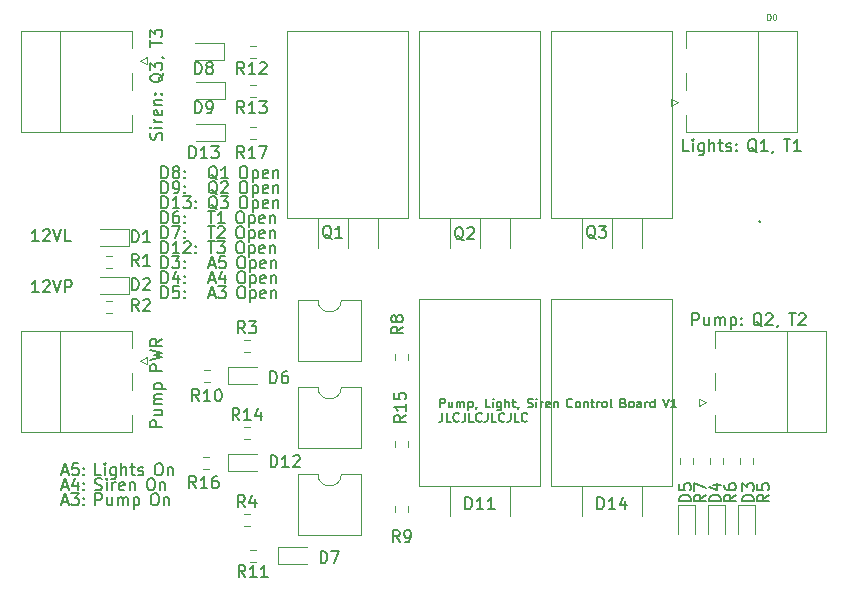
<source format=gbr>
%TF.GenerationSoftware,KiCad,Pcbnew,(7.0.0)*%
%TF.CreationDate,2023-04-19T19:47:20-05:00*%
%TF.ProjectId,pump-lights-siren,70756d70-2d6c-4696-9768-74732d736972,rev?*%
%TF.SameCoordinates,Original*%
%TF.FileFunction,Legend,Top*%
%TF.FilePolarity,Positive*%
%FSLAX46Y46*%
G04 Gerber Fmt 4.6, Leading zero omitted, Abs format (unit mm)*
G04 Created by KiCad (PCBNEW (7.0.0)) date 2023-04-19 19:47:20*
%MOMM*%
%LPD*%
G01*
G04 APERTURE LIST*
%ADD10C,0.150000*%
%ADD11C,0.075000*%
%ADD12C,0.120000*%
G04 APERTURE END LIST*
D10*
X142926571Y-118255785D02*
X142926571Y-117505785D01*
X142926571Y-117505785D02*
X143212285Y-117505785D01*
X143212285Y-117505785D02*
X143283714Y-117541500D01*
X143283714Y-117541500D02*
X143319428Y-117577214D01*
X143319428Y-117577214D02*
X143355142Y-117648642D01*
X143355142Y-117648642D02*
X143355142Y-117755785D01*
X143355142Y-117755785D02*
X143319428Y-117827214D01*
X143319428Y-117827214D02*
X143283714Y-117862928D01*
X143283714Y-117862928D02*
X143212285Y-117898642D01*
X143212285Y-117898642D02*
X142926571Y-117898642D01*
X143998000Y-117755785D02*
X143998000Y-118255785D01*
X143676571Y-117755785D02*
X143676571Y-118148642D01*
X143676571Y-118148642D02*
X143712285Y-118220071D01*
X143712285Y-118220071D02*
X143783714Y-118255785D01*
X143783714Y-118255785D02*
X143890857Y-118255785D01*
X143890857Y-118255785D02*
X143962285Y-118220071D01*
X143962285Y-118220071D02*
X143998000Y-118184357D01*
X144355142Y-118255785D02*
X144355142Y-117755785D01*
X144355142Y-117827214D02*
X144390856Y-117791500D01*
X144390856Y-117791500D02*
X144462285Y-117755785D01*
X144462285Y-117755785D02*
X144569428Y-117755785D01*
X144569428Y-117755785D02*
X144640856Y-117791500D01*
X144640856Y-117791500D02*
X144676571Y-117862928D01*
X144676571Y-117862928D02*
X144676571Y-118255785D01*
X144676571Y-117862928D02*
X144712285Y-117791500D01*
X144712285Y-117791500D02*
X144783713Y-117755785D01*
X144783713Y-117755785D02*
X144890856Y-117755785D01*
X144890856Y-117755785D02*
X144962285Y-117791500D01*
X144962285Y-117791500D02*
X144997999Y-117862928D01*
X144997999Y-117862928D02*
X144997999Y-118255785D01*
X145355142Y-117755785D02*
X145355142Y-118505785D01*
X145355142Y-117791500D02*
X145426571Y-117755785D01*
X145426571Y-117755785D02*
X145569428Y-117755785D01*
X145569428Y-117755785D02*
X145640856Y-117791500D01*
X145640856Y-117791500D02*
X145676571Y-117827214D01*
X145676571Y-117827214D02*
X145712285Y-117898642D01*
X145712285Y-117898642D02*
X145712285Y-118112928D01*
X145712285Y-118112928D02*
X145676571Y-118184357D01*
X145676571Y-118184357D02*
X145640856Y-118220071D01*
X145640856Y-118220071D02*
X145569428Y-118255785D01*
X145569428Y-118255785D02*
X145426571Y-118255785D01*
X145426571Y-118255785D02*
X145355142Y-118220071D01*
X146069427Y-118220071D02*
X146069427Y-118255785D01*
X146069427Y-118255785D02*
X146033713Y-118327214D01*
X146033713Y-118327214D02*
X145997999Y-118362928D01*
X147197999Y-118255785D02*
X146840856Y-118255785D01*
X146840856Y-118255785D02*
X146840856Y-117505785D01*
X147447999Y-118255785D02*
X147447999Y-117755785D01*
X147447999Y-117505785D02*
X147412285Y-117541500D01*
X147412285Y-117541500D02*
X147447999Y-117577214D01*
X147447999Y-117577214D02*
X147483713Y-117541500D01*
X147483713Y-117541500D02*
X147447999Y-117505785D01*
X147447999Y-117505785D02*
X147447999Y-117577214D01*
X148126571Y-117755785D02*
X148126571Y-118362928D01*
X148126571Y-118362928D02*
X148090856Y-118434357D01*
X148090856Y-118434357D02*
X148055142Y-118470071D01*
X148055142Y-118470071D02*
X147983713Y-118505785D01*
X147983713Y-118505785D02*
X147876571Y-118505785D01*
X147876571Y-118505785D02*
X147805142Y-118470071D01*
X148126571Y-118220071D02*
X148055142Y-118255785D01*
X148055142Y-118255785D02*
X147912285Y-118255785D01*
X147912285Y-118255785D02*
X147840856Y-118220071D01*
X147840856Y-118220071D02*
X147805142Y-118184357D01*
X147805142Y-118184357D02*
X147769428Y-118112928D01*
X147769428Y-118112928D02*
X147769428Y-117898642D01*
X147769428Y-117898642D02*
X147805142Y-117827214D01*
X147805142Y-117827214D02*
X147840856Y-117791500D01*
X147840856Y-117791500D02*
X147912285Y-117755785D01*
X147912285Y-117755785D02*
X148055142Y-117755785D01*
X148055142Y-117755785D02*
X148126571Y-117791500D01*
X148483713Y-118255785D02*
X148483713Y-117505785D01*
X148805142Y-118255785D02*
X148805142Y-117862928D01*
X148805142Y-117862928D02*
X148769427Y-117791500D01*
X148769427Y-117791500D02*
X148697999Y-117755785D01*
X148697999Y-117755785D02*
X148590856Y-117755785D01*
X148590856Y-117755785D02*
X148519427Y-117791500D01*
X148519427Y-117791500D02*
X148483713Y-117827214D01*
X149055141Y-117755785D02*
X149340855Y-117755785D01*
X149162284Y-117505785D02*
X149162284Y-118148642D01*
X149162284Y-118148642D02*
X149197998Y-118220071D01*
X149197998Y-118220071D02*
X149269427Y-118255785D01*
X149269427Y-118255785D02*
X149340855Y-118255785D01*
X149626569Y-118220071D02*
X149626569Y-118255785D01*
X149626569Y-118255785D02*
X149590855Y-118327214D01*
X149590855Y-118327214D02*
X149555141Y-118362928D01*
X150362284Y-118220071D02*
X150469427Y-118255785D01*
X150469427Y-118255785D02*
X150647998Y-118255785D01*
X150647998Y-118255785D02*
X150719427Y-118220071D01*
X150719427Y-118220071D02*
X150755141Y-118184357D01*
X150755141Y-118184357D02*
X150790855Y-118112928D01*
X150790855Y-118112928D02*
X150790855Y-118041500D01*
X150790855Y-118041500D02*
X150755141Y-117970071D01*
X150755141Y-117970071D02*
X150719427Y-117934357D01*
X150719427Y-117934357D02*
X150647998Y-117898642D01*
X150647998Y-117898642D02*
X150505141Y-117862928D01*
X150505141Y-117862928D02*
X150433712Y-117827214D01*
X150433712Y-117827214D02*
X150397998Y-117791500D01*
X150397998Y-117791500D02*
X150362284Y-117720071D01*
X150362284Y-117720071D02*
X150362284Y-117648642D01*
X150362284Y-117648642D02*
X150397998Y-117577214D01*
X150397998Y-117577214D02*
X150433712Y-117541500D01*
X150433712Y-117541500D02*
X150505141Y-117505785D01*
X150505141Y-117505785D02*
X150683712Y-117505785D01*
X150683712Y-117505785D02*
X150790855Y-117541500D01*
X151112284Y-118255785D02*
X151112284Y-117755785D01*
X151112284Y-117505785D02*
X151076570Y-117541500D01*
X151076570Y-117541500D02*
X151112284Y-117577214D01*
X151112284Y-117577214D02*
X151147998Y-117541500D01*
X151147998Y-117541500D02*
X151112284Y-117505785D01*
X151112284Y-117505785D02*
X151112284Y-117577214D01*
X151469427Y-118255785D02*
X151469427Y-117755785D01*
X151469427Y-117898642D02*
X151505141Y-117827214D01*
X151505141Y-117827214D02*
X151540856Y-117791500D01*
X151540856Y-117791500D02*
X151612284Y-117755785D01*
X151612284Y-117755785D02*
X151683713Y-117755785D01*
X152219427Y-118220071D02*
X152147999Y-118255785D01*
X152147999Y-118255785D02*
X152005142Y-118255785D01*
X152005142Y-118255785D02*
X151933713Y-118220071D01*
X151933713Y-118220071D02*
X151897999Y-118148642D01*
X151897999Y-118148642D02*
X151897999Y-117862928D01*
X151897999Y-117862928D02*
X151933713Y-117791500D01*
X151933713Y-117791500D02*
X152005142Y-117755785D01*
X152005142Y-117755785D02*
X152147999Y-117755785D01*
X152147999Y-117755785D02*
X152219427Y-117791500D01*
X152219427Y-117791500D02*
X152255142Y-117862928D01*
X152255142Y-117862928D02*
X152255142Y-117934357D01*
X152255142Y-117934357D02*
X151897999Y-118005785D01*
X152576570Y-117755785D02*
X152576570Y-118255785D01*
X152576570Y-117827214D02*
X152612284Y-117791500D01*
X152612284Y-117791500D02*
X152683713Y-117755785D01*
X152683713Y-117755785D02*
X152790856Y-117755785D01*
X152790856Y-117755785D02*
X152862284Y-117791500D01*
X152862284Y-117791500D02*
X152897999Y-117862928D01*
X152897999Y-117862928D02*
X152897999Y-118255785D01*
X154133712Y-118184357D02*
X154097998Y-118220071D01*
X154097998Y-118220071D02*
X153990855Y-118255785D01*
X153990855Y-118255785D02*
X153919427Y-118255785D01*
X153919427Y-118255785D02*
X153812284Y-118220071D01*
X153812284Y-118220071D02*
X153740855Y-118148642D01*
X153740855Y-118148642D02*
X153705141Y-118077214D01*
X153705141Y-118077214D02*
X153669427Y-117934357D01*
X153669427Y-117934357D02*
X153669427Y-117827214D01*
X153669427Y-117827214D02*
X153705141Y-117684357D01*
X153705141Y-117684357D02*
X153740855Y-117612928D01*
X153740855Y-117612928D02*
X153812284Y-117541500D01*
X153812284Y-117541500D02*
X153919427Y-117505785D01*
X153919427Y-117505785D02*
X153990855Y-117505785D01*
X153990855Y-117505785D02*
X154097998Y-117541500D01*
X154097998Y-117541500D02*
X154133712Y-117577214D01*
X154562284Y-118255785D02*
X154490855Y-118220071D01*
X154490855Y-118220071D02*
X154455141Y-118184357D01*
X154455141Y-118184357D02*
X154419427Y-118112928D01*
X154419427Y-118112928D02*
X154419427Y-117898642D01*
X154419427Y-117898642D02*
X154455141Y-117827214D01*
X154455141Y-117827214D02*
X154490855Y-117791500D01*
X154490855Y-117791500D02*
X154562284Y-117755785D01*
X154562284Y-117755785D02*
X154669427Y-117755785D01*
X154669427Y-117755785D02*
X154740855Y-117791500D01*
X154740855Y-117791500D02*
X154776570Y-117827214D01*
X154776570Y-117827214D02*
X154812284Y-117898642D01*
X154812284Y-117898642D02*
X154812284Y-118112928D01*
X154812284Y-118112928D02*
X154776570Y-118184357D01*
X154776570Y-118184357D02*
X154740855Y-118220071D01*
X154740855Y-118220071D02*
X154669427Y-118255785D01*
X154669427Y-118255785D02*
X154562284Y-118255785D01*
X155133712Y-117755785D02*
X155133712Y-118255785D01*
X155133712Y-117827214D02*
X155169426Y-117791500D01*
X155169426Y-117791500D02*
X155240855Y-117755785D01*
X155240855Y-117755785D02*
X155347998Y-117755785D01*
X155347998Y-117755785D02*
X155419426Y-117791500D01*
X155419426Y-117791500D02*
X155455141Y-117862928D01*
X155455141Y-117862928D02*
X155455141Y-118255785D01*
X155705140Y-117755785D02*
X155990854Y-117755785D01*
X155812283Y-117505785D02*
X155812283Y-118148642D01*
X155812283Y-118148642D02*
X155847997Y-118220071D01*
X155847997Y-118220071D02*
X155919426Y-118255785D01*
X155919426Y-118255785D02*
X155990854Y-118255785D01*
X156240854Y-118255785D02*
X156240854Y-117755785D01*
X156240854Y-117898642D02*
X156276568Y-117827214D01*
X156276568Y-117827214D02*
X156312283Y-117791500D01*
X156312283Y-117791500D02*
X156383711Y-117755785D01*
X156383711Y-117755785D02*
X156455140Y-117755785D01*
X156812283Y-118255785D02*
X156740854Y-118220071D01*
X156740854Y-118220071D02*
X156705140Y-118184357D01*
X156705140Y-118184357D02*
X156669426Y-118112928D01*
X156669426Y-118112928D02*
X156669426Y-117898642D01*
X156669426Y-117898642D02*
X156705140Y-117827214D01*
X156705140Y-117827214D02*
X156740854Y-117791500D01*
X156740854Y-117791500D02*
X156812283Y-117755785D01*
X156812283Y-117755785D02*
X156919426Y-117755785D01*
X156919426Y-117755785D02*
X156990854Y-117791500D01*
X156990854Y-117791500D02*
X157026569Y-117827214D01*
X157026569Y-117827214D02*
X157062283Y-117898642D01*
X157062283Y-117898642D02*
X157062283Y-118112928D01*
X157062283Y-118112928D02*
X157026569Y-118184357D01*
X157026569Y-118184357D02*
X156990854Y-118220071D01*
X156990854Y-118220071D02*
X156919426Y-118255785D01*
X156919426Y-118255785D02*
X156812283Y-118255785D01*
X157490854Y-118255785D02*
X157419425Y-118220071D01*
X157419425Y-118220071D02*
X157383711Y-118148642D01*
X157383711Y-118148642D02*
X157383711Y-117505785D01*
X158476568Y-117862928D02*
X158583711Y-117898642D01*
X158583711Y-117898642D02*
X158619425Y-117934357D01*
X158619425Y-117934357D02*
X158655139Y-118005785D01*
X158655139Y-118005785D02*
X158655139Y-118112928D01*
X158655139Y-118112928D02*
X158619425Y-118184357D01*
X158619425Y-118184357D02*
X158583711Y-118220071D01*
X158583711Y-118220071D02*
X158512282Y-118255785D01*
X158512282Y-118255785D02*
X158226568Y-118255785D01*
X158226568Y-118255785D02*
X158226568Y-117505785D01*
X158226568Y-117505785D02*
X158476568Y-117505785D01*
X158476568Y-117505785D02*
X158547997Y-117541500D01*
X158547997Y-117541500D02*
X158583711Y-117577214D01*
X158583711Y-117577214D02*
X158619425Y-117648642D01*
X158619425Y-117648642D02*
X158619425Y-117720071D01*
X158619425Y-117720071D02*
X158583711Y-117791500D01*
X158583711Y-117791500D02*
X158547997Y-117827214D01*
X158547997Y-117827214D02*
X158476568Y-117862928D01*
X158476568Y-117862928D02*
X158226568Y-117862928D01*
X159083711Y-118255785D02*
X159012282Y-118220071D01*
X159012282Y-118220071D02*
X158976568Y-118184357D01*
X158976568Y-118184357D02*
X158940854Y-118112928D01*
X158940854Y-118112928D02*
X158940854Y-117898642D01*
X158940854Y-117898642D02*
X158976568Y-117827214D01*
X158976568Y-117827214D02*
X159012282Y-117791500D01*
X159012282Y-117791500D02*
X159083711Y-117755785D01*
X159083711Y-117755785D02*
X159190854Y-117755785D01*
X159190854Y-117755785D02*
X159262282Y-117791500D01*
X159262282Y-117791500D02*
X159297997Y-117827214D01*
X159297997Y-117827214D02*
X159333711Y-117898642D01*
X159333711Y-117898642D02*
X159333711Y-118112928D01*
X159333711Y-118112928D02*
X159297997Y-118184357D01*
X159297997Y-118184357D02*
X159262282Y-118220071D01*
X159262282Y-118220071D02*
X159190854Y-118255785D01*
X159190854Y-118255785D02*
X159083711Y-118255785D01*
X159976568Y-118255785D02*
X159976568Y-117862928D01*
X159976568Y-117862928D02*
X159940853Y-117791500D01*
X159940853Y-117791500D02*
X159869425Y-117755785D01*
X159869425Y-117755785D02*
X159726568Y-117755785D01*
X159726568Y-117755785D02*
X159655139Y-117791500D01*
X159976568Y-118220071D02*
X159905139Y-118255785D01*
X159905139Y-118255785D02*
X159726568Y-118255785D01*
X159726568Y-118255785D02*
X159655139Y-118220071D01*
X159655139Y-118220071D02*
X159619425Y-118148642D01*
X159619425Y-118148642D02*
X159619425Y-118077214D01*
X159619425Y-118077214D02*
X159655139Y-118005785D01*
X159655139Y-118005785D02*
X159726568Y-117970071D01*
X159726568Y-117970071D02*
X159905139Y-117970071D01*
X159905139Y-117970071D02*
X159976568Y-117934357D01*
X160333710Y-118255785D02*
X160333710Y-117755785D01*
X160333710Y-117898642D02*
X160369424Y-117827214D01*
X160369424Y-117827214D02*
X160405139Y-117791500D01*
X160405139Y-117791500D02*
X160476567Y-117755785D01*
X160476567Y-117755785D02*
X160547996Y-117755785D01*
X161119425Y-118255785D02*
X161119425Y-117505785D01*
X161119425Y-118220071D02*
X161047996Y-118255785D01*
X161047996Y-118255785D02*
X160905139Y-118255785D01*
X160905139Y-118255785D02*
X160833710Y-118220071D01*
X160833710Y-118220071D02*
X160797996Y-118184357D01*
X160797996Y-118184357D02*
X160762282Y-118112928D01*
X160762282Y-118112928D02*
X160762282Y-117898642D01*
X160762282Y-117898642D02*
X160797996Y-117827214D01*
X160797996Y-117827214D02*
X160833710Y-117791500D01*
X160833710Y-117791500D02*
X160905139Y-117755785D01*
X160905139Y-117755785D02*
X161047996Y-117755785D01*
X161047996Y-117755785D02*
X161119425Y-117791500D01*
X161819424Y-117505785D02*
X162069424Y-118255785D01*
X162069424Y-118255785D02*
X162319424Y-117505785D01*
X162962281Y-118255785D02*
X162533710Y-118255785D01*
X162747995Y-118255785D02*
X162747995Y-117505785D01*
X162747995Y-117505785D02*
X162676567Y-117612928D01*
X162676567Y-117612928D02*
X162605138Y-117684357D01*
X162605138Y-117684357D02*
X162533710Y-117720071D01*
X143140857Y-118720785D02*
X143140857Y-119256500D01*
X143140857Y-119256500D02*
X143105142Y-119363642D01*
X143105142Y-119363642D02*
X143033714Y-119435071D01*
X143033714Y-119435071D02*
X142926571Y-119470785D01*
X142926571Y-119470785D02*
X142855142Y-119470785D01*
X143855143Y-119470785D02*
X143498000Y-119470785D01*
X143498000Y-119470785D02*
X143498000Y-118720785D01*
X144533714Y-119399357D02*
X144498000Y-119435071D01*
X144498000Y-119435071D02*
X144390857Y-119470785D01*
X144390857Y-119470785D02*
X144319429Y-119470785D01*
X144319429Y-119470785D02*
X144212286Y-119435071D01*
X144212286Y-119435071D02*
X144140857Y-119363642D01*
X144140857Y-119363642D02*
X144105143Y-119292214D01*
X144105143Y-119292214D02*
X144069429Y-119149357D01*
X144069429Y-119149357D02*
X144069429Y-119042214D01*
X144069429Y-119042214D02*
X144105143Y-118899357D01*
X144105143Y-118899357D02*
X144140857Y-118827928D01*
X144140857Y-118827928D02*
X144212286Y-118756500D01*
X144212286Y-118756500D02*
X144319429Y-118720785D01*
X144319429Y-118720785D02*
X144390857Y-118720785D01*
X144390857Y-118720785D02*
X144498000Y-118756500D01*
X144498000Y-118756500D02*
X144533714Y-118792214D01*
X145069429Y-118720785D02*
X145069429Y-119256500D01*
X145069429Y-119256500D02*
X145033714Y-119363642D01*
X145033714Y-119363642D02*
X144962286Y-119435071D01*
X144962286Y-119435071D02*
X144855143Y-119470785D01*
X144855143Y-119470785D02*
X144783714Y-119470785D01*
X145783715Y-119470785D02*
X145426572Y-119470785D01*
X145426572Y-119470785D02*
X145426572Y-118720785D01*
X146462286Y-119399357D02*
X146426572Y-119435071D01*
X146426572Y-119435071D02*
X146319429Y-119470785D01*
X146319429Y-119470785D02*
X146248001Y-119470785D01*
X146248001Y-119470785D02*
X146140858Y-119435071D01*
X146140858Y-119435071D02*
X146069429Y-119363642D01*
X146069429Y-119363642D02*
X146033715Y-119292214D01*
X146033715Y-119292214D02*
X145998001Y-119149357D01*
X145998001Y-119149357D02*
X145998001Y-119042214D01*
X145998001Y-119042214D02*
X146033715Y-118899357D01*
X146033715Y-118899357D02*
X146069429Y-118827928D01*
X146069429Y-118827928D02*
X146140858Y-118756500D01*
X146140858Y-118756500D02*
X146248001Y-118720785D01*
X146248001Y-118720785D02*
X146319429Y-118720785D01*
X146319429Y-118720785D02*
X146426572Y-118756500D01*
X146426572Y-118756500D02*
X146462286Y-118792214D01*
X146998001Y-118720785D02*
X146998001Y-119256500D01*
X146998001Y-119256500D02*
X146962286Y-119363642D01*
X146962286Y-119363642D02*
X146890858Y-119435071D01*
X146890858Y-119435071D02*
X146783715Y-119470785D01*
X146783715Y-119470785D02*
X146712286Y-119470785D01*
X147712287Y-119470785D02*
X147355144Y-119470785D01*
X147355144Y-119470785D02*
X147355144Y-118720785D01*
X148390858Y-119399357D02*
X148355144Y-119435071D01*
X148355144Y-119435071D02*
X148248001Y-119470785D01*
X148248001Y-119470785D02*
X148176573Y-119470785D01*
X148176573Y-119470785D02*
X148069430Y-119435071D01*
X148069430Y-119435071D02*
X147998001Y-119363642D01*
X147998001Y-119363642D02*
X147962287Y-119292214D01*
X147962287Y-119292214D02*
X147926573Y-119149357D01*
X147926573Y-119149357D02*
X147926573Y-119042214D01*
X147926573Y-119042214D02*
X147962287Y-118899357D01*
X147962287Y-118899357D02*
X147998001Y-118827928D01*
X147998001Y-118827928D02*
X148069430Y-118756500D01*
X148069430Y-118756500D02*
X148176573Y-118720785D01*
X148176573Y-118720785D02*
X148248001Y-118720785D01*
X148248001Y-118720785D02*
X148355144Y-118756500D01*
X148355144Y-118756500D02*
X148390858Y-118792214D01*
X148926573Y-118720785D02*
X148926573Y-119256500D01*
X148926573Y-119256500D02*
X148890858Y-119363642D01*
X148890858Y-119363642D02*
X148819430Y-119435071D01*
X148819430Y-119435071D02*
X148712287Y-119470785D01*
X148712287Y-119470785D02*
X148640858Y-119470785D01*
X149640859Y-119470785D02*
X149283716Y-119470785D01*
X149283716Y-119470785D02*
X149283716Y-118720785D01*
X150319430Y-119399357D02*
X150283716Y-119435071D01*
X150283716Y-119435071D02*
X150176573Y-119470785D01*
X150176573Y-119470785D02*
X150105145Y-119470785D01*
X150105145Y-119470785D02*
X149998002Y-119435071D01*
X149998002Y-119435071D02*
X149926573Y-119363642D01*
X149926573Y-119363642D02*
X149890859Y-119292214D01*
X149890859Y-119292214D02*
X149855145Y-119149357D01*
X149855145Y-119149357D02*
X149855145Y-119042214D01*
X149855145Y-119042214D02*
X149890859Y-118899357D01*
X149890859Y-118899357D02*
X149926573Y-118827928D01*
X149926573Y-118827928D02*
X149998002Y-118756500D01*
X149998002Y-118756500D02*
X150105145Y-118720785D01*
X150105145Y-118720785D02*
X150176573Y-118720785D01*
X150176573Y-118720785D02*
X150283716Y-118756500D01*
X150283716Y-118756500D02*
X150319430Y-118792214D01*
X123380476Y-106176666D02*
X123856666Y-106176666D01*
X123285238Y-106462380D02*
X123618571Y-105462380D01*
X123618571Y-105462380D02*
X123951904Y-106462380D01*
X124761428Y-105462380D02*
X124285238Y-105462380D01*
X124285238Y-105462380D02*
X124237619Y-105938571D01*
X124237619Y-105938571D02*
X124285238Y-105890952D01*
X124285238Y-105890952D02*
X124380476Y-105843333D01*
X124380476Y-105843333D02*
X124618571Y-105843333D01*
X124618571Y-105843333D02*
X124713809Y-105890952D01*
X124713809Y-105890952D02*
X124761428Y-105938571D01*
X124761428Y-105938571D02*
X124809047Y-106033809D01*
X124809047Y-106033809D02*
X124809047Y-106271904D01*
X124809047Y-106271904D02*
X124761428Y-106367142D01*
X124761428Y-106367142D02*
X124713809Y-106414761D01*
X124713809Y-106414761D02*
X124618571Y-106462380D01*
X124618571Y-106462380D02*
X124380476Y-106462380D01*
X124380476Y-106462380D02*
X124285238Y-106414761D01*
X124285238Y-106414761D02*
X124237619Y-106367142D01*
X126028095Y-105462380D02*
X126218571Y-105462380D01*
X126218571Y-105462380D02*
X126313809Y-105510000D01*
X126313809Y-105510000D02*
X126409047Y-105605238D01*
X126409047Y-105605238D02*
X126456666Y-105795714D01*
X126456666Y-105795714D02*
X126456666Y-106129047D01*
X126456666Y-106129047D02*
X126409047Y-106319523D01*
X126409047Y-106319523D02*
X126313809Y-106414761D01*
X126313809Y-106414761D02*
X126218571Y-106462380D01*
X126218571Y-106462380D02*
X126028095Y-106462380D01*
X126028095Y-106462380D02*
X125932857Y-106414761D01*
X125932857Y-106414761D02*
X125837619Y-106319523D01*
X125837619Y-106319523D02*
X125790000Y-106129047D01*
X125790000Y-106129047D02*
X125790000Y-105795714D01*
X125790000Y-105795714D02*
X125837619Y-105605238D01*
X125837619Y-105605238D02*
X125932857Y-105510000D01*
X125932857Y-105510000D02*
X126028095Y-105462380D01*
X126885238Y-105795714D02*
X126885238Y-106795714D01*
X126885238Y-105843333D02*
X126980476Y-105795714D01*
X126980476Y-105795714D02*
X127170952Y-105795714D01*
X127170952Y-105795714D02*
X127266190Y-105843333D01*
X127266190Y-105843333D02*
X127313809Y-105890952D01*
X127313809Y-105890952D02*
X127361428Y-105986190D01*
X127361428Y-105986190D02*
X127361428Y-106271904D01*
X127361428Y-106271904D02*
X127313809Y-106367142D01*
X127313809Y-106367142D02*
X127266190Y-106414761D01*
X127266190Y-106414761D02*
X127170952Y-106462380D01*
X127170952Y-106462380D02*
X126980476Y-106462380D01*
X126980476Y-106462380D02*
X126885238Y-106414761D01*
X128170952Y-106414761D02*
X128075714Y-106462380D01*
X128075714Y-106462380D02*
X127885238Y-106462380D01*
X127885238Y-106462380D02*
X127790000Y-106414761D01*
X127790000Y-106414761D02*
X127742381Y-106319523D01*
X127742381Y-106319523D02*
X127742381Y-105938571D01*
X127742381Y-105938571D02*
X127790000Y-105843333D01*
X127790000Y-105843333D02*
X127885238Y-105795714D01*
X127885238Y-105795714D02*
X128075714Y-105795714D01*
X128075714Y-105795714D02*
X128170952Y-105843333D01*
X128170952Y-105843333D02*
X128218571Y-105938571D01*
X128218571Y-105938571D02*
X128218571Y-106033809D01*
X128218571Y-106033809D02*
X127742381Y-106129047D01*
X128647143Y-105795714D02*
X128647143Y-106462380D01*
X128647143Y-105890952D02*
X128694762Y-105843333D01*
X128694762Y-105843333D02*
X128790000Y-105795714D01*
X128790000Y-105795714D02*
X128932857Y-105795714D01*
X128932857Y-105795714D02*
X129028095Y-105843333D01*
X129028095Y-105843333D02*
X129075714Y-105938571D01*
X129075714Y-105938571D02*
X129075714Y-106462380D01*
X114252285Y-123988380D02*
X113776095Y-123988380D01*
X113776095Y-123988380D02*
X113776095Y-122988380D01*
X114585619Y-123988380D02*
X114585619Y-123321714D01*
X114585619Y-122988380D02*
X114538000Y-123036000D01*
X114538000Y-123036000D02*
X114585619Y-123083619D01*
X114585619Y-123083619D02*
X114633238Y-123036000D01*
X114633238Y-123036000D02*
X114585619Y-122988380D01*
X114585619Y-122988380D02*
X114585619Y-123083619D01*
X115490380Y-123321714D02*
X115490380Y-124131238D01*
X115490380Y-124131238D02*
X115442761Y-124226476D01*
X115442761Y-124226476D02*
X115395142Y-124274095D01*
X115395142Y-124274095D02*
X115299904Y-124321714D01*
X115299904Y-124321714D02*
X115157047Y-124321714D01*
X115157047Y-124321714D02*
X115061809Y-124274095D01*
X115490380Y-123940761D02*
X115395142Y-123988380D01*
X115395142Y-123988380D02*
X115204666Y-123988380D01*
X115204666Y-123988380D02*
X115109428Y-123940761D01*
X115109428Y-123940761D02*
X115061809Y-123893142D01*
X115061809Y-123893142D02*
X115014190Y-123797904D01*
X115014190Y-123797904D02*
X115014190Y-123512190D01*
X115014190Y-123512190D02*
X115061809Y-123416952D01*
X115061809Y-123416952D02*
X115109428Y-123369333D01*
X115109428Y-123369333D02*
X115204666Y-123321714D01*
X115204666Y-123321714D02*
X115395142Y-123321714D01*
X115395142Y-123321714D02*
X115490380Y-123369333D01*
X115966571Y-123988380D02*
X115966571Y-122988380D01*
X116395142Y-123988380D02*
X116395142Y-123464571D01*
X116395142Y-123464571D02*
X116347523Y-123369333D01*
X116347523Y-123369333D02*
X116252285Y-123321714D01*
X116252285Y-123321714D02*
X116109428Y-123321714D01*
X116109428Y-123321714D02*
X116014190Y-123369333D01*
X116014190Y-123369333D02*
X115966571Y-123416952D01*
X116728476Y-123321714D02*
X117109428Y-123321714D01*
X116871333Y-122988380D02*
X116871333Y-123845523D01*
X116871333Y-123845523D02*
X116918952Y-123940761D01*
X116918952Y-123940761D02*
X117014190Y-123988380D01*
X117014190Y-123988380D02*
X117109428Y-123988380D01*
X117395143Y-123940761D02*
X117490381Y-123988380D01*
X117490381Y-123988380D02*
X117680857Y-123988380D01*
X117680857Y-123988380D02*
X117776095Y-123940761D01*
X117776095Y-123940761D02*
X117823714Y-123845523D01*
X117823714Y-123845523D02*
X117823714Y-123797904D01*
X117823714Y-123797904D02*
X117776095Y-123702666D01*
X117776095Y-123702666D02*
X117680857Y-123655047D01*
X117680857Y-123655047D02*
X117538000Y-123655047D01*
X117538000Y-123655047D02*
X117442762Y-123607428D01*
X117442762Y-123607428D02*
X117395143Y-123512190D01*
X117395143Y-123512190D02*
X117395143Y-123464571D01*
X117395143Y-123464571D02*
X117442762Y-123369333D01*
X117442762Y-123369333D02*
X117538000Y-123321714D01*
X117538000Y-123321714D02*
X117680857Y-123321714D01*
X117680857Y-123321714D02*
X117776095Y-123369333D01*
X119042762Y-122988380D02*
X119233238Y-122988380D01*
X119233238Y-122988380D02*
X119328476Y-123036000D01*
X119328476Y-123036000D02*
X119423714Y-123131238D01*
X119423714Y-123131238D02*
X119471333Y-123321714D01*
X119471333Y-123321714D02*
X119471333Y-123655047D01*
X119471333Y-123655047D02*
X119423714Y-123845523D01*
X119423714Y-123845523D02*
X119328476Y-123940761D01*
X119328476Y-123940761D02*
X119233238Y-123988380D01*
X119233238Y-123988380D02*
X119042762Y-123988380D01*
X119042762Y-123988380D02*
X118947524Y-123940761D01*
X118947524Y-123940761D02*
X118852286Y-123845523D01*
X118852286Y-123845523D02*
X118804667Y-123655047D01*
X118804667Y-123655047D02*
X118804667Y-123321714D01*
X118804667Y-123321714D02*
X118852286Y-123131238D01*
X118852286Y-123131238D02*
X118947524Y-123036000D01*
X118947524Y-123036000D02*
X119042762Y-122988380D01*
X119899905Y-123321714D02*
X119899905Y-123988380D01*
X119899905Y-123416952D02*
X119947524Y-123369333D01*
X119947524Y-123369333D02*
X120042762Y-123321714D01*
X120042762Y-123321714D02*
X120185619Y-123321714D01*
X120185619Y-123321714D02*
X120280857Y-123369333D01*
X120280857Y-123369333D02*
X120328476Y-123464571D01*
X120328476Y-123464571D02*
X120328476Y-123988380D01*
X119416380Y-119903904D02*
X118416380Y-119903904D01*
X118416380Y-119903904D02*
X118416380Y-119522952D01*
X118416380Y-119522952D02*
X118464000Y-119427714D01*
X118464000Y-119427714D02*
X118511619Y-119380095D01*
X118511619Y-119380095D02*
X118606857Y-119332476D01*
X118606857Y-119332476D02*
X118749714Y-119332476D01*
X118749714Y-119332476D02*
X118844952Y-119380095D01*
X118844952Y-119380095D02*
X118892571Y-119427714D01*
X118892571Y-119427714D02*
X118940190Y-119522952D01*
X118940190Y-119522952D02*
X118940190Y-119903904D01*
X118749714Y-118475333D02*
X119416380Y-118475333D01*
X118749714Y-118903904D02*
X119273523Y-118903904D01*
X119273523Y-118903904D02*
X119368761Y-118856285D01*
X119368761Y-118856285D02*
X119416380Y-118761047D01*
X119416380Y-118761047D02*
X119416380Y-118618190D01*
X119416380Y-118618190D02*
X119368761Y-118522952D01*
X119368761Y-118522952D02*
X119321142Y-118475333D01*
X119416380Y-117999142D02*
X118749714Y-117999142D01*
X118844952Y-117999142D02*
X118797333Y-117951523D01*
X118797333Y-117951523D02*
X118749714Y-117856285D01*
X118749714Y-117856285D02*
X118749714Y-117713428D01*
X118749714Y-117713428D02*
X118797333Y-117618190D01*
X118797333Y-117618190D02*
X118892571Y-117570571D01*
X118892571Y-117570571D02*
X119416380Y-117570571D01*
X118892571Y-117570571D02*
X118797333Y-117522952D01*
X118797333Y-117522952D02*
X118749714Y-117427714D01*
X118749714Y-117427714D02*
X118749714Y-117284857D01*
X118749714Y-117284857D02*
X118797333Y-117189618D01*
X118797333Y-117189618D02*
X118892571Y-117141999D01*
X118892571Y-117141999D02*
X119416380Y-117141999D01*
X118749714Y-116665809D02*
X119749714Y-116665809D01*
X118797333Y-116665809D02*
X118749714Y-116570571D01*
X118749714Y-116570571D02*
X118749714Y-116380095D01*
X118749714Y-116380095D02*
X118797333Y-116284857D01*
X118797333Y-116284857D02*
X118844952Y-116237238D01*
X118844952Y-116237238D02*
X118940190Y-116189619D01*
X118940190Y-116189619D02*
X119225904Y-116189619D01*
X119225904Y-116189619D02*
X119321142Y-116237238D01*
X119321142Y-116237238D02*
X119368761Y-116284857D01*
X119368761Y-116284857D02*
X119416380Y-116380095D01*
X119416380Y-116380095D02*
X119416380Y-116570571D01*
X119416380Y-116570571D02*
X119368761Y-116665809D01*
X119416380Y-115161047D02*
X118416380Y-115161047D01*
X118416380Y-115161047D02*
X118416380Y-114780095D01*
X118416380Y-114780095D02*
X118464000Y-114684857D01*
X118464000Y-114684857D02*
X118511619Y-114637238D01*
X118511619Y-114637238D02*
X118606857Y-114589619D01*
X118606857Y-114589619D02*
X118749714Y-114589619D01*
X118749714Y-114589619D02*
X118844952Y-114637238D01*
X118844952Y-114637238D02*
X118892571Y-114684857D01*
X118892571Y-114684857D02*
X118940190Y-114780095D01*
X118940190Y-114780095D02*
X118940190Y-115161047D01*
X118416380Y-114256285D02*
X119416380Y-114018190D01*
X119416380Y-114018190D02*
X118702095Y-113827714D01*
X118702095Y-113827714D02*
X119416380Y-113637238D01*
X119416380Y-113637238D02*
X118416380Y-113399143D01*
X119416380Y-112446762D02*
X118940190Y-112780095D01*
X119416380Y-113018190D02*
X118416380Y-113018190D01*
X118416380Y-113018190D02*
X118416380Y-112637238D01*
X118416380Y-112637238D02*
X118464000Y-112542000D01*
X118464000Y-112542000D02*
X118511619Y-112494381D01*
X118511619Y-112494381D02*
X118606857Y-112446762D01*
X118606857Y-112446762D02*
X118749714Y-112446762D01*
X118749714Y-112446762D02*
X118844952Y-112494381D01*
X118844952Y-112494381D02*
X118892571Y-112542000D01*
X118892571Y-112542000D02*
X118940190Y-112637238D01*
X118940190Y-112637238D02*
X118940190Y-113018190D01*
X113776095Y-126528380D02*
X113776095Y-125528380D01*
X113776095Y-125528380D02*
X114157047Y-125528380D01*
X114157047Y-125528380D02*
X114252285Y-125576000D01*
X114252285Y-125576000D02*
X114299904Y-125623619D01*
X114299904Y-125623619D02*
X114347523Y-125718857D01*
X114347523Y-125718857D02*
X114347523Y-125861714D01*
X114347523Y-125861714D02*
X114299904Y-125956952D01*
X114299904Y-125956952D02*
X114252285Y-126004571D01*
X114252285Y-126004571D02*
X114157047Y-126052190D01*
X114157047Y-126052190D02*
X113776095Y-126052190D01*
X115204666Y-125861714D02*
X115204666Y-126528380D01*
X114776095Y-125861714D02*
X114776095Y-126385523D01*
X114776095Y-126385523D02*
X114823714Y-126480761D01*
X114823714Y-126480761D02*
X114918952Y-126528380D01*
X114918952Y-126528380D02*
X115061809Y-126528380D01*
X115061809Y-126528380D02*
X115157047Y-126480761D01*
X115157047Y-126480761D02*
X115204666Y-126433142D01*
X115680857Y-126528380D02*
X115680857Y-125861714D01*
X115680857Y-125956952D02*
X115728476Y-125909333D01*
X115728476Y-125909333D02*
X115823714Y-125861714D01*
X115823714Y-125861714D02*
X115966571Y-125861714D01*
X115966571Y-125861714D02*
X116061809Y-125909333D01*
X116061809Y-125909333D02*
X116109428Y-126004571D01*
X116109428Y-126004571D02*
X116109428Y-126528380D01*
X116109428Y-126004571D02*
X116157047Y-125909333D01*
X116157047Y-125909333D02*
X116252285Y-125861714D01*
X116252285Y-125861714D02*
X116395142Y-125861714D01*
X116395142Y-125861714D02*
X116490381Y-125909333D01*
X116490381Y-125909333D02*
X116538000Y-126004571D01*
X116538000Y-126004571D02*
X116538000Y-126528380D01*
X117014190Y-125861714D02*
X117014190Y-126861714D01*
X117014190Y-125909333D02*
X117109428Y-125861714D01*
X117109428Y-125861714D02*
X117299904Y-125861714D01*
X117299904Y-125861714D02*
X117395142Y-125909333D01*
X117395142Y-125909333D02*
X117442761Y-125956952D01*
X117442761Y-125956952D02*
X117490380Y-126052190D01*
X117490380Y-126052190D02*
X117490380Y-126337904D01*
X117490380Y-126337904D02*
X117442761Y-126433142D01*
X117442761Y-126433142D02*
X117395142Y-126480761D01*
X117395142Y-126480761D02*
X117299904Y-126528380D01*
X117299904Y-126528380D02*
X117109428Y-126528380D01*
X117109428Y-126528380D02*
X117014190Y-126480761D01*
X118709428Y-125528380D02*
X118899904Y-125528380D01*
X118899904Y-125528380D02*
X118995142Y-125576000D01*
X118995142Y-125576000D02*
X119090380Y-125671238D01*
X119090380Y-125671238D02*
X119137999Y-125861714D01*
X119137999Y-125861714D02*
X119137999Y-126195047D01*
X119137999Y-126195047D02*
X119090380Y-126385523D01*
X119090380Y-126385523D02*
X118995142Y-126480761D01*
X118995142Y-126480761D02*
X118899904Y-126528380D01*
X118899904Y-126528380D02*
X118709428Y-126528380D01*
X118709428Y-126528380D02*
X118614190Y-126480761D01*
X118614190Y-126480761D02*
X118518952Y-126385523D01*
X118518952Y-126385523D02*
X118471333Y-126195047D01*
X118471333Y-126195047D02*
X118471333Y-125861714D01*
X118471333Y-125861714D02*
X118518952Y-125671238D01*
X118518952Y-125671238D02*
X118614190Y-125576000D01*
X118614190Y-125576000D02*
X118709428Y-125528380D01*
X119566571Y-125861714D02*
X119566571Y-126528380D01*
X119566571Y-125956952D02*
X119614190Y-125909333D01*
X119614190Y-125909333D02*
X119709428Y-125861714D01*
X119709428Y-125861714D02*
X119852285Y-125861714D01*
X119852285Y-125861714D02*
X119947523Y-125909333D01*
X119947523Y-125909333D02*
X119995142Y-126004571D01*
X119995142Y-126004571D02*
X119995142Y-126528380D01*
X123285238Y-102922380D02*
X123856666Y-102922380D01*
X123570952Y-103922380D02*
X123570952Y-102922380D01*
X124142381Y-103017619D02*
X124190000Y-102970000D01*
X124190000Y-102970000D02*
X124285238Y-102922380D01*
X124285238Y-102922380D02*
X124523333Y-102922380D01*
X124523333Y-102922380D02*
X124618571Y-102970000D01*
X124618571Y-102970000D02*
X124666190Y-103017619D01*
X124666190Y-103017619D02*
X124713809Y-103112857D01*
X124713809Y-103112857D02*
X124713809Y-103208095D01*
X124713809Y-103208095D02*
X124666190Y-103350952D01*
X124666190Y-103350952D02*
X124094762Y-103922380D01*
X124094762Y-103922380D02*
X124713809Y-103922380D01*
X125932857Y-102922380D02*
X126123333Y-102922380D01*
X126123333Y-102922380D02*
X126218571Y-102970000D01*
X126218571Y-102970000D02*
X126313809Y-103065238D01*
X126313809Y-103065238D02*
X126361428Y-103255714D01*
X126361428Y-103255714D02*
X126361428Y-103589047D01*
X126361428Y-103589047D02*
X126313809Y-103779523D01*
X126313809Y-103779523D02*
X126218571Y-103874761D01*
X126218571Y-103874761D02*
X126123333Y-103922380D01*
X126123333Y-103922380D02*
X125932857Y-103922380D01*
X125932857Y-103922380D02*
X125837619Y-103874761D01*
X125837619Y-103874761D02*
X125742381Y-103779523D01*
X125742381Y-103779523D02*
X125694762Y-103589047D01*
X125694762Y-103589047D02*
X125694762Y-103255714D01*
X125694762Y-103255714D02*
X125742381Y-103065238D01*
X125742381Y-103065238D02*
X125837619Y-102970000D01*
X125837619Y-102970000D02*
X125932857Y-102922380D01*
X126790000Y-103255714D02*
X126790000Y-104255714D01*
X126790000Y-103303333D02*
X126885238Y-103255714D01*
X126885238Y-103255714D02*
X127075714Y-103255714D01*
X127075714Y-103255714D02*
X127170952Y-103303333D01*
X127170952Y-103303333D02*
X127218571Y-103350952D01*
X127218571Y-103350952D02*
X127266190Y-103446190D01*
X127266190Y-103446190D02*
X127266190Y-103731904D01*
X127266190Y-103731904D02*
X127218571Y-103827142D01*
X127218571Y-103827142D02*
X127170952Y-103874761D01*
X127170952Y-103874761D02*
X127075714Y-103922380D01*
X127075714Y-103922380D02*
X126885238Y-103922380D01*
X126885238Y-103922380D02*
X126790000Y-103874761D01*
X128075714Y-103874761D02*
X127980476Y-103922380D01*
X127980476Y-103922380D02*
X127790000Y-103922380D01*
X127790000Y-103922380D02*
X127694762Y-103874761D01*
X127694762Y-103874761D02*
X127647143Y-103779523D01*
X127647143Y-103779523D02*
X127647143Y-103398571D01*
X127647143Y-103398571D02*
X127694762Y-103303333D01*
X127694762Y-103303333D02*
X127790000Y-103255714D01*
X127790000Y-103255714D02*
X127980476Y-103255714D01*
X127980476Y-103255714D02*
X128075714Y-103303333D01*
X128075714Y-103303333D02*
X128123333Y-103398571D01*
X128123333Y-103398571D02*
X128123333Y-103493809D01*
X128123333Y-103493809D02*
X127647143Y-103589047D01*
X128551905Y-103255714D02*
X128551905Y-103922380D01*
X128551905Y-103350952D02*
X128599524Y-103303333D01*
X128599524Y-103303333D02*
X128694762Y-103255714D01*
X128694762Y-103255714D02*
X128837619Y-103255714D01*
X128837619Y-103255714D02*
X128932857Y-103303333D01*
X128932857Y-103303333D02*
X128980476Y-103398571D01*
X128980476Y-103398571D02*
X128980476Y-103922380D01*
X123380476Y-108716666D02*
X123856666Y-108716666D01*
X123285238Y-109002380D02*
X123618571Y-108002380D01*
X123618571Y-108002380D02*
X123951904Y-109002380D01*
X124190000Y-108002380D02*
X124809047Y-108002380D01*
X124809047Y-108002380D02*
X124475714Y-108383333D01*
X124475714Y-108383333D02*
X124618571Y-108383333D01*
X124618571Y-108383333D02*
X124713809Y-108430952D01*
X124713809Y-108430952D02*
X124761428Y-108478571D01*
X124761428Y-108478571D02*
X124809047Y-108573809D01*
X124809047Y-108573809D02*
X124809047Y-108811904D01*
X124809047Y-108811904D02*
X124761428Y-108907142D01*
X124761428Y-108907142D02*
X124713809Y-108954761D01*
X124713809Y-108954761D02*
X124618571Y-109002380D01*
X124618571Y-109002380D02*
X124332857Y-109002380D01*
X124332857Y-109002380D02*
X124237619Y-108954761D01*
X124237619Y-108954761D02*
X124190000Y-108907142D01*
X126028095Y-108002380D02*
X126218571Y-108002380D01*
X126218571Y-108002380D02*
X126313809Y-108050000D01*
X126313809Y-108050000D02*
X126409047Y-108145238D01*
X126409047Y-108145238D02*
X126456666Y-108335714D01*
X126456666Y-108335714D02*
X126456666Y-108669047D01*
X126456666Y-108669047D02*
X126409047Y-108859523D01*
X126409047Y-108859523D02*
X126313809Y-108954761D01*
X126313809Y-108954761D02*
X126218571Y-109002380D01*
X126218571Y-109002380D02*
X126028095Y-109002380D01*
X126028095Y-109002380D02*
X125932857Y-108954761D01*
X125932857Y-108954761D02*
X125837619Y-108859523D01*
X125837619Y-108859523D02*
X125790000Y-108669047D01*
X125790000Y-108669047D02*
X125790000Y-108335714D01*
X125790000Y-108335714D02*
X125837619Y-108145238D01*
X125837619Y-108145238D02*
X125932857Y-108050000D01*
X125932857Y-108050000D02*
X126028095Y-108002380D01*
X126885238Y-108335714D02*
X126885238Y-109335714D01*
X126885238Y-108383333D02*
X126980476Y-108335714D01*
X126980476Y-108335714D02*
X127170952Y-108335714D01*
X127170952Y-108335714D02*
X127266190Y-108383333D01*
X127266190Y-108383333D02*
X127313809Y-108430952D01*
X127313809Y-108430952D02*
X127361428Y-108526190D01*
X127361428Y-108526190D02*
X127361428Y-108811904D01*
X127361428Y-108811904D02*
X127313809Y-108907142D01*
X127313809Y-108907142D02*
X127266190Y-108954761D01*
X127266190Y-108954761D02*
X127170952Y-109002380D01*
X127170952Y-109002380D02*
X126980476Y-109002380D01*
X126980476Y-109002380D02*
X126885238Y-108954761D01*
X128170952Y-108954761D02*
X128075714Y-109002380D01*
X128075714Y-109002380D02*
X127885238Y-109002380D01*
X127885238Y-109002380D02*
X127790000Y-108954761D01*
X127790000Y-108954761D02*
X127742381Y-108859523D01*
X127742381Y-108859523D02*
X127742381Y-108478571D01*
X127742381Y-108478571D02*
X127790000Y-108383333D01*
X127790000Y-108383333D02*
X127885238Y-108335714D01*
X127885238Y-108335714D02*
X128075714Y-108335714D01*
X128075714Y-108335714D02*
X128170952Y-108383333D01*
X128170952Y-108383333D02*
X128218571Y-108478571D01*
X128218571Y-108478571D02*
X128218571Y-108573809D01*
X128218571Y-108573809D02*
X127742381Y-108669047D01*
X128647143Y-108335714D02*
X128647143Y-109002380D01*
X128647143Y-108430952D02*
X128694762Y-108383333D01*
X128694762Y-108383333D02*
X128790000Y-108335714D01*
X128790000Y-108335714D02*
X128932857Y-108335714D01*
X128932857Y-108335714D02*
X129028095Y-108383333D01*
X129028095Y-108383333D02*
X129075714Y-108478571D01*
X129075714Y-108478571D02*
X129075714Y-109002380D01*
X119364095Y-103922380D02*
X119364095Y-102922380D01*
X119364095Y-102922380D02*
X119602190Y-102922380D01*
X119602190Y-102922380D02*
X119745047Y-102970000D01*
X119745047Y-102970000D02*
X119840285Y-103065238D01*
X119840285Y-103065238D02*
X119887904Y-103160476D01*
X119887904Y-103160476D02*
X119935523Y-103350952D01*
X119935523Y-103350952D02*
X119935523Y-103493809D01*
X119935523Y-103493809D02*
X119887904Y-103684285D01*
X119887904Y-103684285D02*
X119840285Y-103779523D01*
X119840285Y-103779523D02*
X119745047Y-103874761D01*
X119745047Y-103874761D02*
X119602190Y-103922380D01*
X119602190Y-103922380D02*
X119364095Y-103922380D01*
X120268857Y-102922380D02*
X120935523Y-102922380D01*
X120935523Y-102922380D02*
X120506952Y-103922380D01*
X121316476Y-103827142D02*
X121364095Y-103874761D01*
X121364095Y-103874761D02*
X121316476Y-103922380D01*
X121316476Y-103922380D02*
X121268857Y-103874761D01*
X121268857Y-103874761D02*
X121316476Y-103827142D01*
X121316476Y-103827142D02*
X121316476Y-103922380D01*
X121316476Y-103303333D02*
X121364095Y-103350952D01*
X121364095Y-103350952D02*
X121316476Y-103398571D01*
X121316476Y-103398571D02*
X121268857Y-103350952D01*
X121268857Y-103350952D02*
X121316476Y-103303333D01*
X121316476Y-103303333D02*
X121316476Y-103398571D01*
X110934476Y-126242666D02*
X111410666Y-126242666D01*
X110839238Y-126528380D02*
X111172571Y-125528380D01*
X111172571Y-125528380D02*
X111505904Y-126528380D01*
X111744000Y-125528380D02*
X112363047Y-125528380D01*
X112363047Y-125528380D02*
X112029714Y-125909333D01*
X112029714Y-125909333D02*
X112172571Y-125909333D01*
X112172571Y-125909333D02*
X112267809Y-125956952D01*
X112267809Y-125956952D02*
X112315428Y-126004571D01*
X112315428Y-126004571D02*
X112363047Y-126099809D01*
X112363047Y-126099809D02*
X112363047Y-126337904D01*
X112363047Y-126337904D02*
X112315428Y-126433142D01*
X112315428Y-126433142D02*
X112267809Y-126480761D01*
X112267809Y-126480761D02*
X112172571Y-126528380D01*
X112172571Y-126528380D02*
X111886857Y-126528380D01*
X111886857Y-126528380D02*
X111791619Y-126480761D01*
X111791619Y-126480761D02*
X111744000Y-126433142D01*
X112791619Y-126433142D02*
X112839238Y-126480761D01*
X112839238Y-126480761D02*
X112791619Y-126528380D01*
X112791619Y-126528380D02*
X112744000Y-126480761D01*
X112744000Y-126480761D02*
X112791619Y-126433142D01*
X112791619Y-126433142D02*
X112791619Y-126528380D01*
X112791619Y-125909333D02*
X112839238Y-125956952D01*
X112839238Y-125956952D02*
X112791619Y-126004571D01*
X112791619Y-126004571D02*
X112744000Y-125956952D01*
X112744000Y-125956952D02*
X112791619Y-125909333D01*
X112791619Y-125909333D02*
X112791619Y-126004571D01*
X123285238Y-104192380D02*
X123856666Y-104192380D01*
X123570952Y-105192380D02*
X123570952Y-104192380D01*
X124094762Y-104192380D02*
X124713809Y-104192380D01*
X124713809Y-104192380D02*
X124380476Y-104573333D01*
X124380476Y-104573333D02*
X124523333Y-104573333D01*
X124523333Y-104573333D02*
X124618571Y-104620952D01*
X124618571Y-104620952D02*
X124666190Y-104668571D01*
X124666190Y-104668571D02*
X124713809Y-104763809D01*
X124713809Y-104763809D02*
X124713809Y-105001904D01*
X124713809Y-105001904D02*
X124666190Y-105097142D01*
X124666190Y-105097142D02*
X124618571Y-105144761D01*
X124618571Y-105144761D02*
X124523333Y-105192380D01*
X124523333Y-105192380D02*
X124237619Y-105192380D01*
X124237619Y-105192380D02*
X124142381Y-105144761D01*
X124142381Y-105144761D02*
X124094762Y-105097142D01*
X125932857Y-104192380D02*
X126123333Y-104192380D01*
X126123333Y-104192380D02*
X126218571Y-104240000D01*
X126218571Y-104240000D02*
X126313809Y-104335238D01*
X126313809Y-104335238D02*
X126361428Y-104525714D01*
X126361428Y-104525714D02*
X126361428Y-104859047D01*
X126361428Y-104859047D02*
X126313809Y-105049523D01*
X126313809Y-105049523D02*
X126218571Y-105144761D01*
X126218571Y-105144761D02*
X126123333Y-105192380D01*
X126123333Y-105192380D02*
X125932857Y-105192380D01*
X125932857Y-105192380D02*
X125837619Y-105144761D01*
X125837619Y-105144761D02*
X125742381Y-105049523D01*
X125742381Y-105049523D02*
X125694762Y-104859047D01*
X125694762Y-104859047D02*
X125694762Y-104525714D01*
X125694762Y-104525714D02*
X125742381Y-104335238D01*
X125742381Y-104335238D02*
X125837619Y-104240000D01*
X125837619Y-104240000D02*
X125932857Y-104192380D01*
X126790000Y-104525714D02*
X126790000Y-105525714D01*
X126790000Y-104573333D02*
X126885238Y-104525714D01*
X126885238Y-104525714D02*
X127075714Y-104525714D01*
X127075714Y-104525714D02*
X127170952Y-104573333D01*
X127170952Y-104573333D02*
X127218571Y-104620952D01*
X127218571Y-104620952D02*
X127266190Y-104716190D01*
X127266190Y-104716190D02*
X127266190Y-105001904D01*
X127266190Y-105001904D02*
X127218571Y-105097142D01*
X127218571Y-105097142D02*
X127170952Y-105144761D01*
X127170952Y-105144761D02*
X127075714Y-105192380D01*
X127075714Y-105192380D02*
X126885238Y-105192380D01*
X126885238Y-105192380D02*
X126790000Y-105144761D01*
X128075714Y-105144761D02*
X127980476Y-105192380D01*
X127980476Y-105192380D02*
X127790000Y-105192380D01*
X127790000Y-105192380D02*
X127694762Y-105144761D01*
X127694762Y-105144761D02*
X127647143Y-105049523D01*
X127647143Y-105049523D02*
X127647143Y-104668571D01*
X127647143Y-104668571D02*
X127694762Y-104573333D01*
X127694762Y-104573333D02*
X127790000Y-104525714D01*
X127790000Y-104525714D02*
X127980476Y-104525714D01*
X127980476Y-104525714D02*
X128075714Y-104573333D01*
X128075714Y-104573333D02*
X128123333Y-104668571D01*
X128123333Y-104668571D02*
X128123333Y-104763809D01*
X128123333Y-104763809D02*
X127647143Y-104859047D01*
X128551905Y-104525714D02*
X128551905Y-105192380D01*
X128551905Y-104620952D02*
X128599524Y-104573333D01*
X128599524Y-104573333D02*
X128694762Y-104525714D01*
X128694762Y-104525714D02*
X128837619Y-104525714D01*
X128837619Y-104525714D02*
X128932857Y-104573333D01*
X128932857Y-104573333D02*
X128980476Y-104668571D01*
X128980476Y-104668571D02*
X128980476Y-105192380D01*
X124094761Y-98937619D02*
X123999523Y-98890000D01*
X123999523Y-98890000D02*
X123904285Y-98794761D01*
X123904285Y-98794761D02*
X123761428Y-98651904D01*
X123761428Y-98651904D02*
X123666190Y-98604285D01*
X123666190Y-98604285D02*
X123570952Y-98604285D01*
X123618571Y-98842380D02*
X123523333Y-98794761D01*
X123523333Y-98794761D02*
X123428095Y-98699523D01*
X123428095Y-98699523D02*
X123380476Y-98509047D01*
X123380476Y-98509047D02*
X123380476Y-98175714D01*
X123380476Y-98175714D02*
X123428095Y-97985238D01*
X123428095Y-97985238D02*
X123523333Y-97890000D01*
X123523333Y-97890000D02*
X123618571Y-97842380D01*
X123618571Y-97842380D02*
X123809047Y-97842380D01*
X123809047Y-97842380D02*
X123904285Y-97890000D01*
X123904285Y-97890000D02*
X123999523Y-97985238D01*
X123999523Y-97985238D02*
X124047142Y-98175714D01*
X124047142Y-98175714D02*
X124047142Y-98509047D01*
X124047142Y-98509047D02*
X123999523Y-98699523D01*
X123999523Y-98699523D02*
X123904285Y-98794761D01*
X123904285Y-98794761D02*
X123809047Y-98842380D01*
X123809047Y-98842380D02*
X123618571Y-98842380D01*
X124999523Y-98842380D02*
X124428095Y-98842380D01*
X124713809Y-98842380D02*
X124713809Y-97842380D01*
X124713809Y-97842380D02*
X124618571Y-97985238D01*
X124618571Y-97985238D02*
X124523333Y-98080476D01*
X124523333Y-98080476D02*
X124428095Y-98128095D01*
X126218571Y-97842380D02*
X126409047Y-97842380D01*
X126409047Y-97842380D02*
X126504285Y-97890000D01*
X126504285Y-97890000D02*
X126599523Y-97985238D01*
X126599523Y-97985238D02*
X126647142Y-98175714D01*
X126647142Y-98175714D02*
X126647142Y-98509047D01*
X126647142Y-98509047D02*
X126599523Y-98699523D01*
X126599523Y-98699523D02*
X126504285Y-98794761D01*
X126504285Y-98794761D02*
X126409047Y-98842380D01*
X126409047Y-98842380D02*
X126218571Y-98842380D01*
X126218571Y-98842380D02*
X126123333Y-98794761D01*
X126123333Y-98794761D02*
X126028095Y-98699523D01*
X126028095Y-98699523D02*
X125980476Y-98509047D01*
X125980476Y-98509047D02*
X125980476Y-98175714D01*
X125980476Y-98175714D02*
X126028095Y-97985238D01*
X126028095Y-97985238D02*
X126123333Y-97890000D01*
X126123333Y-97890000D02*
X126218571Y-97842380D01*
X127075714Y-98175714D02*
X127075714Y-99175714D01*
X127075714Y-98223333D02*
X127170952Y-98175714D01*
X127170952Y-98175714D02*
X127361428Y-98175714D01*
X127361428Y-98175714D02*
X127456666Y-98223333D01*
X127456666Y-98223333D02*
X127504285Y-98270952D01*
X127504285Y-98270952D02*
X127551904Y-98366190D01*
X127551904Y-98366190D02*
X127551904Y-98651904D01*
X127551904Y-98651904D02*
X127504285Y-98747142D01*
X127504285Y-98747142D02*
X127456666Y-98794761D01*
X127456666Y-98794761D02*
X127361428Y-98842380D01*
X127361428Y-98842380D02*
X127170952Y-98842380D01*
X127170952Y-98842380D02*
X127075714Y-98794761D01*
X128361428Y-98794761D02*
X128266190Y-98842380D01*
X128266190Y-98842380D02*
X128075714Y-98842380D01*
X128075714Y-98842380D02*
X127980476Y-98794761D01*
X127980476Y-98794761D02*
X127932857Y-98699523D01*
X127932857Y-98699523D02*
X127932857Y-98318571D01*
X127932857Y-98318571D02*
X127980476Y-98223333D01*
X127980476Y-98223333D02*
X128075714Y-98175714D01*
X128075714Y-98175714D02*
X128266190Y-98175714D01*
X128266190Y-98175714D02*
X128361428Y-98223333D01*
X128361428Y-98223333D02*
X128409047Y-98318571D01*
X128409047Y-98318571D02*
X128409047Y-98413809D01*
X128409047Y-98413809D02*
X127932857Y-98509047D01*
X128837619Y-98175714D02*
X128837619Y-98842380D01*
X128837619Y-98270952D02*
X128885238Y-98223333D01*
X128885238Y-98223333D02*
X128980476Y-98175714D01*
X128980476Y-98175714D02*
X129123333Y-98175714D01*
X129123333Y-98175714D02*
X129218571Y-98223333D01*
X129218571Y-98223333D02*
X129266190Y-98318571D01*
X129266190Y-98318571D02*
X129266190Y-98842380D01*
X164036285Y-96556380D02*
X163560095Y-96556380D01*
X163560095Y-96556380D02*
X163560095Y-95556380D01*
X164369619Y-96556380D02*
X164369619Y-95889714D01*
X164369619Y-95556380D02*
X164322000Y-95604000D01*
X164322000Y-95604000D02*
X164369619Y-95651619D01*
X164369619Y-95651619D02*
X164417238Y-95604000D01*
X164417238Y-95604000D02*
X164369619Y-95556380D01*
X164369619Y-95556380D02*
X164369619Y-95651619D01*
X165274380Y-95889714D02*
X165274380Y-96699238D01*
X165274380Y-96699238D02*
X165226761Y-96794476D01*
X165226761Y-96794476D02*
X165179142Y-96842095D01*
X165179142Y-96842095D02*
X165083904Y-96889714D01*
X165083904Y-96889714D02*
X164941047Y-96889714D01*
X164941047Y-96889714D02*
X164845809Y-96842095D01*
X165274380Y-96508761D02*
X165179142Y-96556380D01*
X165179142Y-96556380D02*
X164988666Y-96556380D01*
X164988666Y-96556380D02*
X164893428Y-96508761D01*
X164893428Y-96508761D02*
X164845809Y-96461142D01*
X164845809Y-96461142D02*
X164798190Y-96365904D01*
X164798190Y-96365904D02*
X164798190Y-96080190D01*
X164798190Y-96080190D02*
X164845809Y-95984952D01*
X164845809Y-95984952D02*
X164893428Y-95937333D01*
X164893428Y-95937333D02*
X164988666Y-95889714D01*
X164988666Y-95889714D02*
X165179142Y-95889714D01*
X165179142Y-95889714D02*
X165274380Y-95937333D01*
X165750571Y-96556380D02*
X165750571Y-95556380D01*
X166179142Y-96556380D02*
X166179142Y-96032571D01*
X166179142Y-96032571D02*
X166131523Y-95937333D01*
X166131523Y-95937333D02*
X166036285Y-95889714D01*
X166036285Y-95889714D02*
X165893428Y-95889714D01*
X165893428Y-95889714D02*
X165798190Y-95937333D01*
X165798190Y-95937333D02*
X165750571Y-95984952D01*
X166512476Y-95889714D02*
X166893428Y-95889714D01*
X166655333Y-95556380D02*
X166655333Y-96413523D01*
X166655333Y-96413523D02*
X166702952Y-96508761D01*
X166702952Y-96508761D02*
X166798190Y-96556380D01*
X166798190Y-96556380D02*
X166893428Y-96556380D01*
X167179143Y-96508761D02*
X167274381Y-96556380D01*
X167274381Y-96556380D02*
X167464857Y-96556380D01*
X167464857Y-96556380D02*
X167560095Y-96508761D01*
X167560095Y-96508761D02*
X167607714Y-96413523D01*
X167607714Y-96413523D02*
X167607714Y-96365904D01*
X167607714Y-96365904D02*
X167560095Y-96270666D01*
X167560095Y-96270666D02*
X167464857Y-96223047D01*
X167464857Y-96223047D02*
X167322000Y-96223047D01*
X167322000Y-96223047D02*
X167226762Y-96175428D01*
X167226762Y-96175428D02*
X167179143Y-96080190D01*
X167179143Y-96080190D02*
X167179143Y-96032571D01*
X167179143Y-96032571D02*
X167226762Y-95937333D01*
X167226762Y-95937333D02*
X167322000Y-95889714D01*
X167322000Y-95889714D02*
X167464857Y-95889714D01*
X167464857Y-95889714D02*
X167560095Y-95937333D01*
X168036286Y-96461142D02*
X168083905Y-96508761D01*
X168083905Y-96508761D02*
X168036286Y-96556380D01*
X168036286Y-96556380D02*
X167988667Y-96508761D01*
X167988667Y-96508761D02*
X168036286Y-96461142D01*
X168036286Y-96461142D02*
X168036286Y-96556380D01*
X168036286Y-95937333D02*
X168083905Y-95984952D01*
X168083905Y-95984952D02*
X168036286Y-96032571D01*
X168036286Y-96032571D02*
X167988667Y-95984952D01*
X167988667Y-95984952D02*
X168036286Y-95937333D01*
X168036286Y-95937333D02*
X168036286Y-96032571D01*
X169779142Y-96651619D02*
X169683904Y-96604000D01*
X169683904Y-96604000D02*
X169588666Y-96508761D01*
X169588666Y-96508761D02*
X169445809Y-96365904D01*
X169445809Y-96365904D02*
X169350571Y-96318285D01*
X169350571Y-96318285D02*
X169255333Y-96318285D01*
X169302952Y-96556380D02*
X169207714Y-96508761D01*
X169207714Y-96508761D02*
X169112476Y-96413523D01*
X169112476Y-96413523D02*
X169064857Y-96223047D01*
X169064857Y-96223047D02*
X169064857Y-95889714D01*
X169064857Y-95889714D02*
X169112476Y-95699238D01*
X169112476Y-95699238D02*
X169207714Y-95604000D01*
X169207714Y-95604000D02*
X169302952Y-95556380D01*
X169302952Y-95556380D02*
X169493428Y-95556380D01*
X169493428Y-95556380D02*
X169588666Y-95604000D01*
X169588666Y-95604000D02*
X169683904Y-95699238D01*
X169683904Y-95699238D02*
X169731523Y-95889714D01*
X169731523Y-95889714D02*
X169731523Y-96223047D01*
X169731523Y-96223047D02*
X169683904Y-96413523D01*
X169683904Y-96413523D02*
X169588666Y-96508761D01*
X169588666Y-96508761D02*
X169493428Y-96556380D01*
X169493428Y-96556380D02*
X169302952Y-96556380D01*
X170683904Y-96556380D02*
X170112476Y-96556380D01*
X170398190Y-96556380D02*
X170398190Y-95556380D01*
X170398190Y-95556380D02*
X170302952Y-95699238D01*
X170302952Y-95699238D02*
X170207714Y-95794476D01*
X170207714Y-95794476D02*
X170112476Y-95842095D01*
X171160095Y-96508761D02*
X171160095Y-96556380D01*
X171160095Y-96556380D02*
X171112476Y-96651619D01*
X171112476Y-96651619D02*
X171064857Y-96699238D01*
X172045809Y-95556380D02*
X172617237Y-95556380D01*
X172331523Y-96556380D02*
X172331523Y-95556380D01*
X173474380Y-96556380D02*
X172902952Y-96556380D01*
X173188666Y-96556380D02*
X173188666Y-95556380D01*
X173188666Y-95556380D02*
X173093428Y-95699238D01*
X173093428Y-95699238D02*
X172998190Y-95794476D01*
X172998190Y-95794476D02*
X172902952Y-95842095D01*
X119368761Y-95567523D02*
X119416380Y-95424666D01*
X119416380Y-95424666D02*
X119416380Y-95186571D01*
X119416380Y-95186571D02*
X119368761Y-95091333D01*
X119368761Y-95091333D02*
X119321142Y-95043714D01*
X119321142Y-95043714D02*
X119225904Y-94996095D01*
X119225904Y-94996095D02*
X119130666Y-94996095D01*
X119130666Y-94996095D02*
X119035428Y-95043714D01*
X119035428Y-95043714D02*
X118987809Y-95091333D01*
X118987809Y-95091333D02*
X118940190Y-95186571D01*
X118940190Y-95186571D02*
X118892571Y-95377047D01*
X118892571Y-95377047D02*
X118844952Y-95472285D01*
X118844952Y-95472285D02*
X118797333Y-95519904D01*
X118797333Y-95519904D02*
X118702095Y-95567523D01*
X118702095Y-95567523D02*
X118606857Y-95567523D01*
X118606857Y-95567523D02*
X118511619Y-95519904D01*
X118511619Y-95519904D02*
X118464000Y-95472285D01*
X118464000Y-95472285D02*
X118416380Y-95377047D01*
X118416380Y-95377047D02*
X118416380Y-95138952D01*
X118416380Y-95138952D02*
X118464000Y-94996095D01*
X119416380Y-94567523D02*
X118749714Y-94567523D01*
X118416380Y-94567523D02*
X118464000Y-94615142D01*
X118464000Y-94615142D02*
X118511619Y-94567523D01*
X118511619Y-94567523D02*
X118464000Y-94519904D01*
X118464000Y-94519904D02*
X118416380Y-94567523D01*
X118416380Y-94567523D02*
X118511619Y-94567523D01*
X119416380Y-94091333D02*
X118749714Y-94091333D01*
X118940190Y-94091333D02*
X118844952Y-94043714D01*
X118844952Y-94043714D02*
X118797333Y-93996095D01*
X118797333Y-93996095D02*
X118749714Y-93900857D01*
X118749714Y-93900857D02*
X118749714Y-93805619D01*
X119368761Y-93091333D02*
X119416380Y-93186571D01*
X119416380Y-93186571D02*
X119416380Y-93377047D01*
X119416380Y-93377047D02*
X119368761Y-93472285D01*
X119368761Y-93472285D02*
X119273523Y-93519904D01*
X119273523Y-93519904D02*
X118892571Y-93519904D01*
X118892571Y-93519904D02*
X118797333Y-93472285D01*
X118797333Y-93472285D02*
X118749714Y-93377047D01*
X118749714Y-93377047D02*
X118749714Y-93186571D01*
X118749714Y-93186571D02*
X118797333Y-93091333D01*
X118797333Y-93091333D02*
X118892571Y-93043714D01*
X118892571Y-93043714D02*
X118987809Y-93043714D01*
X118987809Y-93043714D02*
X119083047Y-93519904D01*
X118749714Y-92615142D02*
X119416380Y-92615142D01*
X118844952Y-92615142D02*
X118797333Y-92567523D01*
X118797333Y-92567523D02*
X118749714Y-92472285D01*
X118749714Y-92472285D02*
X118749714Y-92329428D01*
X118749714Y-92329428D02*
X118797333Y-92234190D01*
X118797333Y-92234190D02*
X118892571Y-92186571D01*
X118892571Y-92186571D02*
X119416380Y-92186571D01*
X119321142Y-91710380D02*
X119368761Y-91662761D01*
X119368761Y-91662761D02*
X119416380Y-91710380D01*
X119416380Y-91710380D02*
X119368761Y-91757999D01*
X119368761Y-91757999D02*
X119321142Y-91710380D01*
X119321142Y-91710380D02*
X119416380Y-91710380D01*
X118797333Y-91710380D02*
X118844952Y-91662761D01*
X118844952Y-91662761D02*
X118892571Y-91710380D01*
X118892571Y-91710380D02*
X118844952Y-91757999D01*
X118844952Y-91757999D02*
X118797333Y-91710380D01*
X118797333Y-91710380D02*
X118892571Y-91710380D01*
X119511619Y-89967524D02*
X119464000Y-90062762D01*
X119464000Y-90062762D02*
X119368761Y-90158000D01*
X119368761Y-90158000D02*
X119225904Y-90300857D01*
X119225904Y-90300857D02*
X119178285Y-90396095D01*
X119178285Y-90396095D02*
X119178285Y-90491333D01*
X119416380Y-90443714D02*
X119368761Y-90538952D01*
X119368761Y-90538952D02*
X119273523Y-90634190D01*
X119273523Y-90634190D02*
X119083047Y-90681809D01*
X119083047Y-90681809D02*
X118749714Y-90681809D01*
X118749714Y-90681809D02*
X118559238Y-90634190D01*
X118559238Y-90634190D02*
X118464000Y-90538952D01*
X118464000Y-90538952D02*
X118416380Y-90443714D01*
X118416380Y-90443714D02*
X118416380Y-90253238D01*
X118416380Y-90253238D02*
X118464000Y-90158000D01*
X118464000Y-90158000D02*
X118559238Y-90062762D01*
X118559238Y-90062762D02*
X118749714Y-90015143D01*
X118749714Y-90015143D02*
X119083047Y-90015143D01*
X119083047Y-90015143D02*
X119273523Y-90062762D01*
X119273523Y-90062762D02*
X119368761Y-90158000D01*
X119368761Y-90158000D02*
X119416380Y-90253238D01*
X119416380Y-90253238D02*
X119416380Y-90443714D01*
X118416380Y-89681809D02*
X118416380Y-89062762D01*
X118416380Y-89062762D02*
X118797333Y-89396095D01*
X118797333Y-89396095D02*
X118797333Y-89253238D01*
X118797333Y-89253238D02*
X118844952Y-89158000D01*
X118844952Y-89158000D02*
X118892571Y-89110381D01*
X118892571Y-89110381D02*
X118987809Y-89062762D01*
X118987809Y-89062762D02*
X119225904Y-89062762D01*
X119225904Y-89062762D02*
X119321142Y-89110381D01*
X119321142Y-89110381D02*
X119368761Y-89158000D01*
X119368761Y-89158000D02*
X119416380Y-89253238D01*
X119416380Y-89253238D02*
X119416380Y-89538952D01*
X119416380Y-89538952D02*
X119368761Y-89634190D01*
X119368761Y-89634190D02*
X119321142Y-89681809D01*
X119368761Y-88586571D02*
X119416380Y-88586571D01*
X119416380Y-88586571D02*
X119511619Y-88634190D01*
X119511619Y-88634190D02*
X119559238Y-88681809D01*
X118416380Y-87700857D02*
X118416380Y-87129429D01*
X119416380Y-87415143D02*
X118416380Y-87415143D01*
X118416380Y-86891333D02*
X118416380Y-86272286D01*
X118416380Y-86272286D02*
X118797333Y-86605619D01*
X118797333Y-86605619D02*
X118797333Y-86462762D01*
X118797333Y-86462762D02*
X118844952Y-86367524D01*
X118844952Y-86367524D02*
X118892571Y-86319905D01*
X118892571Y-86319905D02*
X118987809Y-86272286D01*
X118987809Y-86272286D02*
X119225904Y-86272286D01*
X119225904Y-86272286D02*
X119321142Y-86319905D01*
X119321142Y-86319905D02*
X119368761Y-86367524D01*
X119368761Y-86367524D02*
X119416380Y-86462762D01*
X119416380Y-86462762D02*
X119416380Y-86748476D01*
X119416380Y-86748476D02*
X119368761Y-86843714D01*
X119368761Y-86843714D02*
X119321142Y-86891333D01*
X119364095Y-98842380D02*
X119364095Y-97842380D01*
X119364095Y-97842380D02*
X119602190Y-97842380D01*
X119602190Y-97842380D02*
X119745047Y-97890000D01*
X119745047Y-97890000D02*
X119840285Y-97985238D01*
X119840285Y-97985238D02*
X119887904Y-98080476D01*
X119887904Y-98080476D02*
X119935523Y-98270952D01*
X119935523Y-98270952D02*
X119935523Y-98413809D01*
X119935523Y-98413809D02*
X119887904Y-98604285D01*
X119887904Y-98604285D02*
X119840285Y-98699523D01*
X119840285Y-98699523D02*
X119745047Y-98794761D01*
X119745047Y-98794761D02*
X119602190Y-98842380D01*
X119602190Y-98842380D02*
X119364095Y-98842380D01*
X120506952Y-98270952D02*
X120411714Y-98223333D01*
X120411714Y-98223333D02*
X120364095Y-98175714D01*
X120364095Y-98175714D02*
X120316476Y-98080476D01*
X120316476Y-98080476D02*
X120316476Y-98032857D01*
X120316476Y-98032857D02*
X120364095Y-97937619D01*
X120364095Y-97937619D02*
X120411714Y-97890000D01*
X120411714Y-97890000D02*
X120506952Y-97842380D01*
X120506952Y-97842380D02*
X120697428Y-97842380D01*
X120697428Y-97842380D02*
X120792666Y-97890000D01*
X120792666Y-97890000D02*
X120840285Y-97937619D01*
X120840285Y-97937619D02*
X120887904Y-98032857D01*
X120887904Y-98032857D02*
X120887904Y-98080476D01*
X120887904Y-98080476D02*
X120840285Y-98175714D01*
X120840285Y-98175714D02*
X120792666Y-98223333D01*
X120792666Y-98223333D02*
X120697428Y-98270952D01*
X120697428Y-98270952D02*
X120506952Y-98270952D01*
X120506952Y-98270952D02*
X120411714Y-98318571D01*
X120411714Y-98318571D02*
X120364095Y-98366190D01*
X120364095Y-98366190D02*
X120316476Y-98461428D01*
X120316476Y-98461428D02*
X120316476Y-98651904D01*
X120316476Y-98651904D02*
X120364095Y-98747142D01*
X120364095Y-98747142D02*
X120411714Y-98794761D01*
X120411714Y-98794761D02*
X120506952Y-98842380D01*
X120506952Y-98842380D02*
X120697428Y-98842380D01*
X120697428Y-98842380D02*
X120792666Y-98794761D01*
X120792666Y-98794761D02*
X120840285Y-98747142D01*
X120840285Y-98747142D02*
X120887904Y-98651904D01*
X120887904Y-98651904D02*
X120887904Y-98461428D01*
X120887904Y-98461428D02*
X120840285Y-98366190D01*
X120840285Y-98366190D02*
X120792666Y-98318571D01*
X120792666Y-98318571D02*
X120697428Y-98270952D01*
X121316476Y-98747142D02*
X121364095Y-98794761D01*
X121364095Y-98794761D02*
X121316476Y-98842380D01*
X121316476Y-98842380D02*
X121268857Y-98794761D01*
X121268857Y-98794761D02*
X121316476Y-98747142D01*
X121316476Y-98747142D02*
X121316476Y-98842380D01*
X121316476Y-98223333D02*
X121364095Y-98270952D01*
X121364095Y-98270952D02*
X121316476Y-98318571D01*
X121316476Y-98318571D02*
X121268857Y-98270952D01*
X121268857Y-98270952D02*
X121316476Y-98223333D01*
X121316476Y-98223333D02*
X121316476Y-98318571D01*
X108965904Y-104176380D02*
X108394476Y-104176380D01*
X108680190Y-104176380D02*
X108680190Y-103176380D01*
X108680190Y-103176380D02*
X108584952Y-103319238D01*
X108584952Y-103319238D02*
X108489714Y-103414476D01*
X108489714Y-103414476D02*
X108394476Y-103462095D01*
X109346857Y-103271619D02*
X109394476Y-103224000D01*
X109394476Y-103224000D02*
X109489714Y-103176380D01*
X109489714Y-103176380D02*
X109727809Y-103176380D01*
X109727809Y-103176380D02*
X109823047Y-103224000D01*
X109823047Y-103224000D02*
X109870666Y-103271619D01*
X109870666Y-103271619D02*
X109918285Y-103366857D01*
X109918285Y-103366857D02*
X109918285Y-103462095D01*
X109918285Y-103462095D02*
X109870666Y-103604952D01*
X109870666Y-103604952D02*
X109299238Y-104176380D01*
X109299238Y-104176380D02*
X109918285Y-104176380D01*
X110204000Y-103176380D02*
X110537333Y-104176380D01*
X110537333Y-104176380D02*
X110870666Y-103176380D01*
X111680190Y-104176380D02*
X111204000Y-104176380D01*
X111204000Y-104176380D02*
X111204000Y-103176380D01*
X113728476Y-125210761D02*
X113871333Y-125258380D01*
X113871333Y-125258380D02*
X114109428Y-125258380D01*
X114109428Y-125258380D02*
X114204666Y-125210761D01*
X114204666Y-125210761D02*
X114252285Y-125163142D01*
X114252285Y-125163142D02*
X114299904Y-125067904D01*
X114299904Y-125067904D02*
X114299904Y-124972666D01*
X114299904Y-124972666D02*
X114252285Y-124877428D01*
X114252285Y-124877428D02*
X114204666Y-124829809D01*
X114204666Y-124829809D02*
X114109428Y-124782190D01*
X114109428Y-124782190D02*
X113918952Y-124734571D01*
X113918952Y-124734571D02*
X113823714Y-124686952D01*
X113823714Y-124686952D02*
X113776095Y-124639333D01*
X113776095Y-124639333D02*
X113728476Y-124544095D01*
X113728476Y-124544095D02*
X113728476Y-124448857D01*
X113728476Y-124448857D02*
X113776095Y-124353619D01*
X113776095Y-124353619D02*
X113823714Y-124306000D01*
X113823714Y-124306000D02*
X113918952Y-124258380D01*
X113918952Y-124258380D02*
X114157047Y-124258380D01*
X114157047Y-124258380D02*
X114299904Y-124306000D01*
X114728476Y-125258380D02*
X114728476Y-124591714D01*
X114728476Y-124258380D02*
X114680857Y-124306000D01*
X114680857Y-124306000D02*
X114728476Y-124353619D01*
X114728476Y-124353619D02*
X114776095Y-124306000D01*
X114776095Y-124306000D02*
X114728476Y-124258380D01*
X114728476Y-124258380D02*
X114728476Y-124353619D01*
X115204666Y-125258380D02*
X115204666Y-124591714D01*
X115204666Y-124782190D02*
X115252285Y-124686952D01*
X115252285Y-124686952D02*
X115299904Y-124639333D01*
X115299904Y-124639333D02*
X115395142Y-124591714D01*
X115395142Y-124591714D02*
X115490380Y-124591714D01*
X116204666Y-125210761D02*
X116109428Y-125258380D01*
X116109428Y-125258380D02*
X115918952Y-125258380D01*
X115918952Y-125258380D02*
X115823714Y-125210761D01*
X115823714Y-125210761D02*
X115776095Y-125115523D01*
X115776095Y-125115523D02*
X115776095Y-124734571D01*
X115776095Y-124734571D02*
X115823714Y-124639333D01*
X115823714Y-124639333D02*
X115918952Y-124591714D01*
X115918952Y-124591714D02*
X116109428Y-124591714D01*
X116109428Y-124591714D02*
X116204666Y-124639333D01*
X116204666Y-124639333D02*
X116252285Y-124734571D01*
X116252285Y-124734571D02*
X116252285Y-124829809D01*
X116252285Y-124829809D02*
X115776095Y-124925047D01*
X116680857Y-124591714D02*
X116680857Y-125258380D01*
X116680857Y-124686952D02*
X116728476Y-124639333D01*
X116728476Y-124639333D02*
X116823714Y-124591714D01*
X116823714Y-124591714D02*
X116966571Y-124591714D01*
X116966571Y-124591714D02*
X117061809Y-124639333D01*
X117061809Y-124639333D02*
X117109428Y-124734571D01*
X117109428Y-124734571D02*
X117109428Y-125258380D01*
X118376095Y-124258380D02*
X118566571Y-124258380D01*
X118566571Y-124258380D02*
X118661809Y-124306000D01*
X118661809Y-124306000D02*
X118757047Y-124401238D01*
X118757047Y-124401238D02*
X118804666Y-124591714D01*
X118804666Y-124591714D02*
X118804666Y-124925047D01*
X118804666Y-124925047D02*
X118757047Y-125115523D01*
X118757047Y-125115523D02*
X118661809Y-125210761D01*
X118661809Y-125210761D02*
X118566571Y-125258380D01*
X118566571Y-125258380D02*
X118376095Y-125258380D01*
X118376095Y-125258380D02*
X118280857Y-125210761D01*
X118280857Y-125210761D02*
X118185619Y-125115523D01*
X118185619Y-125115523D02*
X118138000Y-124925047D01*
X118138000Y-124925047D02*
X118138000Y-124591714D01*
X118138000Y-124591714D02*
X118185619Y-124401238D01*
X118185619Y-124401238D02*
X118280857Y-124306000D01*
X118280857Y-124306000D02*
X118376095Y-124258380D01*
X119233238Y-124591714D02*
X119233238Y-125258380D01*
X119233238Y-124686952D02*
X119280857Y-124639333D01*
X119280857Y-124639333D02*
X119376095Y-124591714D01*
X119376095Y-124591714D02*
X119518952Y-124591714D01*
X119518952Y-124591714D02*
X119614190Y-124639333D01*
X119614190Y-124639333D02*
X119661809Y-124734571D01*
X119661809Y-124734571D02*
X119661809Y-125258380D01*
X119364095Y-102652380D02*
X119364095Y-101652380D01*
X119364095Y-101652380D02*
X119602190Y-101652380D01*
X119602190Y-101652380D02*
X119745047Y-101700000D01*
X119745047Y-101700000D02*
X119840285Y-101795238D01*
X119840285Y-101795238D02*
X119887904Y-101890476D01*
X119887904Y-101890476D02*
X119935523Y-102080952D01*
X119935523Y-102080952D02*
X119935523Y-102223809D01*
X119935523Y-102223809D02*
X119887904Y-102414285D01*
X119887904Y-102414285D02*
X119840285Y-102509523D01*
X119840285Y-102509523D02*
X119745047Y-102604761D01*
X119745047Y-102604761D02*
X119602190Y-102652380D01*
X119602190Y-102652380D02*
X119364095Y-102652380D01*
X120792666Y-101652380D02*
X120602190Y-101652380D01*
X120602190Y-101652380D02*
X120506952Y-101700000D01*
X120506952Y-101700000D02*
X120459333Y-101747619D01*
X120459333Y-101747619D02*
X120364095Y-101890476D01*
X120364095Y-101890476D02*
X120316476Y-102080952D01*
X120316476Y-102080952D02*
X120316476Y-102461904D01*
X120316476Y-102461904D02*
X120364095Y-102557142D01*
X120364095Y-102557142D02*
X120411714Y-102604761D01*
X120411714Y-102604761D02*
X120506952Y-102652380D01*
X120506952Y-102652380D02*
X120697428Y-102652380D01*
X120697428Y-102652380D02*
X120792666Y-102604761D01*
X120792666Y-102604761D02*
X120840285Y-102557142D01*
X120840285Y-102557142D02*
X120887904Y-102461904D01*
X120887904Y-102461904D02*
X120887904Y-102223809D01*
X120887904Y-102223809D02*
X120840285Y-102128571D01*
X120840285Y-102128571D02*
X120792666Y-102080952D01*
X120792666Y-102080952D02*
X120697428Y-102033333D01*
X120697428Y-102033333D02*
X120506952Y-102033333D01*
X120506952Y-102033333D02*
X120411714Y-102080952D01*
X120411714Y-102080952D02*
X120364095Y-102128571D01*
X120364095Y-102128571D02*
X120316476Y-102223809D01*
X121316476Y-102557142D02*
X121364095Y-102604761D01*
X121364095Y-102604761D02*
X121316476Y-102652380D01*
X121316476Y-102652380D02*
X121268857Y-102604761D01*
X121268857Y-102604761D02*
X121316476Y-102557142D01*
X121316476Y-102557142D02*
X121316476Y-102652380D01*
X121316476Y-102033333D02*
X121364095Y-102080952D01*
X121364095Y-102080952D02*
X121316476Y-102128571D01*
X121316476Y-102128571D02*
X121268857Y-102080952D01*
X121268857Y-102080952D02*
X121316476Y-102033333D01*
X121316476Y-102033333D02*
X121316476Y-102128571D01*
X124094761Y-101477619D02*
X123999523Y-101430000D01*
X123999523Y-101430000D02*
X123904285Y-101334761D01*
X123904285Y-101334761D02*
X123761428Y-101191904D01*
X123761428Y-101191904D02*
X123666190Y-101144285D01*
X123666190Y-101144285D02*
X123570952Y-101144285D01*
X123618571Y-101382380D02*
X123523333Y-101334761D01*
X123523333Y-101334761D02*
X123428095Y-101239523D01*
X123428095Y-101239523D02*
X123380476Y-101049047D01*
X123380476Y-101049047D02*
X123380476Y-100715714D01*
X123380476Y-100715714D02*
X123428095Y-100525238D01*
X123428095Y-100525238D02*
X123523333Y-100430000D01*
X123523333Y-100430000D02*
X123618571Y-100382380D01*
X123618571Y-100382380D02*
X123809047Y-100382380D01*
X123809047Y-100382380D02*
X123904285Y-100430000D01*
X123904285Y-100430000D02*
X123999523Y-100525238D01*
X123999523Y-100525238D02*
X124047142Y-100715714D01*
X124047142Y-100715714D02*
X124047142Y-101049047D01*
X124047142Y-101049047D02*
X123999523Y-101239523D01*
X123999523Y-101239523D02*
X123904285Y-101334761D01*
X123904285Y-101334761D02*
X123809047Y-101382380D01*
X123809047Y-101382380D02*
X123618571Y-101382380D01*
X124380476Y-100382380D02*
X124999523Y-100382380D01*
X124999523Y-100382380D02*
X124666190Y-100763333D01*
X124666190Y-100763333D02*
X124809047Y-100763333D01*
X124809047Y-100763333D02*
X124904285Y-100810952D01*
X124904285Y-100810952D02*
X124951904Y-100858571D01*
X124951904Y-100858571D02*
X124999523Y-100953809D01*
X124999523Y-100953809D02*
X124999523Y-101191904D01*
X124999523Y-101191904D02*
X124951904Y-101287142D01*
X124951904Y-101287142D02*
X124904285Y-101334761D01*
X124904285Y-101334761D02*
X124809047Y-101382380D01*
X124809047Y-101382380D02*
X124523333Y-101382380D01*
X124523333Y-101382380D02*
X124428095Y-101334761D01*
X124428095Y-101334761D02*
X124380476Y-101287142D01*
X126218571Y-100382380D02*
X126409047Y-100382380D01*
X126409047Y-100382380D02*
X126504285Y-100430000D01*
X126504285Y-100430000D02*
X126599523Y-100525238D01*
X126599523Y-100525238D02*
X126647142Y-100715714D01*
X126647142Y-100715714D02*
X126647142Y-101049047D01*
X126647142Y-101049047D02*
X126599523Y-101239523D01*
X126599523Y-101239523D02*
X126504285Y-101334761D01*
X126504285Y-101334761D02*
X126409047Y-101382380D01*
X126409047Y-101382380D02*
X126218571Y-101382380D01*
X126218571Y-101382380D02*
X126123333Y-101334761D01*
X126123333Y-101334761D02*
X126028095Y-101239523D01*
X126028095Y-101239523D02*
X125980476Y-101049047D01*
X125980476Y-101049047D02*
X125980476Y-100715714D01*
X125980476Y-100715714D02*
X126028095Y-100525238D01*
X126028095Y-100525238D02*
X126123333Y-100430000D01*
X126123333Y-100430000D02*
X126218571Y-100382380D01*
X127075714Y-100715714D02*
X127075714Y-101715714D01*
X127075714Y-100763333D02*
X127170952Y-100715714D01*
X127170952Y-100715714D02*
X127361428Y-100715714D01*
X127361428Y-100715714D02*
X127456666Y-100763333D01*
X127456666Y-100763333D02*
X127504285Y-100810952D01*
X127504285Y-100810952D02*
X127551904Y-100906190D01*
X127551904Y-100906190D02*
X127551904Y-101191904D01*
X127551904Y-101191904D02*
X127504285Y-101287142D01*
X127504285Y-101287142D02*
X127456666Y-101334761D01*
X127456666Y-101334761D02*
X127361428Y-101382380D01*
X127361428Y-101382380D02*
X127170952Y-101382380D01*
X127170952Y-101382380D02*
X127075714Y-101334761D01*
X128361428Y-101334761D02*
X128266190Y-101382380D01*
X128266190Y-101382380D02*
X128075714Y-101382380D01*
X128075714Y-101382380D02*
X127980476Y-101334761D01*
X127980476Y-101334761D02*
X127932857Y-101239523D01*
X127932857Y-101239523D02*
X127932857Y-100858571D01*
X127932857Y-100858571D02*
X127980476Y-100763333D01*
X127980476Y-100763333D02*
X128075714Y-100715714D01*
X128075714Y-100715714D02*
X128266190Y-100715714D01*
X128266190Y-100715714D02*
X128361428Y-100763333D01*
X128361428Y-100763333D02*
X128409047Y-100858571D01*
X128409047Y-100858571D02*
X128409047Y-100953809D01*
X128409047Y-100953809D02*
X127932857Y-101049047D01*
X128837619Y-100715714D02*
X128837619Y-101382380D01*
X128837619Y-100810952D02*
X128885238Y-100763333D01*
X128885238Y-100763333D02*
X128980476Y-100715714D01*
X128980476Y-100715714D02*
X129123333Y-100715714D01*
X129123333Y-100715714D02*
X129218571Y-100763333D01*
X129218571Y-100763333D02*
X129266190Y-100858571D01*
X129266190Y-100858571D02*
X129266190Y-101382380D01*
X123380476Y-107446666D02*
X123856666Y-107446666D01*
X123285238Y-107732380D02*
X123618571Y-106732380D01*
X123618571Y-106732380D02*
X123951904Y-107732380D01*
X124713809Y-107065714D02*
X124713809Y-107732380D01*
X124475714Y-106684761D02*
X124237619Y-107399047D01*
X124237619Y-107399047D02*
X124856666Y-107399047D01*
X126028095Y-106732380D02*
X126218571Y-106732380D01*
X126218571Y-106732380D02*
X126313809Y-106780000D01*
X126313809Y-106780000D02*
X126409047Y-106875238D01*
X126409047Y-106875238D02*
X126456666Y-107065714D01*
X126456666Y-107065714D02*
X126456666Y-107399047D01*
X126456666Y-107399047D02*
X126409047Y-107589523D01*
X126409047Y-107589523D02*
X126313809Y-107684761D01*
X126313809Y-107684761D02*
X126218571Y-107732380D01*
X126218571Y-107732380D02*
X126028095Y-107732380D01*
X126028095Y-107732380D02*
X125932857Y-107684761D01*
X125932857Y-107684761D02*
X125837619Y-107589523D01*
X125837619Y-107589523D02*
X125790000Y-107399047D01*
X125790000Y-107399047D02*
X125790000Y-107065714D01*
X125790000Y-107065714D02*
X125837619Y-106875238D01*
X125837619Y-106875238D02*
X125932857Y-106780000D01*
X125932857Y-106780000D02*
X126028095Y-106732380D01*
X126885238Y-107065714D02*
X126885238Y-108065714D01*
X126885238Y-107113333D02*
X126980476Y-107065714D01*
X126980476Y-107065714D02*
X127170952Y-107065714D01*
X127170952Y-107065714D02*
X127266190Y-107113333D01*
X127266190Y-107113333D02*
X127313809Y-107160952D01*
X127313809Y-107160952D02*
X127361428Y-107256190D01*
X127361428Y-107256190D02*
X127361428Y-107541904D01*
X127361428Y-107541904D02*
X127313809Y-107637142D01*
X127313809Y-107637142D02*
X127266190Y-107684761D01*
X127266190Y-107684761D02*
X127170952Y-107732380D01*
X127170952Y-107732380D02*
X126980476Y-107732380D01*
X126980476Y-107732380D02*
X126885238Y-107684761D01*
X128170952Y-107684761D02*
X128075714Y-107732380D01*
X128075714Y-107732380D02*
X127885238Y-107732380D01*
X127885238Y-107732380D02*
X127790000Y-107684761D01*
X127790000Y-107684761D02*
X127742381Y-107589523D01*
X127742381Y-107589523D02*
X127742381Y-107208571D01*
X127742381Y-107208571D02*
X127790000Y-107113333D01*
X127790000Y-107113333D02*
X127885238Y-107065714D01*
X127885238Y-107065714D02*
X128075714Y-107065714D01*
X128075714Y-107065714D02*
X128170952Y-107113333D01*
X128170952Y-107113333D02*
X128218571Y-107208571D01*
X128218571Y-107208571D02*
X128218571Y-107303809D01*
X128218571Y-107303809D02*
X127742381Y-107399047D01*
X128647143Y-107065714D02*
X128647143Y-107732380D01*
X128647143Y-107160952D02*
X128694762Y-107113333D01*
X128694762Y-107113333D02*
X128790000Y-107065714D01*
X128790000Y-107065714D02*
X128932857Y-107065714D01*
X128932857Y-107065714D02*
X129028095Y-107113333D01*
X129028095Y-107113333D02*
X129075714Y-107208571D01*
X129075714Y-107208571D02*
X129075714Y-107732380D01*
X119364095Y-106462380D02*
X119364095Y-105462380D01*
X119364095Y-105462380D02*
X119602190Y-105462380D01*
X119602190Y-105462380D02*
X119745047Y-105510000D01*
X119745047Y-105510000D02*
X119840285Y-105605238D01*
X119840285Y-105605238D02*
X119887904Y-105700476D01*
X119887904Y-105700476D02*
X119935523Y-105890952D01*
X119935523Y-105890952D02*
X119935523Y-106033809D01*
X119935523Y-106033809D02*
X119887904Y-106224285D01*
X119887904Y-106224285D02*
X119840285Y-106319523D01*
X119840285Y-106319523D02*
X119745047Y-106414761D01*
X119745047Y-106414761D02*
X119602190Y-106462380D01*
X119602190Y-106462380D02*
X119364095Y-106462380D01*
X120268857Y-105462380D02*
X120887904Y-105462380D01*
X120887904Y-105462380D02*
X120554571Y-105843333D01*
X120554571Y-105843333D02*
X120697428Y-105843333D01*
X120697428Y-105843333D02*
X120792666Y-105890952D01*
X120792666Y-105890952D02*
X120840285Y-105938571D01*
X120840285Y-105938571D02*
X120887904Y-106033809D01*
X120887904Y-106033809D02*
X120887904Y-106271904D01*
X120887904Y-106271904D02*
X120840285Y-106367142D01*
X120840285Y-106367142D02*
X120792666Y-106414761D01*
X120792666Y-106414761D02*
X120697428Y-106462380D01*
X120697428Y-106462380D02*
X120411714Y-106462380D01*
X120411714Y-106462380D02*
X120316476Y-106414761D01*
X120316476Y-106414761D02*
X120268857Y-106367142D01*
X121316476Y-106367142D02*
X121364095Y-106414761D01*
X121364095Y-106414761D02*
X121316476Y-106462380D01*
X121316476Y-106462380D02*
X121268857Y-106414761D01*
X121268857Y-106414761D02*
X121316476Y-106367142D01*
X121316476Y-106367142D02*
X121316476Y-106462380D01*
X121316476Y-105843333D02*
X121364095Y-105890952D01*
X121364095Y-105890952D02*
X121316476Y-105938571D01*
X121316476Y-105938571D02*
X121268857Y-105890952D01*
X121268857Y-105890952D02*
X121316476Y-105843333D01*
X121316476Y-105843333D02*
X121316476Y-105938571D01*
X119364095Y-109002380D02*
X119364095Y-108002380D01*
X119364095Y-108002380D02*
X119602190Y-108002380D01*
X119602190Y-108002380D02*
X119745047Y-108050000D01*
X119745047Y-108050000D02*
X119840285Y-108145238D01*
X119840285Y-108145238D02*
X119887904Y-108240476D01*
X119887904Y-108240476D02*
X119935523Y-108430952D01*
X119935523Y-108430952D02*
X119935523Y-108573809D01*
X119935523Y-108573809D02*
X119887904Y-108764285D01*
X119887904Y-108764285D02*
X119840285Y-108859523D01*
X119840285Y-108859523D02*
X119745047Y-108954761D01*
X119745047Y-108954761D02*
X119602190Y-109002380D01*
X119602190Y-109002380D02*
X119364095Y-109002380D01*
X120840285Y-108002380D02*
X120364095Y-108002380D01*
X120364095Y-108002380D02*
X120316476Y-108478571D01*
X120316476Y-108478571D02*
X120364095Y-108430952D01*
X120364095Y-108430952D02*
X120459333Y-108383333D01*
X120459333Y-108383333D02*
X120697428Y-108383333D01*
X120697428Y-108383333D02*
X120792666Y-108430952D01*
X120792666Y-108430952D02*
X120840285Y-108478571D01*
X120840285Y-108478571D02*
X120887904Y-108573809D01*
X120887904Y-108573809D02*
X120887904Y-108811904D01*
X120887904Y-108811904D02*
X120840285Y-108907142D01*
X120840285Y-108907142D02*
X120792666Y-108954761D01*
X120792666Y-108954761D02*
X120697428Y-109002380D01*
X120697428Y-109002380D02*
X120459333Y-109002380D01*
X120459333Y-109002380D02*
X120364095Y-108954761D01*
X120364095Y-108954761D02*
X120316476Y-108907142D01*
X121316476Y-108907142D02*
X121364095Y-108954761D01*
X121364095Y-108954761D02*
X121316476Y-109002380D01*
X121316476Y-109002380D02*
X121268857Y-108954761D01*
X121268857Y-108954761D02*
X121316476Y-108907142D01*
X121316476Y-108907142D02*
X121316476Y-109002380D01*
X121316476Y-108383333D02*
X121364095Y-108430952D01*
X121364095Y-108430952D02*
X121316476Y-108478571D01*
X121316476Y-108478571D02*
X121268857Y-108430952D01*
X121268857Y-108430952D02*
X121316476Y-108383333D01*
X121316476Y-108383333D02*
X121316476Y-108478571D01*
X119364095Y-100112380D02*
X119364095Y-99112380D01*
X119364095Y-99112380D02*
X119602190Y-99112380D01*
X119602190Y-99112380D02*
X119745047Y-99160000D01*
X119745047Y-99160000D02*
X119840285Y-99255238D01*
X119840285Y-99255238D02*
X119887904Y-99350476D01*
X119887904Y-99350476D02*
X119935523Y-99540952D01*
X119935523Y-99540952D02*
X119935523Y-99683809D01*
X119935523Y-99683809D02*
X119887904Y-99874285D01*
X119887904Y-99874285D02*
X119840285Y-99969523D01*
X119840285Y-99969523D02*
X119745047Y-100064761D01*
X119745047Y-100064761D02*
X119602190Y-100112380D01*
X119602190Y-100112380D02*
X119364095Y-100112380D01*
X120411714Y-100112380D02*
X120602190Y-100112380D01*
X120602190Y-100112380D02*
X120697428Y-100064761D01*
X120697428Y-100064761D02*
X120745047Y-100017142D01*
X120745047Y-100017142D02*
X120840285Y-99874285D01*
X120840285Y-99874285D02*
X120887904Y-99683809D01*
X120887904Y-99683809D02*
X120887904Y-99302857D01*
X120887904Y-99302857D02*
X120840285Y-99207619D01*
X120840285Y-99207619D02*
X120792666Y-99160000D01*
X120792666Y-99160000D02*
X120697428Y-99112380D01*
X120697428Y-99112380D02*
X120506952Y-99112380D01*
X120506952Y-99112380D02*
X120411714Y-99160000D01*
X120411714Y-99160000D02*
X120364095Y-99207619D01*
X120364095Y-99207619D02*
X120316476Y-99302857D01*
X120316476Y-99302857D02*
X120316476Y-99540952D01*
X120316476Y-99540952D02*
X120364095Y-99636190D01*
X120364095Y-99636190D02*
X120411714Y-99683809D01*
X120411714Y-99683809D02*
X120506952Y-99731428D01*
X120506952Y-99731428D02*
X120697428Y-99731428D01*
X120697428Y-99731428D02*
X120792666Y-99683809D01*
X120792666Y-99683809D02*
X120840285Y-99636190D01*
X120840285Y-99636190D02*
X120887904Y-99540952D01*
X121316476Y-100017142D02*
X121364095Y-100064761D01*
X121364095Y-100064761D02*
X121316476Y-100112380D01*
X121316476Y-100112380D02*
X121268857Y-100064761D01*
X121268857Y-100064761D02*
X121316476Y-100017142D01*
X121316476Y-100017142D02*
X121316476Y-100112380D01*
X121316476Y-99493333D02*
X121364095Y-99540952D01*
X121364095Y-99540952D02*
X121316476Y-99588571D01*
X121316476Y-99588571D02*
X121268857Y-99540952D01*
X121268857Y-99540952D02*
X121316476Y-99493333D01*
X121316476Y-99493333D02*
X121316476Y-99588571D01*
X123285238Y-101652380D02*
X123856666Y-101652380D01*
X123570952Y-102652380D02*
X123570952Y-101652380D01*
X124713809Y-102652380D02*
X124142381Y-102652380D01*
X124428095Y-102652380D02*
X124428095Y-101652380D01*
X124428095Y-101652380D02*
X124332857Y-101795238D01*
X124332857Y-101795238D02*
X124237619Y-101890476D01*
X124237619Y-101890476D02*
X124142381Y-101938095D01*
X125932857Y-101652380D02*
X126123333Y-101652380D01*
X126123333Y-101652380D02*
X126218571Y-101700000D01*
X126218571Y-101700000D02*
X126313809Y-101795238D01*
X126313809Y-101795238D02*
X126361428Y-101985714D01*
X126361428Y-101985714D02*
X126361428Y-102319047D01*
X126361428Y-102319047D02*
X126313809Y-102509523D01*
X126313809Y-102509523D02*
X126218571Y-102604761D01*
X126218571Y-102604761D02*
X126123333Y-102652380D01*
X126123333Y-102652380D02*
X125932857Y-102652380D01*
X125932857Y-102652380D02*
X125837619Y-102604761D01*
X125837619Y-102604761D02*
X125742381Y-102509523D01*
X125742381Y-102509523D02*
X125694762Y-102319047D01*
X125694762Y-102319047D02*
X125694762Y-101985714D01*
X125694762Y-101985714D02*
X125742381Y-101795238D01*
X125742381Y-101795238D02*
X125837619Y-101700000D01*
X125837619Y-101700000D02*
X125932857Y-101652380D01*
X126790000Y-101985714D02*
X126790000Y-102985714D01*
X126790000Y-102033333D02*
X126885238Y-101985714D01*
X126885238Y-101985714D02*
X127075714Y-101985714D01*
X127075714Y-101985714D02*
X127170952Y-102033333D01*
X127170952Y-102033333D02*
X127218571Y-102080952D01*
X127218571Y-102080952D02*
X127266190Y-102176190D01*
X127266190Y-102176190D02*
X127266190Y-102461904D01*
X127266190Y-102461904D02*
X127218571Y-102557142D01*
X127218571Y-102557142D02*
X127170952Y-102604761D01*
X127170952Y-102604761D02*
X127075714Y-102652380D01*
X127075714Y-102652380D02*
X126885238Y-102652380D01*
X126885238Y-102652380D02*
X126790000Y-102604761D01*
X128075714Y-102604761D02*
X127980476Y-102652380D01*
X127980476Y-102652380D02*
X127790000Y-102652380D01*
X127790000Y-102652380D02*
X127694762Y-102604761D01*
X127694762Y-102604761D02*
X127647143Y-102509523D01*
X127647143Y-102509523D02*
X127647143Y-102128571D01*
X127647143Y-102128571D02*
X127694762Y-102033333D01*
X127694762Y-102033333D02*
X127790000Y-101985714D01*
X127790000Y-101985714D02*
X127980476Y-101985714D01*
X127980476Y-101985714D02*
X128075714Y-102033333D01*
X128075714Y-102033333D02*
X128123333Y-102128571D01*
X128123333Y-102128571D02*
X128123333Y-102223809D01*
X128123333Y-102223809D02*
X127647143Y-102319047D01*
X128551905Y-101985714D02*
X128551905Y-102652380D01*
X128551905Y-102080952D02*
X128599524Y-102033333D01*
X128599524Y-102033333D02*
X128694762Y-101985714D01*
X128694762Y-101985714D02*
X128837619Y-101985714D01*
X128837619Y-101985714D02*
X128932857Y-102033333D01*
X128932857Y-102033333D02*
X128980476Y-102128571D01*
X128980476Y-102128571D02*
X128980476Y-102652380D01*
X119364095Y-105192380D02*
X119364095Y-104192380D01*
X119364095Y-104192380D02*
X119602190Y-104192380D01*
X119602190Y-104192380D02*
X119745047Y-104240000D01*
X119745047Y-104240000D02*
X119840285Y-104335238D01*
X119840285Y-104335238D02*
X119887904Y-104430476D01*
X119887904Y-104430476D02*
X119935523Y-104620952D01*
X119935523Y-104620952D02*
X119935523Y-104763809D01*
X119935523Y-104763809D02*
X119887904Y-104954285D01*
X119887904Y-104954285D02*
X119840285Y-105049523D01*
X119840285Y-105049523D02*
X119745047Y-105144761D01*
X119745047Y-105144761D02*
X119602190Y-105192380D01*
X119602190Y-105192380D02*
X119364095Y-105192380D01*
X120887904Y-105192380D02*
X120316476Y-105192380D01*
X120602190Y-105192380D02*
X120602190Y-104192380D01*
X120602190Y-104192380D02*
X120506952Y-104335238D01*
X120506952Y-104335238D02*
X120411714Y-104430476D01*
X120411714Y-104430476D02*
X120316476Y-104478095D01*
X121268857Y-104287619D02*
X121316476Y-104240000D01*
X121316476Y-104240000D02*
X121411714Y-104192380D01*
X121411714Y-104192380D02*
X121649809Y-104192380D01*
X121649809Y-104192380D02*
X121745047Y-104240000D01*
X121745047Y-104240000D02*
X121792666Y-104287619D01*
X121792666Y-104287619D02*
X121840285Y-104382857D01*
X121840285Y-104382857D02*
X121840285Y-104478095D01*
X121840285Y-104478095D02*
X121792666Y-104620952D01*
X121792666Y-104620952D02*
X121221238Y-105192380D01*
X121221238Y-105192380D02*
X121840285Y-105192380D01*
X122268857Y-105097142D02*
X122316476Y-105144761D01*
X122316476Y-105144761D02*
X122268857Y-105192380D01*
X122268857Y-105192380D02*
X122221238Y-105144761D01*
X122221238Y-105144761D02*
X122268857Y-105097142D01*
X122268857Y-105097142D02*
X122268857Y-105192380D01*
X122268857Y-104573333D02*
X122316476Y-104620952D01*
X122316476Y-104620952D02*
X122268857Y-104668571D01*
X122268857Y-104668571D02*
X122221238Y-104620952D01*
X122221238Y-104620952D02*
X122268857Y-104573333D01*
X122268857Y-104573333D02*
X122268857Y-104668571D01*
X119364095Y-101382380D02*
X119364095Y-100382380D01*
X119364095Y-100382380D02*
X119602190Y-100382380D01*
X119602190Y-100382380D02*
X119745047Y-100430000D01*
X119745047Y-100430000D02*
X119840285Y-100525238D01*
X119840285Y-100525238D02*
X119887904Y-100620476D01*
X119887904Y-100620476D02*
X119935523Y-100810952D01*
X119935523Y-100810952D02*
X119935523Y-100953809D01*
X119935523Y-100953809D02*
X119887904Y-101144285D01*
X119887904Y-101144285D02*
X119840285Y-101239523D01*
X119840285Y-101239523D02*
X119745047Y-101334761D01*
X119745047Y-101334761D02*
X119602190Y-101382380D01*
X119602190Y-101382380D02*
X119364095Y-101382380D01*
X120887904Y-101382380D02*
X120316476Y-101382380D01*
X120602190Y-101382380D02*
X120602190Y-100382380D01*
X120602190Y-100382380D02*
X120506952Y-100525238D01*
X120506952Y-100525238D02*
X120411714Y-100620476D01*
X120411714Y-100620476D02*
X120316476Y-100668095D01*
X121221238Y-100382380D02*
X121840285Y-100382380D01*
X121840285Y-100382380D02*
X121506952Y-100763333D01*
X121506952Y-100763333D02*
X121649809Y-100763333D01*
X121649809Y-100763333D02*
X121745047Y-100810952D01*
X121745047Y-100810952D02*
X121792666Y-100858571D01*
X121792666Y-100858571D02*
X121840285Y-100953809D01*
X121840285Y-100953809D02*
X121840285Y-101191904D01*
X121840285Y-101191904D02*
X121792666Y-101287142D01*
X121792666Y-101287142D02*
X121745047Y-101334761D01*
X121745047Y-101334761D02*
X121649809Y-101382380D01*
X121649809Y-101382380D02*
X121364095Y-101382380D01*
X121364095Y-101382380D02*
X121268857Y-101334761D01*
X121268857Y-101334761D02*
X121221238Y-101287142D01*
X122268857Y-101287142D02*
X122316476Y-101334761D01*
X122316476Y-101334761D02*
X122268857Y-101382380D01*
X122268857Y-101382380D02*
X122221238Y-101334761D01*
X122221238Y-101334761D02*
X122268857Y-101287142D01*
X122268857Y-101287142D02*
X122268857Y-101382380D01*
X122268857Y-100763333D02*
X122316476Y-100810952D01*
X122316476Y-100810952D02*
X122268857Y-100858571D01*
X122268857Y-100858571D02*
X122221238Y-100810952D01*
X122221238Y-100810952D02*
X122268857Y-100763333D01*
X122268857Y-100763333D02*
X122268857Y-100858571D01*
X108965904Y-108494380D02*
X108394476Y-108494380D01*
X108680190Y-108494380D02*
X108680190Y-107494380D01*
X108680190Y-107494380D02*
X108584952Y-107637238D01*
X108584952Y-107637238D02*
X108489714Y-107732476D01*
X108489714Y-107732476D02*
X108394476Y-107780095D01*
X109346857Y-107589619D02*
X109394476Y-107542000D01*
X109394476Y-107542000D02*
X109489714Y-107494380D01*
X109489714Y-107494380D02*
X109727809Y-107494380D01*
X109727809Y-107494380D02*
X109823047Y-107542000D01*
X109823047Y-107542000D02*
X109870666Y-107589619D01*
X109870666Y-107589619D02*
X109918285Y-107684857D01*
X109918285Y-107684857D02*
X109918285Y-107780095D01*
X109918285Y-107780095D02*
X109870666Y-107922952D01*
X109870666Y-107922952D02*
X109299238Y-108494380D01*
X109299238Y-108494380D02*
X109918285Y-108494380D01*
X110204000Y-107494380D02*
X110537333Y-108494380D01*
X110537333Y-108494380D02*
X110870666Y-107494380D01*
X111204000Y-108494380D02*
X111204000Y-107494380D01*
X111204000Y-107494380D02*
X111584952Y-107494380D01*
X111584952Y-107494380D02*
X111680190Y-107542000D01*
X111680190Y-107542000D02*
X111727809Y-107589619D01*
X111727809Y-107589619D02*
X111775428Y-107684857D01*
X111775428Y-107684857D02*
X111775428Y-107827714D01*
X111775428Y-107827714D02*
X111727809Y-107922952D01*
X111727809Y-107922952D02*
X111680190Y-107970571D01*
X111680190Y-107970571D02*
X111584952Y-108018190D01*
X111584952Y-108018190D02*
X111204000Y-108018190D01*
X110934476Y-124972666D02*
X111410666Y-124972666D01*
X110839238Y-125258380D02*
X111172571Y-124258380D01*
X111172571Y-124258380D02*
X111505904Y-125258380D01*
X112267809Y-124591714D02*
X112267809Y-125258380D01*
X112029714Y-124210761D02*
X111791619Y-124925047D01*
X111791619Y-124925047D02*
X112410666Y-124925047D01*
X112791619Y-125163142D02*
X112839238Y-125210761D01*
X112839238Y-125210761D02*
X112791619Y-125258380D01*
X112791619Y-125258380D02*
X112744000Y-125210761D01*
X112744000Y-125210761D02*
X112791619Y-125163142D01*
X112791619Y-125163142D02*
X112791619Y-125258380D01*
X112791619Y-124639333D02*
X112839238Y-124686952D01*
X112839238Y-124686952D02*
X112791619Y-124734571D01*
X112791619Y-124734571D02*
X112744000Y-124686952D01*
X112744000Y-124686952D02*
X112791619Y-124639333D01*
X112791619Y-124639333D02*
X112791619Y-124734571D01*
X164322095Y-111288380D02*
X164322095Y-110288380D01*
X164322095Y-110288380D02*
X164703047Y-110288380D01*
X164703047Y-110288380D02*
X164798285Y-110336000D01*
X164798285Y-110336000D02*
X164845904Y-110383619D01*
X164845904Y-110383619D02*
X164893523Y-110478857D01*
X164893523Y-110478857D02*
X164893523Y-110621714D01*
X164893523Y-110621714D02*
X164845904Y-110716952D01*
X164845904Y-110716952D02*
X164798285Y-110764571D01*
X164798285Y-110764571D02*
X164703047Y-110812190D01*
X164703047Y-110812190D02*
X164322095Y-110812190D01*
X165750666Y-110621714D02*
X165750666Y-111288380D01*
X165322095Y-110621714D02*
X165322095Y-111145523D01*
X165322095Y-111145523D02*
X165369714Y-111240761D01*
X165369714Y-111240761D02*
X165464952Y-111288380D01*
X165464952Y-111288380D02*
X165607809Y-111288380D01*
X165607809Y-111288380D02*
X165703047Y-111240761D01*
X165703047Y-111240761D02*
X165750666Y-111193142D01*
X166226857Y-111288380D02*
X166226857Y-110621714D01*
X166226857Y-110716952D02*
X166274476Y-110669333D01*
X166274476Y-110669333D02*
X166369714Y-110621714D01*
X166369714Y-110621714D02*
X166512571Y-110621714D01*
X166512571Y-110621714D02*
X166607809Y-110669333D01*
X166607809Y-110669333D02*
X166655428Y-110764571D01*
X166655428Y-110764571D02*
X166655428Y-111288380D01*
X166655428Y-110764571D02*
X166703047Y-110669333D01*
X166703047Y-110669333D02*
X166798285Y-110621714D01*
X166798285Y-110621714D02*
X166941142Y-110621714D01*
X166941142Y-110621714D02*
X167036381Y-110669333D01*
X167036381Y-110669333D02*
X167084000Y-110764571D01*
X167084000Y-110764571D02*
X167084000Y-111288380D01*
X167560190Y-110621714D02*
X167560190Y-111621714D01*
X167560190Y-110669333D02*
X167655428Y-110621714D01*
X167655428Y-110621714D02*
X167845904Y-110621714D01*
X167845904Y-110621714D02*
X167941142Y-110669333D01*
X167941142Y-110669333D02*
X167988761Y-110716952D01*
X167988761Y-110716952D02*
X168036380Y-110812190D01*
X168036380Y-110812190D02*
X168036380Y-111097904D01*
X168036380Y-111097904D02*
X167988761Y-111193142D01*
X167988761Y-111193142D02*
X167941142Y-111240761D01*
X167941142Y-111240761D02*
X167845904Y-111288380D01*
X167845904Y-111288380D02*
X167655428Y-111288380D01*
X167655428Y-111288380D02*
X167560190Y-111240761D01*
X168464952Y-111193142D02*
X168512571Y-111240761D01*
X168512571Y-111240761D02*
X168464952Y-111288380D01*
X168464952Y-111288380D02*
X168417333Y-111240761D01*
X168417333Y-111240761D02*
X168464952Y-111193142D01*
X168464952Y-111193142D02*
X168464952Y-111288380D01*
X168464952Y-110669333D02*
X168512571Y-110716952D01*
X168512571Y-110716952D02*
X168464952Y-110764571D01*
X168464952Y-110764571D02*
X168417333Y-110716952D01*
X168417333Y-110716952D02*
X168464952Y-110669333D01*
X168464952Y-110669333D02*
X168464952Y-110764571D01*
X170207808Y-111383619D02*
X170112570Y-111336000D01*
X170112570Y-111336000D02*
X170017332Y-111240761D01*
X170017332Y-111240761D02*
X169874475Y-111097904D01*
X169874475Y-111097904D02*
X169779237Y-111050285D01*
X169779237Y-111050285D02*
X169683999Y-111050285D01*
X169731618Y-111288380D02*
X169636380Y-111240761D01*
X169636380Y-111240761D02*
X169541142Y-111145523D01*
X169541142Y-111145523D02*
X169493523Y-110955047D01*
X169493523Y-110955047D02*
X169493523Y-110621714D01*
X169493523Y-110621714D02*
X169541142Y-110431238D01*
X169541142Y-110431238D02*
X169636380Y-110336000D01*
X169636380Y-110336000D02*
X169731618Y-110288380D01*
X169731618Y-110288380D02*
X169922094Y-110288380D01*
X169922094Y-110288380D02*
X170017332Y-110336000D01*
X170017332Y-110336000D02*
X170112570Y-110431238D01*
X170112570Y-110431238D02*
X170160189Y-110621714D01*
X170160189Y-110621714D02*
X170160189Y-110955047D01*
X170160189Y-110955047D02*
X170112570Y-111145523D01*
X170112570Y-111145523D02*
X170017332Y-111240761D01*
X170017332Y-111240761D02*
X169922094Y-111288380D01*
X169922094Y-111288380D02*
X169731618Y-111288380D01*
X170541142Y-110383619D02*
X170588761Y-110336000D01*
X170588761Y-110336000D02*
X170683999Y-110288380D01*
X170683999Y-110288380D02*
X170922094Y-110288380D01*
X170922094Y-110288380D02*
X171017332Y-110336000D01*
X171017332Y-110336000D02*
X171064951Y-110383619D01*
X171064951Y-110383619D02*
X171112570Y-110478857D01*
X171112570Y-110478857D02*
X171112570Y-110574095D01*
X171112570Y-110574095D02*
X171064951Y-110716952D01*
X171064951Y-110716952D02*
X170493523Y-111288380D01*
X170493523Y-111288380D02*
X171112570Y-111288380D01*
X171588761Y-111240761D02*
X171588761Y-111288380D01*
X171588761Y-111288380D02*
X171541142Y-111383619D01*
X171541142Y-111383619D02*
X171493523Y-111431238D01*
X172474475Y-110288380D02*
X173045903Y-110288380D01*
X172760189Y-111288380D02*
X172760189Y-110288380D01*
X173331618Y-110383619D02*
X173379237Y-110336000D01*
X173379237Y-110336000D02*
X173474475Y-110288380D01*
X173474475Y-110288380D02*
X173712570Y-110288380D01*
X173712570Y-110288380D02*
X173807808Y-110336000D01*
X173807808Y-110336000D02*
X173855427Y-110383619D01*
X173855427Y-110383619D02*
X173903046Y-110478857D01*
X173903046Y-110478857D02*
X173903046Y-110574095D01*
X173903046Y-110574095D02*
X173855427Y-110716952D01*
X173855427Y-110716952D02*
X173283999Y-111288380D01*
X173283999Y-111288380D02*
X173903046Y-111288380D01*
X119364095Y-107732380D02*
X119364095Y-106732380D01*
X119364095Y-106732380D02*
X119602190Y-106732380D01*
X119602190Y-106732380D02*
X119745047Y-106780000D01*
X119745047Y-106780000D02*
X119840285Y-106875238D01*
X119840285Y-106875238D02*
X119887904Y-106970476D01*
X119887904Y-106970476D02*
X119935523Y-107160952D01*
X119935523Y-107160952D02*
X119935523Y-107303809D01*
X119935523Y-107303809D02*
X119887904Y-107494285D01*
X119887904Y-107494285D02*
X119840285Y-107589523D01*
X119840285Y-107589523D02*
X119745047Y-107684761D01*
X119745047Y-107684761D02*
X119602190Y-107732380D01*
X119602190Y-107732380D02*
X119364095Y-107732380D01*
X120792666Y-107065714D02*
X120792666Y-107732380D01*
X120554571Y-106684761D02*
X120316476Y-107399047D01*
X120316476Y-107399047D02*
X120935523Y-107399047D01*
X121316476Y-107637142D02*
X121364095Y-107684761D01*
X121364095Y-107684761D02*
X121316476Y-107732380D01*
X121316476Y-107732380D02*
X121268857Y-107684761D01*
X121268857Y-107684761D02*
X121316476Y-107637142D01*
X121316476Y-107637142D02*
X121316476Y-107732380D01*
X121316476Y-107113333D02*
X121364095Y-107160952D01*
X121364095Y-107160952D02*
X121316476Y-107208571D01*
X121316476Y-107208571D02*
X121268857Y-107160952D01*
X121268857Y-107160952D02*
X121316476Y-107113333D01*
X121316476Y-107113333D02*
X121316476Y-107208571D01*
X124094761Y-100207619D02*
X123999523Y-100160000D01*
X123999523Y-100160000D02*
X123904285Y-100064761D01*
X123904285Y-100064761D02*
X123761428Y-99921904D01*
X123761428Y-99921904D02*
X123666190Y-99874285D01*
X123666190Y-99874285D02*
X123570952Y-99874285D01*
X123618571Y-100112380D02*
X123523333Y-100064761D01*
X123523333Y-100064761D02*
X123428095Y-99969523D01*
X123428095Y-99969523D02*
X123380476Y-99779047D01*
X123380476Y-99779047D02*
X123380476Y-99445714D01*
X123380476Y-99445714D02*
X123428095Y-99255238D01*
X123428095Y-99255238D02*
X123523333Y-99160000D01*
X123523333Y-99160000D02*
X123618571Y-99112380D01*
X123618571Y-99112380D02*
X123809047Y-99112380D01*
X123809047Y-99112380D02*
X123904285Y-99160000D01*
X123904285Y-99160000D02*
X123999523Y-99255238D01*
X123999523Y-99255238D02*
X124047142Y-99445714D01*
X124047142Y-99445714D02*
X124047142Y-99779047D01*
X124047142Y-99779047D02*
X123999523Y-99969523D01*
X123999523Y-99969523D02*
X123904285Y-100064761D01*
X123904285Y-100064761D02*
X123809047Y-100112380D01*
X123809047Y-100112380D02*
X123618571Y-100112380D01*
X124428095Y-99207619D02*
X124475714Y-99160000D01*
X124475714Y-99160000D02*
X124570952Y-99112380D01*
X124570952Y-99112380D02*
X124809047Y-99112380D01*
X124809047Y-99112380D02*
X124904285Y-99160000D01*
X124904285Y-99160000D02*
X124951904Y-99207619D01*
X124951904Y-99207619D02*
X124999523Y-99302857D01*
X124999523Y-99302857D02*
X124999523Y-99398095D01*
X124999523Y-99398095D02*
X124951904Y-99540952D01*
X124951904Y-99540952D02*
X124380476Y-100112380D01*
X124380476Y-100112380D02*
X124999523Y-100112380D01*
X126218571Y-99112380D02*
X126409047Y-99112380D01*
X126409047Y-99112380D02*
X126504285Y-99160000D01*
X126504285Y-99160000D02*
X126599523Y-99255238D01*
X126599523Y-99255238D02*
X126647142Y-99445714D01*
X126647142Y-99445714D02*
X126647142Y-99779047D01*
X126647142Y-99779047D02*
X126599523Y-99969523D01*
X126599523Y-99969523D02*
X126504285Y-100064761D01*
X126504285Y-100064761D02*
X126409047Y-100112380D01*
X126409047Y-100112380D02*
X126218571Y-100112380D01*
X126218571Y-100112380D02*
X126123333Y-100064761D01*
X126123333Y-100064761D02*
X126028095Y-99969523D01*
X126028095Y-99969523D02*
X125980476Y-99779047D01*
X125980476Y-99779047D02*
X125980476Y-99445714D01*
X125980476Y-99445714D02*
X126028095Y-99255238D01*
X126028095Y-99255238D02*
X126123333Y-99160000D01*
X126123333Y-99160000D02*
X126218571Y-99112380D01*
X127075714Y-99445714D02*
X127075714Y-100445714D01*
X127075714Y-99493333D02*
X127170952Y-99445714D01*
X127170952Y-99445714D02*
X127361428Y-99445714D01*
X127361428Y-99445714D02*
X127456666Y-99493333D01*
X127456666Y-99493333D02*
X127504285Y-99540952D01*
X127504285Y-99540952D02*
X127551904Y-99636190D01*
X127551904Y-99636190D02*
X127551904Y-99921904D01*
X127551904Y-99921904D02*
X127504285Y-100017142D01*
X127504285Y-100017142D02*
X127456666Y-100064761D01*
X127456666Y-100064761D02*
X127361428Y-100112380D01*
X127361428Y-100112380D02*
X127170952Y-100112380D01*
X127170952Y-100112380D02*
X127075714Y-100064761D01*
X128361428Y-100064761D02*
X128266190Y-100112380D01*
X128266190Y-100112380D02*
X128075714Y-100112380D01*
X128075714Y-100112380D02*
X127980476Y-100064761D01*
X127980476Y-100064761D02*
X127932857Y-99969523D01*
X127932857Y-99969523D02*
X127932857Y-99588571D01*
X127932857Y-99588571D02*
X127980476Y-99493333D01*
X127980476Y-99493333D02*
X128075714Y-99445714D01*
X128075714Y-99445714D02*
X128266190Y-99445714D01*
X128266190Y-99445714D02*
X128361428Y-99493333D01*
X128361428Y-99493333D02*
X128409047Y-99588571D01*
X128409047Y-99588571D02*
X128409047Y-99683809D01*
X128409047Y-99683809D02*
X127932857Y-99779047D01*
X128837619Y-99445714D02*
X128837619Y-100112380D01*
X128837619Y-99540952D02*
X128885238Y-99493333D01*
X128885238Y-99493333D02*
X128980476Y-99445714D01*
X128980476Y-99445714D02*
X129123333Y-99445714D01*
X129123333Y-99445714D02*
X129218571Y-99493333D01*
X129218571Y-99493333D02*
X129266190Y-99588571D01*
X129266190Y-99588571D02*
X129266190Y-100112380D01*
X110934476Y-123702666D02*
X111410666Y-123702666D01*
X110839238Y-123988380D02*
X111172571Y-122988380D01*
X111172571Y-122988380D02*
X111505904Y-123988380D01*
X112315428Y-122988380D02*
X111839238Y-122988380D01*
X111839238Y-122988380D02*
X111791619Y-123464571D01*
X111791619Y-123464571D02*
X111839238Y-123416952D01*
X111839238Y-123416952D02*
X111934476Y-123369333D01*
X111934476Y-123369333D02*
X112172571Y-123369333D01*
X112172571Y-123369333D02*
X112267809Y-123416952D01*
X112267809Y-123416952D02*
X112315428Y-123464571D01*
X112315428Y-123464571D02*
X112363047Y-123559809D01*
X112363047Y-123559809D02*
X112363047Y-123797904D01*
X112363047Y-123797904D02*
X112315428Y-123893142D01*
X112315428Y-123893142D02*
X112267809Y-123940761D01*
X112267809Y-123940761D02*
X112172571Y-123988380D01*
X112172571Y-123988380D02*
X111934476Y-123988380D01*
X111934476Y-123988380D02*
X111839238Y-123940761D01*
X111839238Y-123940761D02*
X111791619Y-123893142D01*
X112791619Y-123893142D02*
X112839238Y-123940761D01*
X112839238Y-123940761D02*
X112791619Y-123988380D01*
X112791619Y-123988380D02*
X112744000Y-123940761D01*
X112744000Y-123940761D02*
X112791619Y-123893142D01*
X112791619Y-123893142D02*
X112791619Y-123988380D01*
X112791619Y-123369333D02*
X112839238Y-123416952D01*
X112839238Y-123416952D02*
X112791619Y-123464571D01*
X112791619Y-123464571D02*
X112744000Y-123416952D01*
X112744000Y-123416952D02*
X112791619Y-123369333D01*
X112791619Y-123369333D02*
X112791619Y-123464571D01*
%TO.C,R13*%
X126357142Y-93331380D02*
X126023809Y-92855190D01*
X125785714Y-93331380D02*
X125785714Y-92331380D01*
X125785714Y-92331380D02*
X126166666Y-92331380D01*
X126166666Y-92331380D02*
X126261904Y-92379000D01*
X126261904Y-92379000D02*
X126309523Y-92426619D01*
X126309523Y-92426619D02*
X126357142Y-92521857D01*
X126357142Y-92521857D02*
X126357142Y-92664714D01*
X126357142Y-92664714D02*
X126309523Y-92759952D01*
X126309523Y-92759952D02*
X126261904Y-92807571D01*
X126261904Y-92807571D02*
X126166666Y-92855190D01*
X126166666Y-92855190D02*
X125785714Y-92855190D01*
X127309523Y-93331380D02*
X126738095Y-93331380D01*
X127023809Y-93331380D02*
X127023809Y-92331380D01*
X127023809Y-92331380D02*
X126928571Y-92474238D01*
X126928571Y-92474238D02*
X126833333Y-92569476D01*
X126833333Y-92569476D02*
X126738095Y-92617095D01*
X127642857Y-92331380D02*
X128261904Y-92331380D01*
X128261904Y-92331380D02*
X127928571Y-92712333D01*
X127928571Y-92712333D02*
X128071428Y-92712333D01*
X128071428Y-92712333D02*
X128166666Y-92759952D01*
X128166666Y-92759952D02*
X128214285Y-92807571D01*
X128214285Y-92807571D02*
X128261904Y-92902809D01*
X128261904Y-92902809D02*
X128261904Y-93140904D01*
X128261904Y-93140904D02*
X128214285Y-93236142D01*
X128214285Y-93236142D02*
X128166666Y-93283761D01*
X128166666Y-93283761D02*
X128071428Y-93331380D01*
X128071428Y-93331380D02*
X127785714Y-93331380D01*
X127785714Y-93331380D02*
X127690476Y-93283761D01*
X127690476Y-93283761D02*
X127642857Y-93236142D01*
%TO.C,D6*%
X128575905Y-116191380D02*
X128575905Y-115191380D01*
X128575905Y-115191380D02*
X128814000Y-115191380D01*
X128814000Y-115191380D02*
X128956857Y-115239000D01*
X128956857Y-115239000D02*
X129052095Y-115334238D01*
X129052095Y-115334238D02*
X129099714Y-115429476D01*
X129099714Y-115429476D02*
X129147333Y-115619952D01*
X129147333Y-115619952D02*
X129147333Y-115762809D01*
X129147333Y-115762809D02*
X129099714Y-115953285D01*
X129099714Y-115953285D02*
X129052095Y-116048523D01*
X129052095Y-116048523D02*
X128956857Y-116143761D01*
X128956857Y-116143761D02*
X128814000Y-116191380D01*
X128814000Y-116191380D02*
X128575905Y-116191380D01*
X130004476Y-115191380D02*
X129814000Y-115191380D01*
X129814000Y-115191380D02*
X129718762Y-115239000D01*
X129718762Y-115239000D02*
X129671143Y-115286619D01*
X129671143Y-115286619D02*
X129575905Y-115429476D01*
X129575905Y-115429476D02*
X129528286Y-115619952D01*
X129528286Y-115619952D02*
X129528286Y-116000904D01*
X129528286Y-116000904D02*
X129575905Y-116096142D01*
X129575905Y-116096142D02*
X129623524Y-116143761D01*
X129623524Y-116143761D02*
X129718762Y-116191380D01*
X129718762Y-116191380D02*
X129909238Y-116191380D01*
X129909238Y-116191380D02*
X130004476Y-116143761D01*
X130004476Y-116143761D02*
X130052095Y-116096142D01*
X130052095Y-116096142D02*
X130099714Y-116000904D01*
X130099714Y-116000904D02*
X130099714Y-115762809D01*
X130099714Y-115762809D02*
X130052095Y-115667571D01*
X130052095Y-115667571D02*
X130004476Y-115619952D01*
X130004476Y-115619952D02*
X129909238Y-115572333D01*
X129909238Y-115572333D02*
X129718762Y-115572333D01*
X129718762Y-115572333D02*
X129623524Y-115619952D01*
X129623524Y-115619952D02*
X129575905Y-115667571D01*
X129575905Y-115667571D02*
X129528286Y-115762809D01*
%TO.C,R16*%
X122293142Y-125081380D02*
X121959809Y-124605190D01*
X121721714Y-125081380D02*
X121721714Y-124081380D01*
X121721714Y-124081380D02*
X122102666Y-124081380D01*
X122102666Y-124081380D02*
X122197904Y-124129000D01*
X122197904Y-124129000D02*
X122245523Y-124176619D01*
X122245523Y-124176619D02*
X122293142Y-124271857D01*
X122293142Y-124271857D02*
X122293142Y-124414714D01*
X122293142Y-124414714D02*
X122245523Y-124509952D01*
X122245523Y-124509952D02*
X122197904Y-124557571D01*
X122197904Y-124557571D02*
X122102666Y-124605190D01*
X122102666Y-124605190D02*
X121721714Y-124605190D01*
X123245523Y-125081380D02*
X122674095Y-125081380D01*
X122959809Y-125081380D02*
X122959809Y-124081380D01*
X122959809Y-124081380D02*
X122864571Y-124224238D01*
X122864571Y-124224238D02*
X122769333Y-124319476D01*
X122769333Y-124319476D02*
X122674095Y-124367095D01*
X124102666Y-124081380D02*
X123912190Y-124081380D01*
X123912190Y-124081380D02*
X123816952Y-124129000D01*
X123816952Y-124129000D02*
X123769333Y-124176619D01*
X123769333Y-124176619D02*
X123674095Y-124319476D01*
X123674095Y-124319476D02*
X123626476Y-124509952D01*
X123626476Y-124509952D02*
X123626476Y-124890904D01*
X123626476Y-124890904D02*
X123674095Y-124986142D01*
X123674095Y-124986142D02*
X123721714Y-125033761D01*
X123721714Y-125033761D02*
X123816952Y-125081380D01*
X123816952Y-125081380D02*
X124007428Y-125081380D01*
X124007428Y-125081380D02*
X124102666Y-125033761D01*
X124102666Y-125033761D02*
X124150285Y-124986142D01*
X124150285Y-124986142D02*
X124197904Y-124890904D01*
X124197904Y-124890904D02*
X124197904Y-124652809D01*
X124197904Y-124652809D02*
X124150285Y-124557571D01*
X124150285Y-124557571D02*
X124102666Y-124509952D01*
X124102666Y-124509952D02*
X124007428Y-124462333D01*
X124007428Y-124462333D02*
X123816952Y-124462333D01*
X123816952Y-124462333D02*
X123721714Y-124509952D01*
X123721714Y-124509952D02*
X123674095Y-124557571D01*
X123674095Y-124557571D02*
X123626476Y-124652809D01*
%TO.C,Q2*%
X144938761Y-104094619D02*
X144843523Y-104047000D01*
X144843523Y-104047000D02*
X144748285Y-103951761D01*
X144748285Y-103951761D02*
X144605428Y-103808904D01*
X144605428Y-103808904D02*
X144510190Y-103761285D01*
X144510190Y-103761285D02*
X144414952Y-103761285D01*
X144462571Y-103999380D02*
X144367333Y-103951761D01*
X144367333Y-103951761D02*
X144272095Y-103856523D01*
X144272095Y-103856523D02*
X144224476Y-103666047D01*
X144224476Y-103666047D02*
X144224476Y-103332714D01*
X144224476Y-103332714D02*
X144272095Y-103142238D01*
X144272095Y-103142238D02*
X144367333Y-103047000D01*
X144367333Y-103047000D02*
X144462571Y-102999380D01*
X144462571Y-102999380D02*
X144653047Y-102999380D01*
X144653047Y-102999380D02*
X144748285Y-103047000D01*
X144748285Y-103047000D02*
X144843523Y-103142238D01*
X144843523Y-103142238D02*
X144891142Y-103332714D01*
X144891142Y-103332714D02*
X144891142Y-103666047D01*
X144891142Y-103666047D02*
X144843523Y-103856523D01*
X144843523Y-103856523D02*
X144748285Y-103951761D01*
X144748285Y-103951761D02*
X144653047Y-103999380D01*
X144653047Y-103999380D02*
X144462571Y-103999380D01*
X145272095Y-103094619D02*
X145319714Y-103047000D01*
X145319714Y-103047000D02*
X145414952Y-102999380D01*
X145414952Y-102999380D02*
X145653047Y-102999380D01*
X145653047Y-102999380D02*
X145748285Y-103047000D01*
X145748285Y-103047000D02*
X145795904Y-103094619D01*
X145795904Y-103094619D02*
X145843523Y-103189857D01*
X145843523Y-103189857D02*
X145843523Y-103285095D01*
X145843523Y-103285095D02*
X145795904Y-103427952D01*
X145795904Y-103427952D02*
X145224476Y-103999380D01*
X145224476Y-103999380D02*
X145843523Y-103999380D01*
%TO.C,D5*%
X164197380Y-126214094D02*
X163197380Y-126214094D01*
X163197380Y-126214094D02*
X163197380Y-125975999D01*
X163197380Y-125975999D02*
X163245000Y-125833142D01*
X163245000Y-125833142D02*
X163340238Y-125737904D01*
X163340238Y-125737904D02*
X163435476Y-125690285D01*
X163435476Y-125690285D02*
X163625952Y-125642666D01*
X163625952Y-125642666D02*
X163768809Y-125642666D01*
X163768809Y-125642666D02*
X163959285Y-125690285D01*
X163959285Y-125690285D02*
X164054523Y-125737904D01*
X164054523Y-125737904D02*
X164149761Y-125833142D01*
X164149761Y-125833142D02*
X164197380Y-125975999D01*
X164197380Y-125975999D02*
X164197380Y-126214094D01*
X163197380Y-124737904D02*
X163197380Y-125214094D01*
X163197380Y-125214094D02*
X163673571Y-125261713D01*
X163673571Y-125261713D02*
X163625952Y-125214094D01*
X163625952Y-125214094D02*
X163578333Y-125118856D01*
X163578333Y-125118856D02*
X163578333Y-124880761D01*
X163578333Y-124880761D02*
X163625952Y-124785523D01*
X163625952Y-124785523D02*
X163673571Y-124737904D01*
X163673571Y-124737904D02*
X163768809Y-124690285D01*
X163768809Y-124690285D02*
X164006904Y-124690285D01*
X164006904Y-124690285D02*
X164102142Y-124737904D01*
X164102142Y-124737904D02*
X164149761Y-124785523D01*
X164149761Y-124785523D02*
X164197380Y-124880761D01*
X164197380Y-124880761D02*
X164197380Y-125118856D01*
X164197380Y-125118856D02*
X164149761Y-125214094D01*
X164149761Y-125214094D02*
X164102142Y-125261713D01*
%TO.C,R1*%
X117435333Y-106285380D02*
X117102000Y-105809190D01*
X116863905Y-106285380D02*
X116863905Y-105285380D01*
X116863905Y-105285380D02*
X117244857Y-105285380D01*
X117244857Y-105285380D02*
X117340095Y-105333000D01*
X117340095Y-105333000D02*
X117387714Y-105380619D01*
X117387714Y-105380619D02*
X117435333Y-105475857D01*
X117435333Y-105475857D02*
X117435333Y-105618714D01*
X117435333Y-105618714D02*
X117387714Y-105713952D01*
X117387714Y-105713952D02*
X117340095Y-105761571D01*
X117340095Y-105761571D02*
X117244857Y-105809190D01*
X117244857Y-105809190D02*
X116863905Y-105809190D01*
X118387714Y-106285380D02*
X117816286Y-106285380D01*
X118102000Y-106285380D02*
X118102000Y-105285380D01*
X118102000Y-105285380D02*
X118006762Y-105428238D01*
X118006762Y-105428238D02*
X117911524Y-105523476D01*
X117911524Y-105523476D02*
X117816286Y-105571095D01*
%TO.C,R7*%
X165467380Y-125642666D02*
X164991190Y-125975999D01*
X165467380Y-126214094D02*
X164467380Y-126214094D01*
X164467380Y-126214094D02*
X164467380Y-125833142D01*
X164467380Y-125833142D02*
X164515000Y-125737904D01*
X164515000Y-125737904D02*
X164562619Y-125690285D01*
X164562619Y-125690285D02*
X164657857Y-125642666D01*
X164657857Y-125642666D02*
X164800714Y-125642666D01*
X164800714Y-125642666D02*
X164895952Y-125690285D01*
X164895952Y-125690285D02*
X164943571Y-125737904D01*
X164943571Y-125737904D02*
X164991190Y-125833142D01*
X164991190Y-125833142D02*
X164991190Y-126214094D01*
X164467380Y-125309332D02*
X164467380Y-124642666D01*
X164467380Y-124642666D02*
X165467380Y-125071237D01*
%TO.C,Q3*%
X156114761Y-103960619D02*
X156019523Y-103913000D01*
X156019523Y-103913000D02*
X155924285Y-103817761D01*
X155924285Y-103817761D02*
X155781428Y-103674904D01*
X155781428Y-103674904D02*
X155686190Y-103627285D01*
X155686190Y-103627285D02*
X155590952Y-103627285D01*
X155638571Y-103865380D02*
X155543333Y-103817761D01*
X155543333Y-103817761D02*
X155448095Y-103722523D01*
X155448095Y-103722523D02*
X155400476Y-103532047D01*
X155400476Y-103532047D02*
X155400476Y-103198714D01*
X155400476Y-103198714D02*
X155448095Y-103008238D01*
X155448095Y-103008238D02*
X155543333Y-102913000D01*
X155543333Y-102913000D02*
X155638571Y-102865380D01*
X155638571Y-102865380D02*
X155829047Y-102865380D01*
X155829047Y-102865380D02*
X155924285Y-102913000D01*
X155924285Y-102913000D02*
X156019523Y-103008238D01*
X156019523Y-103008238D02*
X156067142Y-103198714D01*
X156067142Y-103198714D02*
X156067142Y-103532047D01*
X156067142Y-103532047D02*
X156019523Y-103722523D01*
X156019523Y-103722523D02*
X155924285Y-103817761D01*
X155924285Y-103817761D02*
X155829047Y-103865380D01*
X155829047Y-103865380D02*
X155638571Y-103865380D01*
X156400476Y-102865380D02*
X157019523Y-102865380D01*
X157019523Y-102865380D02*
X156686190Y-103246333D01*
X156686190Y-103246333D02*
X156829047Y-103246333D01*
X156829047Y-103246333D02*
X156924285Y-103293952D01*
X156924285Y-103293952D02*
X156971904Y-103341571D01*
X156971904Y-103341571D02*
X157019523Y-103436809D01*
X157019523Y-103436809D02*
X157019523Y-103674904D01*
X157019523Y-103674904D02*
X156971904Y-103770142D01*
X156971904Y-103770142D02*
X156924285Y-103817761D01*
X156924285Y-103817761D02*
X156829047Y-103865380D01*
X156829047Y-103865380D02*
X156543333Y-103865380D01*
X156543333Y-103865380D02*
X156448095Y-103817761D01*
X156448095Y-103817761D02*
X156400476Y-103770142D01*
%TO.C,R5*%
X170801380Y-125642666D02*
X170325190Y-125975999D01*
X170801380Y-126214094D02*
X169801380Y-126214094D01*
X169801380Y-126214094D02*
X169801380Y-125833142D01*
X169801380Y-125833142D02*
X169849000Y-125737904D01*
X169849000Y-125737904D02*
X169896619Y-125690285D01*
X169896619Y-125690285D02*
X169991857Y-125642666D01*
X169991857Y-125642666D02*
X170134714Y-125642666D01*
X170134714Y-125642666D02*
X170229952Y-125690285D01*
X170229952Y-125690285D02*
X170277571Y-125737904D01*
X170277571Y-125737904D02*
X170325190Y-125833142D01*
X170325190Y-125833142D02*
X170325190Y-126214094D01*
X169801380Y-124737904D02*
X169801380Y-125214094D01*
X169801380Y-125214094D02*
X170277571Y-125261713D01*
X170277571Y-125261713D02*
X170229952Y-125214094D01*
X170229952Y-125214094D02*
X170182333Y-125118856D01*
X170182333Y-125118856D02*
X170182333Y-124880761D01*
X170182333Y-124880761D02*
X170229952Y-124785523D01*
X170229952Y-124785523D02*
X170277571Y-124737904D01*
X170277571Y-124737904D02*
X170372809Y-124690285D01*
X170372809Y-124690285D02*
X170610904Y-124690285D01*
X170610904Y-124690285D02*
X170706142Y-124737904D01*
X170706142Y-124737904D02*
X170753761Y-124785523D01*
X170753761Y-124785523D02*
X170801380Y-124880761D01*
X170801380Y-124880761D02*
X170801380Y-125118856D01*
X170801380Y-125118856D02*
X170753761Y-125214094D01*
X170753761Y-125214094D02*
X170706142Y-125261713D01*
%TO.C,D9*%
X122197905Y-93331380D02*
X122197905Y-92331380D01*
X122197905Y-92331380D02*
X122436000Y-92331380D01*
X122436000Y-92331380D02*
X122578857Y-92379000D01*
X122578857Y-92379000D02*
X122674095Y-92474238D01*
X122674095Y-92474238D02*
X122721714Y-92569476D01*
X122721714Y-92569476D02*
X122769333Y-92759952D01*
X122769333Y-92759952D02*
X122769333Y-92902809D01*
X122769333Y-92902809D02*
X122721714Y-93093285D01*
X122721714Y-93093285D02*
X122674095Y-93188523D01*
X122674095Y-93188523D02*
X122578857Y-93283761D01*
X122578857Y-93283761D02*
X122436000Y-93331380D01*
X122436000Y-93331380D02*
X122197905Y-93331380D01*
X123245524Y-93331380D02*
X123436000Y-93331380D01*
X123436000Y-93331380D02*
X123531238Y-93283761D01*
X123531238Y-93283761D02*
X123578857Y-93236142D01*
X123578857Y-93236142D02*
X123674095Y-93093285D01*
X123674095Y-93093285D02*
X123721714Y-92902809D01*
X123721714Y-92902809D02*
X123721714Y-92521857D01*
X123721714Y-92521857D02*
X123674095Y-92426619D01*
X123674095Y-92426619D02*
X123626476Y-92379000D01*
X123626476Y-92379000D02*
X123531238Y-92331380D01*
X123531238Y-92331380D02*
X123340762Y-92331380D01*
X123340762Y-92331380D02*
X123245524Y-92379000D01*
X123245524Y-92379000D02*
X123197905Y-92426619D01*
X123197905Y-92426619D02*
X123150286Y-92521857D01*
X123150286Y-92521857D02*
X123150286Y-92759952D01*
X123150286Y-92759952D02*
X123197905Y-92855190D01*
X123197905Y-92855190D02*
X123245524Y-92902809D01*
X123245524Y-92902809D02*
X123340762Y-92950428D01*
X123340762Y-92950428D02*
X123531238Y-92950428D01*
X123531238Y-92950428D02*
X123626476Y-92902809D01*
X123626476Y-92902809D02*
X123674095Y-92855190D01*
X123674095Y-92855190D02*
X123721714Y-92759952D01*
%TO.C,D13*%
X121721714Y-97141380D02*
X121721714Y-96141380D01*
X121721714Y-96141380D02*
X121959809Y-96141380D01*
X121959809Y-96141380D02*
X122102666Y-96189000D01*
X122102666Y-96189000D02*
X122197904Y-96284238D01*
X122197904Y-96284238D02*
X122245523Y-96379476D01*
X122245523Y-96379476D02*
X122293142Y-96569952D01*
X122293142Y-96569952D02*
X122293142Y-96712809D01*
X122293142Y-96712809D02*
X122245523Y-96903285D01*
X122245523Y-96903285D02*
X122197904Y-96998523D01*
X122197904Y-96998523D02*
X122102666Y-97093761D01*
X122102666Y-97093761D02*
X121959809Y-97141380D01*
X121959809Y-97141380D02*
X121721714Y-97141380D01*
X123245523Y-97141380D02*
X122674095Y-97141380D01*
X122959809Y-97141380D02*
X122959809Y-96141380D01*
X122959809Y-96141380D02*
X122864571Y-96284238D01*
X122864571Y-96284238D02*
X122769333Y-96379476D01*
X122769333Y-96379476D02*
X122674095Y-96427095D01*
X123578857Y-96141380D02*
X124197904Y-96141380D01*
X124197904Y-96141380D02*
X123864571Y-96522333D01*
X123864571Y-96522333D02*
X124007428Y-96522333D01*
X124007428Y-96522333D02*
X124102666Y-96569952D01*
X124102666Y-96569952D02*
X124150285Y-96617571D01*
X124150285Y-96617571D02*
X124197904Y-96712809D01*
X124197904Y-96712809D02*
X124197904Y-96950904D01*
X124197904Y-96950904D02*
X124150285Y-97046142D01*
X124150285Y-97046142D02*
X124102666Y-97093761D01*
X124102666Y-97093761D02*
X124007428Y-97141380D01*
X124007428Y-97141380D02*
X123721714Y-97141380D01*
X123721714Y-97141380D02*
X123626476Y-97093761D01*
X123626476Y-97093761D02*
X123578857Y-97046142D01*
%TO.C,D11*%
X145089714Y-126859380D02*
X145089714Y-125859380D01*
X145089714Y-125859380D02*
X145327809Y-125859380D01*
X145327809Y-125859380D02*
X145470666Y-125907000D01*
X145470666Y-125907000D02*
X145565904Y-126002238D01*
X145565904Y-126002238D02*
X145613523Y-126097476D01*
X145613523Y-126097476D02*
X145661142Y-126287952D01*
X145661142Y-126287952D02*
X145661142Y-126430809D01*
X145661142Y-126430809D02*
X145613523Y-126621285D01*
X145613523Y-126621285D02*
X145565904Y-126716523D01*
X145565904Y-126716523D02*
X145470666Y-126811761D01*
X145470666Y-126811761D02*
X145327809Y-126859380D01*
X145327809Y-126859380D02*
X145089714Y-126859380D01*
X146613523Y-126859380D02*
X146042095Y-126859380D01*
X146327809Y-126859380D02*
X146327809Y-125859380D01*
X146327809Y-125859380D02*
X146232571Y-126002238D01*
X146232571Y-126002238D02*
X146137333Y-126097476D01*
X146137333Y-126097476D02*
X146042095Y-126145095D01*
X147565904Y-126859380D02*
X146994476Y-126859380D01*
X147280190Y-126859380D02*
X147280190Y-125859380D01*
X147280190Y-125859380D02*
X147184952Y-126002238D01*
X147184952Y-126002238D02*
X147089714Y-126097476D01*
X147089714Y-126097476D02*
X146994476Y-126145095D01*
%TO.C,R15*%
X140067380Y-118903357D02*
X139591190Y-119236690D01*
X140067380Y-119474785D02*
X139067380Y-119474785D01*
X139067380Y-119474785D02*
X139067380Y-119093833D01*
X139067380Y-119093833D02*
X139115000Y-118998595D01*
X139115000Y-118998595D02*
X139162619Y-118950976D01*
X139162619Y-118950976D02*
X139257857Y-118903357D01*
X139257857Y-118903357D02*
X139400714Y-118903357D01*
X139400714Y-118903357D02*
X139495952Y-118950976D01*
X139495952Y-118950976D02*
X139543571Y-118998595D01*
X139543571Y-118998595D02*
X139591190Y-119093833D01*
X139591190Y-119093833D02*
X139591190Y-119474785D01*
X140067380Y-117950976D02*
X140067380Y-118522404D01*
X140067380Y-118236690D02*
X139067380Y-118236690D01*
X139067380Y-118236690D02*
X139210238Y-118331928D01*
X139210238Y-118331928D02*
X139305476Y-118427166D01*
X139305476Y-118427166D02*
X139353095Y-118522404D01*
X139067380Y-117046214D02*
X139067380Y-117522404D01*
X139067380Y-117522404D02*
X139543571Y-117570023D01*
X139543571Y-117570023D02*
X139495952Y-117522404D01*
X139495952Y-117522404D02*
X139448333Y-117427166D01*
X139448333Y-117427166D02*
X139448333Y-117189071D01*
X139448333Y-117189071D02*
X139495952Y-117093833D01*
X139495952Y-117093833D02*
X139543571Y-117046214D01*
X139543571Y-117046214D02*
X139638809Y-116998595D01*
X139638809Y-116998595D02*
X139876904Y-116998595D01*
X139876904Y-116998595D02*
X139972142Y-117046214D01*
X139972142Y-117046214D02*
X140019761Y-117093833D01*
X140019761Y-117093833D02*
X140067380Y-117189071D01*
X140067380Y-117189071D02*
X140067380Y-117427166D01*
X140067380Y-117427166D02*
X140019761Y-117522404D01*
X140019761Y-117522404D02*
X139972142Y-117570023D01*
%TO.C,Q1*%
X133762761Y-103960619D02*
X133667523Y-103913000D01*
X133667523Y-103913000D02*
X133572285Y-103817761D01*
X133572285Y-103817761D02*
X133429428Y-103674904D01*
X133429428Y-103674904D02*
X133334190Y-103627285D01*
X133334190Y-103627285D02*
X133238952Y-103627285D01*
X133286571Y-103865380D02*
X133191333Y-103817761D01*
X133191333Y-103817761D02*
X133096095Y-103722523D01*
X133096095Y-103722523D02*
X133048476Y-103532047D01*
X133048476Y-103532047D02*
X133048476Y-103198714D01*
X133048476Y-103198714D02*
X133096095Y-103008238D01*
X133096095Y-103008238D02*
X133191333Y-102913000D01*
X133191333Y-102913000D02*
X133286571Y-102865380D01*
X133286571Y-102865380D02*
X133477047Y-102865380D01*
X133477047Y-102865380D02*
X133572285Y-102913000D01*
X133572285Y-102913000D02*
X133667523Y-103008238D01*
X133667523Y-103008238D02*
X133715142Y-103198714D01*
X133715142Y-103198714D02*
X133715142Y-103532047D01*
X133715142Y-103532047D02*
X133667523Y-103722523D01*
X133667523Y-103722523D02*
X133572285Y-103817761D01*
X133572285Y-103817761D02*
X133477047Y-103865380D01*
X133477047Y-103865380D02*
X133286571Y-103865380D01*
X134667523Y-103865380D02*
X134096095Y-103865380D01*
X134381809Y-103865380D02*
X134381809Y-102865380D01*
X134381809Y-102865380D02*
X134286571Y-103008238D01*
X134286571Y-103008238D02*
X134191333Y-103103476D01*
X134191333Y-103103476D02*
X134096095Y-103151095D01*
%TO.C,R17*%
X126357142Y-97141380D02*
X126023809Y-96665190D01*
X125785714Y-97141380D02*
X125785714Y-96141380D01*
X125785714Y-96141380D02*
X126166666Y-96141380D01*
X126166666Y-96141380D02*
X126261904Y-96189000D01*
X126261904Y-96189000D02*
X126309523Y-96236619D01*
X126309523Y-96236619D02*
X126357142Y-96331857D01*
X126357142Y-96331857D02*
X126357142Y-96474714D01*
X126357142Y-96474714D02*
X126309523Y-96569952D01*
X126309523Y-96569952D02*
X126261904Y-96617571D01*
X126261904Y-96617571D02*
X126166666Y-96665190D01*
X126166666Y-96665190D02*
X125785714Y-96665190D01*
X127309523Y-97141380D02*
X126738095Y-97141380D01*
X127023809Y-97141380D02*
X127023809Y-96141380D01*
X127023809Y-96141380D02*
X126928571Y-96284238D01*
X126928571Y-96284238D02*
X126833333Y-96379476D01*
X126833333Y-96379476D02*
X126738095Y-96427095D01*
X127642857Y-96141380D02*
X128309523Y-96141380D01*
X128309523Y-96141380D02*
X127880952Y-97141380D01*
%TO.C,D12*%
X128607714Y-123303380D02*
X128607714Y-122303380D01*
X128607714Y-122303380D02*
X128845809Y-122303380D01*
X128845809Y-122303380D02*
X128988666Y-122351000D01*
X128988666Y-122351000D02*
X129083904Y-122446238D01*
X129083904Y-122446238D02*
X129131523Y-122541476D01*
X129131523Y-122541476D02*
X129179142Y-122731952D01*
X129179142Y-122731952D02*
X129179142Y-122874809D01*
X129179142Y-122874809D02*
X129131523Y-123065285D01*
X129131523Y-123065285D02*
X129083904Y-123160523D01*
X129083904Y-123160523D02*
X128988666Y-123255761D01*
X128988666Y-123255761D02*
X128845809Y-123303380D01*
X128845809Y-123303380D02*
X128607714Y-123303380D01*
X130131523Y-123303380D02*
X129560095Y-123303380D01*
X129845809Y-123303380D02*
X129845809Y-122303380D01*
X129845809Y-122303380D02*
X129750571Y-122446238D01*
X129750571Y-122446238D02*
X129655333Y-122541476D01*
X129655333Y-122541476D02*
X129560095Y-122589095D01*
X130512476Y-122398619D02*
X130560095Y-122351000D01*
X130560095Y-122351000D02*
X130655333Y-122303380D01*
X130655333Y-122303380D02*
X130893428Y-122303380D01*
X130893428Y-122303380D02*
X130988666Y-122351000D01*
X130988666Y-122351000D02*
X131036285Y-122398619D01*
X131036285Y-122398619D02*
X131083904Y-122493857D01*
X131083904Y-122493857D02*
X131083904Y-122589095D01*
X131083904Y-122589095D02*
X131036285Y-122731952D01*
X131036285Y-122731952D02*
X130464857Y-123303380D01*
X130464857Y-123303380D02*
X131083904Y-123303380D01*
%TO.C,XA1*%
X170009000Y-102426879D02*
X170056619Y-102474498D01*
X170056619Y-102474498D02*
X170009000Y-102522117D01*
X170009000Y-102522117D02*
X169961381Y-102474498D01*
X169961381Y-102474498D02*
X170009000Y-102426879D01*
X170009000Y-102426879D02*
X170009000Y-102522117D01*
D11*
X170655952Y-85447427D02*
X170655952Y-84947427D01*
X170655952Y-84947427D02*
X170775000Y-84947427D01*
X170775000Y-84947427D02*
X170846428Y-84971237D01*
X170846428Y-84971237D02*
X170894047Y-85018856D01*
X170894047Y-85018856D02*
X170917857Y-85066475D01*
X170917857Y-85066475D02*
X170941666Y-85161713D01*
X170941666Y-85161713D02*
X170941666Y-85233141D01*
X170941666Y-85233141D02*
X170917857Y-85328379D01*
X170917857Y-85328379D02*
X170894047Y-85375998D01*
X170894047Y-85375998D02*
X170846428Y-85423617D01*
X170846428Y-85423617D02*
X170775000Y-85447427D01*
X170775000Y-85447427D02*
X170655952Y-85447427D01*
X171251190Y-84947427D02*
X171298809Y-84947427D01*
X171298809Y-84947427D02*
X171346428Y-84971237D01*
X171346428Y-84971237D02*
X171370238Y-84995046D01*
X171370238Y-84995046D02*
X171394047Y-85042665D01*
X171394047Y-85042665D02*
X171417857Y-85137903D01*
X171417857Y-85137903D02*
X171417857Y-85256951D01*
X171417857Y-85256951D02*
X171394047Y-85352189D01*
X171394047Y-85352189D02*
X171370238Y-85399808D01*
X171370238Y-85399808D02*
X171346428Y-85423617D01*
X171346428Y-85423617D02*
X171298809Y-85447427D01*
X171298809Y-85447427D02*
X171251190Y-85447427D01*
X171251190Y-85447427D02*
X171203571Y-85423617D01*
X171203571Y-85423617D02*
X171179762Y-85399808D01*
X171179762Y-85399808D02*
X171155952Y-85352189D01*
X171155952Y-85352189D02*
X171132143Y-85256951D01*
X171132143Y-85256951D02*
X171132143Y-85137903D01*
X171132143Y-85137903D02*
X171155952Y-85042665D01*
X171155952Y-85042665D02*
X171179762Y-84995046D01*
X171179762Y-84995046D02*
X171203571Y-84971237D01*
X171203571Y-84971237D02*
X171251190Y-84947427D01*
D10*
%TO.C,D3*%
X169531380Y-126214094D02*
X168531380Y-126214094D01*
X168531380Y-126214094D02*
X168531380Y-125975999D01*
X168531380Y-125975999D02*
X168579000Y-125833142D01*
X168579000Y-125833142D02*
X168674238Y-125737904D01*
X168674238Y-125737904D02*
X168769476Y-125690285D01*
X168769476Y-125690285D02*
X168959952Y-125642666D01*
X168959952Y-125642666D02*
X169102809Y-125642666D01*
X169102809Y-125642666D02*
X169293285Y-125690285D01*
X169293285Y-125690285D02*
X169388523Y-125737904D01*
X169388523Y-125737904D02*
X169483761Y-125833142D01*
X169483761Y-125833142D02*
X169531380Y-125975999D01*
X169531380Y-125975999D02*
X169531380Y-126214094D01*
X168531380Y-125309332D02*
X168531380Y-124690285D01*
X168531380Y-124690285D02*
X168912333Y-125023618D01*
X168912333Y-125023618D02*
X168912333Y-124880761D01*
X168912333Y-124880761D02*
X168959952Y-124785523D01*
X168959952Y-124785523D02*
X169007571Y-124737904D01*
X169007571Y-124737904D02*
X169102809Y-124690285D01*
X169102809Y-124690285D02*
X169340904Y-124690285D01*
X169340904Y-124690285D02*
X169436142Y-124737904D01*
X169436142Y-124737904D02*
X169483761Y-124785523D01*
X169483761Y-124785523D02*
X169531380Y-124880761D01*
X169531380Y-124880761D02*
X169531380Y-125166475D01*
X169531380Y-125166475D02*
X169483761Y-125261713D01*
X169483761Y-125261713D02*
X169436142Y-125309332D01*
%TO.C,R12*%
X126357142Y-90029380D02*
X126023809Y-89553190D01*
X125785714Y-90029380D02*
X125785714Y-89029380D01*
X125785714Y-89029380D02*
X126166666Y-89029380D01*
X126166666Y-89029380D02*
X126261904Y-89077000D01*
X126261904Y-89077000D02*
X126309523Y-89124619D01*
X126309523Y-89124619D02*
X126357142Y-89219857D01*
X126357142Y-89219857D02*
X126357142Y-89362714D01*
X126357142Y-89362714D02*
X126309523Y-89457952D01*
X126309523Y-89457952D02*
X126261904Y-89505571D01*
X126261904Y-89505571D02*
X126166666Y-89553190D01*
X126166666Y-89553190D02*
X125785714Y-89553190D01*
X127309523Y-90029380D02*
X126738095Y-90029380D01*
X127023809Y-90029380D02*
X127023809Y-89029380D01*
X127023809Y-89029380D02*
X126928571Y-89172238D01*
X126928571Y-89172238D02*
X126833333Y-89267476D01*
X126833333Y-89267476D02*
X126738095Y-89315095D01*
X127690476Y-89124619D02*
X127738095Y-89077000D01*
X127738095Y-89077000D02*
X127833333Y-89029380D01*
X127833333Y-89029380D02*
X128071428Y-89029380D01*
X128071428Y-89029380D02*
X128166666Y-89077000D01*
X128166666Y-89077000D02*
X128214285Y-89124619D01*
X128214285Y-89124619D02*
X128261904Y-89219857D01*
X128261904Y-89219857D02*
X128261904Y-89315095D01*
X128261904Y-89315095D02*
X128214285Y-89457952D01*
X128214285Y-89457952D02*
X127642857Y-90029380D01*
X127642857Y-90029380D02*
X128261904Y-90029380D01*
%TO.C,R3*%
X126428833Y-111967380D02*
X126095500Y-111491190D01*
X125857405Y-111967380D02*
X125857405Y-110967380D01*
X125857405Y-110967380D02*
X126238357Y-110967380D01*
X126238357Y-110967380D02*
X126333595Y-111015000D01*
X126333595Y-111015000D02*
X126381214Y-111062619D01*
X126381214Y-111062619D02*
X126428833Y-111157857D01*
X126428833Y-111157857D02*
X126428833Y-111300714D01*
X126428833Y-111300714D02*
X126381214Y-111395952D01*
X126381214Y-111395952D02*
X126333595Y-111443571D01*
X126333595Y-111443571D02*
X126238357Y-111491190D01*
X126238357Y-111491190D02*
X125857405Y-111491190D01*
X126762167Y-110967380D02*
X127381214Y-110967380D01*
X127381214Y-110967380D02*
X127047881Y-111348333D01*
X127047881Y-111348333D02*
X127190738Y-111348333D01*
X127190738Y-111348333D02*
X127285976Y-111395952D01*
X127285976Y-111395952D02*
X127333595Y-111443571D01*
X127333595Y-111443571D02*
X127381214Y-111538809D01*
X127381214Y-111538809D02*
X127381214Y-111776904D01*
X127381214Y-111776904D02*
X127333595Y-111872142D01*
X127333595Y-111872142D02*
X127285976Y-111919761D01*
X127285976Y-111919761D02*
X127190738Y-111967380D01*
X127190738Y-111967380D02*
X126905024Y-111967380D01*
X126905024Y-111967380D02*
X126809786Y-111919761D01*
X126809786Y-111919761D02*
X126762167Y-111872142D01*
%TO.C,R9*%
X139533333Y-129653380D02*
X139200000Y-129177190D01*
X138961905Y-129653380D02*
X138961905Y-128653380D01*
X138961905Y-128653380D02*
X139342857Y-128653380D01*
X139342857Y-128653380D02*
X139438095Y-128701000D01*
X139438095Y-128701000D02*
X139485714Y-128748619D01*
X139485714Y-128748619D02*
X139533333Y-128843857D01*
X139533333Y-128843857D02*
X139533333Y-128986714D01*
X139533333Y-128986714D02*
X139485714Y-129081952D01*
X139485714Y-129081952D02*
X139438095Y-129129571D01*
X139438095Y-129129571D02*
X139342857Y-129177190D01*
X139342857Y-129177190D02*
X138961905Y-129177190D01*
X140009524Y-129653380D02*
X140200000Y-129653380D01*
X140200000Y-129653380D02*
X140295238Y-129605761D01*
X140295238Y-129605761D02*
X140342857Y-129558142D01*
X140342857Y-129558142D02*
X140438095Y-129415285D01*
X140438095Y-129415285D02*
X140485714Y-129224809D01*
X140485714Y-129224809D02*
X140485714Y-128843857D01*
X140485714Y-128843857D02*
X140438095Y-128748619D01*
X140438095Y-128748619D02*
X140390476Y-128701000D01*
X140390476Y-128701000D02*
X140295238Y-128653380D01*
X140295238Y-128653380D02*
X140104762Y-128653380D01*
X140104762Y-128653380D02*
X140009524Y-128701000D01*
X140009524Y-128701000D02*
X139961905Y-128748619D01*
X139961905Y-128748619D02*
X139914286Y-128843857D01*
X139914286Y-128843857D02*
X139914286Y-129081952D01*
X139914286Y-129081952D02*
X139961905Y-129177190D01*
X139961905Y-129177190D02*
X140009524Y-129224809D01*
X140009524Y-129224809D02*
X140104762Y-129272428D01*
X140104762Y-129272428D02*
X140295238Y-129272428D01*
X140295238Y-129272428D02*
X140390476Y-129224809D01*
X140390476Y-129224809D02*
X140438095Y-129177190D01*
X140438095Y-129177190D02*
X140485714Y-129081952D01*
%TO.C,D2*%
X116863905Y-108317380D02*
X116863905Y-107317380D01*
X116863905Y-107317380D02*
X117102000Y-107317380D01*
X117102000Y-107317380D02*
X117244857Y-107365000D01*
X117244857Y-107365000D02*
X117340095Y-107460238D01*
X117340095Y-107460238D02*
X117387714Y-107555476D01*
X117387714Y-107555476D02*
X117435333Y-107745952D01*
X117435333Y-107745952D02*
X117435333Y-107888809D01*
X117435333Y-107888809D02*
X117387714Y-108079285D01*
X117387714Y-108079285D02*
X117340095Y-108174523D01*
X117340095Y-108174523D02*
X117244857Y-108269761D01*
X117244857Y-108269761D02*
X117102000Y-108317380D01*
X117102000Y-108317380D02*
X116863905Y-108317380D01*
X117816286Y-107412619D02*
X117863905Y-107365000D01*
X117863905Y-107365000D02*
X117959143Y-107317380D01*
X117959143Y-107317380D02*
X118197238Y-107317380D01*
X118197238Y-107317380D02*
X118292476Y-107365000D01*
X118292476Y-107365000D02*
X118340095Y-107412619D01*
X118340095Y-107412619D02*
X118387714Y-107507857D01*
X118387714Y-107507857D02*
X118387714Y-107603095D01*
X118387714Y-107603095D02*
X118340095Y-107745952D01*
X118340095Y-107745952D02*
X117768667Y-108317380D01*
X117768667Y-108317380D02*
X118387714Y-108317380D01*
%TO.C,R10*%
X122547142Y-117715380D02*
X122213809Y-117239190D01*
X121975714Y-117715380D02*
X121975714Y-116715380D01*
X121975714Y-116715380D02*
X122356666Y-116715380D01*
X122356666Y-116715380D02*
X122451904Y-116763000D01*
X122451904Y-116763000D02*
X122499523Y-116810619D01*
X122499523Y-116810619D02*
X122547142Y-116905857D01*
X122547142Y-116905857D02*
X122547142Y-117048714D01*
X122547142Y-117048714D02*
X122499523Y-117143952D01*
X122499523Y-117143952D02*
X122451904Y-117191571D01*
X122451904Y-117191571D02*
X122356666Y-117239190D01*
X122356666Y-117239190D02*
X121975714Y-117239190D01*
X123499523Y-117715380D02*
X122928095Y-117715380D01*
X123213809Y-117715380D02*
X123213809Y-116715380D01*
X123213809Y-116715380D02*
X123118571Y-116858238D01*
X123118571Y-116858238D02*
X123023333Y-116953476D01*
X123023333Y-116953476D02*
X122928095Y-117001095D01*
X124118571Y-116715380D02*
X124213809Y-116715380D01*
X124213809Y-116715380D02*
X124309047Y-116763000D01*
X124309047Y-116763000D02*
X124356666Y-116810619D01*
X124356666Y-116810619D02*
X124404285Y-116905857D01*
X124404285Y-116905857D02*
X124451904Y-117096333D01*
X124451904Y-117096333D02*
X124451904Y-117334428D01*
X124451904Y-117334428D02*
X124404285Y-117524904D01*
X124404285Y-117524904D02*
X124356666Y-117620142D01*
X124356666Y-117620142D02*
X124309047Y-117667761D01*
X124309047Y-117667761D02*
X124213809Y-117715380D01*
X124213809Y-117715380D02*
X124118571Y-117715380D01*
X124118571Y-117715380D02*
X124023333Y-117667761D01*
X124023333Y-117667761D02*
X123975714Y-117620142D01*
X123975714Y-117620142D02*
X123928095Y-117524904D01*
X123928095Y-117524904D02*
X123880476Y-117334428D01*
X123880476Y-117334428D02*
X123880476Y-117096333D01*
X123880476Y-117096333D02*
X123928095Y-116905857D01*
X123928095Y-116905857D02*
X123975714Y-116810619D01*
X123975714Y-116810619D02*
X124023333Y-116763000D01*
X124023333Y-116763000D02*
X124118571Y-116715380D01*
%TO.C,D4*%
X166737380Y-126214094D02*
X165737380Y-126214094D01*
X165737380Y-126214094D02*
X165737380Y-125975999D01*
X165737380Y-125975999D02*
X165785000Y-125833142D01*
X165785000Y-125833142D02*
X165880238Y-125737904D01*
X165880238Y-125737904D02*
X165975476Y-125690285D01*
X165975476Y-125690285D02*
X166165952Y-125642666D01*
X166165952Y-125642666D02*
X166308809Y-125642666D01*
X166308809Y-125642666D02*
X166499285Y-125690285D01*
X166499285Y-125690285D02*
X166594523Y-125737904D01*
X166594523Y-125737904D02*
X166689761Y-125833142D01*
X166689761Y-125833142D02*
X166737380Y-125975999D01*
X166737380Y-125975999D02*
X166737380Y-126214094D01*
X166070714Y-124785523D02*
X166737380Y-124785523D01*
X165689761Y-125023618D02*
X166404047Y-125261713D01*
X166404047Y-125261713D02*
X166404047Y-124642666D01*
%TO.C,R4*%
X126428833Y-126699380D02*
X126095500Y-126223190D01*
X125857405Y-126699380D02*
X125857405Y-125699380D01*
X125857405Y-125699380D02*
X126238357Y-125699380D01*
X126238357Y-125699380D02*
X126333595Y-125747000D01*
X126333595Y-125747000D02*
X126381214Y-125794619D01*
X126381214Y-125794619D02*
X126428833Y-125889857D01*
X126428833Y-125889857D02*
X126428833Y-126032714D01*
X126428833Y-126032714D02*
X126381214Y-126127952D01*
X126381214Y-126127952D02*
X126333595Y-126175571D01*
X126333595Y-126175571D02*
X126238357Y-126223190D01*
X126238357Y-126223190D02*
X125857405Y-126223190D01*
X127285976Y-126032714D02*
X127285976Y-126699380D01*
X127047881Y-125651761D02*
X126809786Y-126366047D01*
X126809786Y-126366047D02*
X127428833Y-126366047D01*
%TO.C,R11*%
X126460642Y-132607380D02*
X126127309Y-132131190D01*
X125889214Y-132607380D02*
X125889214Y-131607380D01*
X125889214Y-131607380D02*
X126270166Y-131607380D01*
X126270166Y-131607380D02*
X126365404Y-131655000D01*
X126365404Y-131655000D02*
X126413023Y-131702619D01*
X126413023Y-131702619D02*
X126460642Y-131797857D01*
X126460642Y-131797857D02*
X126460642Y-131940714D01*
X126460642Y-131940714D02*
X126413023Y-132035952D01*
X126413023Y-132035952D02*
X126365404Y-132083571D01*
X126365404Y-132083571D02*
X126270166Y-132131190D01*
X126270166Y-132131190D02*
X125889214Y-132131190D01*
X127413023Y-132607380D02*
X126841595Y-132607380D01*
X127127309Y-132607380D02*
X127127309Y-131607380D01*
X127127309Y-131607380D02*
X127032071Y-131750238D01*
X127032071Y-131750238D02*
X126936833Y-131845476D01*
X126936833Y-131845476D02*
X126841595Y-131893095D01*
X128365404Y-132607380D02*
X127793976Y-132607380D01*
X128079690Y-132607380D02*
X128079690Y-131607380D01*
X128079690Y-131607380D02*
X127984452Y-131750238D01*
X127984452Y-131750238D02*
X127889214Y-131845476D01*
X127889214Y-131845476D02*
X127793976Y-131893095D01*
%TO.C,R2*%
X117435333Y-110095380D02*
X117102000Y-109619190D01*
X116863905Y-110095380D02*
X116863905Y-109095380D01*
X116863905Y-109095380D02*
X117244857Y-109095380D01*
X117244857Y-109095380D02*
X117340095Y-109143000D01*
X117340095Y-109143000D02*
X117387714Y-109190619D01*
X117387714Y-109190619D02*
X117435333Y-109285857D01*
X117435333Y-109285857D02*
X117435333Y-109428714D01*
X117435333Y-109428714D02*
X117387714Y-109523952D01*
X117387714Y-109523952D02*
X117340095Y-109571571D01*
X117340095Y-109571571D02*
X117244857Y-109619190D01*
X117244857Y-109619190D02*
X116863905Y-109619190D01*
X117816286Y-109190619D02*
X117863905Y-109143000D01*
X117863905Y-109143000D02*
X117959143Y-109095380D01*
X117959143Y-109095380D02*
X118197238Y-109095380D01*
X118197238Y-109095380D02*
X118292476Y-109143000D01*
X118292476Y-109143000D02*
X118340095Y-109190619D01*
X118340095Y-109190619D02*
X118387714Y-109285857D01*
X118387714Y-109285857D02*
X118387714Y-109381095D01*
X118387714Y-109381095D02*
X118340095Y-109523952D01*
X118340095Y-109523952D02*
X117768667Y-110095380D01*
X117768667Y-110095380D02*
X118387714Y-110095380D01*
%TO.C,R8*%
X139813380Y-111418666D02*
X139337190Y-111751999D01*
X139813380Y-111990094D02*
X138813380Y-111990094D01*
X138813380Y-111990094D02*
X138813380Y-111609142D01*
X138813380Y-111609142D02*
X138861000Y-111513904D01*
X138861000Y-111513904D02*
X138908619Y-111466285D01*
X138908619Y-111466285D02*
X139003857Y-111418666D01*
X139003857Y-111418666D02*
X139146714Y-111418666D01*
X139146714Y-111418666D02*
X139241952Y-111466285D01*
X139241952Y-111466285D02*
X139289571Y-111513904D01*
X139289571Y-111513904D02*
X139337190Y-111609142D01*
X139337190Y-111609142D02*
X139337190Y-111990094D01*
X139241952Y-110847237D02*
X139194333Y-110942475D01*
X139194333Y-110942475D02*
X139146714Y-110990094D01*
X139146714Y-110990094D02*
X139051476Y-111037713D01*
X139051476Y-111037713D02*
X139003857Y-111037713D01*
X139003857Y-111037713D02*
X138908619Y-110990094D01*
X138908619Y-110990094D02*
X138861000Y-110942475D01*
X138861000Y-110942475D02*
X138813380Y-110847237D01*
X138813380Y-110847237D02*
X138813380Y-110656761D01*
X138813380Y-110656761D02*
X138861000Y-110561523D01*
X138861000Y-110561523D02*
X138908619Y-110513904D01*
X138908619Y-110513904D02*
X139003857Y-110466285D01*
X139003857Y-110466285D02*
X139051476Y-110466285D01*
X139051476Y-110466285D02*
X139146714Y-110513904D01*
X139146714Y-110513904D02*
X139194333Y-110561523D01*
X139194333Y-110561523D02*
X139241952Y-110656761D01*
X139241952Y-110656761D02*
X139241952Y-110847237D01*
X139241952Y-110847237D02*
X139289571Y-110942475D01*
X139289571Y-110942475D02*
X139337190Y-110990094D01*
X139337190Y-110990094D02*
X139432428Y-111037713D01*
X139432428Y-111037713D02*
X139622904Y-111037713D01*
X139622904Y-111037713D02*
X139718142Y-110990094D01*
X139718142Y-110990094D02*
X139765761Y-110942475D01*
X139765761Y-110942475D02*
X139813380Y-110847237D01*
X139813380Y-110847237D02*
X139813380Y-110656761D01*
X139813380Y-110656761D02*
X139765761Y-110561523D01*
X139765761Y-110561523D02*
X139718142Y-110513904D01*
X139718142Y-110513904D02*
X139622904Y-110466285D01*
X139622904Y-110466285D02*
X139432428Y-110466285D01*
X139432428Y-110466285D02*
X139337190Y-110513904D01*
X139337190Y-110513904D02*
X139289571Y-110561523D01*
X139289571Y-110561523D02*
X139241952Y-110656761D01*
%TO.C,D7*%
X132837905Y-131431380D02*
X132837905Y-130431380D01*
X132837905Y-130431380D02*
X133076000Y-130431380D01*
X133076000Y-130431380D02*
X133218857Y-130479000D01*
X133218857Y-130479000D02*
X133314095Y-130574238D01*
X133314095Y-130574238D02*
X133361714Y-130669476D01*
X133361714Y-130669476D02*
X133409333Y-130859952D01*
X133409333Y-130859952D02*
X133409333Y-131002809D01*
X133409333Y-131002809D02*
X133361714Y-131193285D01*
X133361714Y-131193285D02*
X133314095Y-131288523D01*
X133314095Y-131288523D02*
X133218857Y-131383761D01*
X133218857Y-131383761D02*
X133076000Y-131431380D01*
X133076000Y-131431380D02*
X132837905Y-131431380D01*
X133742667Y-130431380D02*
X134409333Y-130431380D01*
X134409333Y-130431380D02*
X133980762Y-131431380D01*
%TO.C,D14*%
X156265714Y-126859380D02*
X156265714Y-125859380D01*
X156265714Y-125859380D02*
X156503809Y-125859380D01*
X156503809Y-125859380D02*
X156646666Y-125907000D01*
X156646666Y-125907000D02*
X156741904Y-126002238D01*
X156741904Y-126002238D02*
X156789523Y-126097476D01*
X156789523Y-126097476D02*
X156837142Y-126287952D01*
X156837142Y-126287952D02*
X156837142Y-126430809D01*
X156837142Y-126430809D02*
X156789523Y-126621285D01*
X156789523Y-126621285D02*
X156741904Y-126716523D01*
X156741904Y-126716523D02*
X156646666Y-126811761D01*
X156646666Y-126811761D02*
X156503809Y-126859380D01*
X156503809Y-126859380D02*
X156265714Y-126859380D01*
X157789523Y-126859380D02*
X157218095Y-126859380D01*
X157503809Y-126859380D02*
X157503809Y-125859380D01*
X157503809Y-125859380D02*
X157408571Y-126002238D01*
X157408571Y-126002238D02*
X157313333Y-126097476D01*
X157313333Y-126097476D02*
X157218095Y-126145095D01*
X158646666Y-126192714D02*
X158646666Y-126859380D01*
X158408571Y-125811761D02*
X158170476Y-126526047D01*
X158170476Y-126526047D02*
X158789523Y-126526047D01*
%TO.C,R14*%
X125952642Y-119333380D02*
X125619309Y-118857190D01*
X125381214Y-119333380D02*
X125381214Y-118333380D01*
X125381214Y-118333380D02*
X125762166Y-118333380D01*
X125762166Y-118333380D02*
X125857404Y-118381000D01*
X125857404Y-118381000D02*
X125905023Y-118428619D01*
X125905023Y-118428619D02*
X125952642Y-118523857D01*
X125952642Y-118523857D02*
X125952642Y-118666714D01*
X125952642Y-118666714D02*
X125905023Y-118761952D01*
X125905023Y-118761952D02*
X125857404Y-118809571D01*
X125857404Y-118809571D02*
X125762166Y-118857190D01*
X125762166Y-118857190D02*
X125381214Y-118857190D01*
X126905023Y-119333380D02*
X126333595Y-119333380D01*
X126619309Y-119333380D02*
X126619309Y-118333380D01*
X126619309Y-118333380D02*
X126524071Y-118476238D01*
X126524071Y-118476238D02*
X126428833Y-118571476D01*
X126428833Y-118571476D02*
X126333595Y-118619095D01*
X127762166Y-118666714D02*
X127762166Y-119333380D01*
X127524071Y-118285761D02*
X127285976Y-119000047D01*
X127285976Y-119000047D02*
X127905023Y-119000047D01*
%TO.C,R6*%
X168007380Y-125642666D02*
X167531190Y-125975999D01*
X168007380Y-126214094D02*
X167007380Y-126214094D01*
X167007380Y-126214094D02*
X167007380Y-125833142D01*
X167007380Y-125833142D02*
X167055000Y-125737904D01*
X167055000Y-125737904D02*
X167102619Y-125690285D01*
X167102619Y-125690285D02*
X167197857Y-125642666D01*
X167197857Y-125642666D02*
X167340714Y-125642666D01*
X167340714Y-125642666D02*
X167435952Y-125690285D01*
X167435952Y-125690285D02*
X167483571Y-125737904D01*
X167483571Y-125737904D02*
X167531190Y-125833142D01*
X167531190Y-125833142D02*
X167531190Y-126214094D01*
X167007380Y-124785523D02*
X167007380Y-124975999D01*
X167007380Y-124975999D02*
X167055000Y-125071237D01*
X167055000Y-125071237D02*
X167102619Y-125118856D01*
X167102619Y-125118856D02*
X167245476Y-125214094D01*
X167245476Y-125214094D02*
X167435952Y-125261713D01*
X167435952Y-125261713D02*
X167816904Y-125261713D01*
X167816904Y-125261713D02*
X167912142Y-125214094D01*
X167912142Y-125214094D02*
X167959761Y-125166475D01*
X167959761Y-125166475D02*
X168007380Y-125071237D01*
X168007380Y-125071237D02*
X168007380Y-124880761D01*
X168007380Y-124880761D02*
X167959761Y-124785523D01*
X167959761Y-124785523D02*
X167912142Y-124737904D01*
X167912142Y-124737904D02*
X167816904Y-124690285D01*
X167816904Y-124690285D02*
X167578809Y-124690285D01*
X167578809Y-124690285D02*
X167483571Y-124737904D01*
X167483571Y-124737904D02*
X167435952Y-124785523D01*
X167435952Y-124785523D02*
X167388333Y-124880761D01*
X167388333Y-124880761D02*
X167388333Y-125071237D01*
X167388333Y-125071237D02*
X167435952Y-125166475D01*
X167435952Y-125166475D02*
X167483571Y-125214094D01*
X167483571Y-125214094D02*
X167578809Y-125261713D01*
%TO.C,D8*%
X122197905Y-90029380D02*
X122197905Y-89029380D01*
X122197905Y-89029380D02*
X122436000Y-89029380D01*
X122436000Y-89029380D02*
X122578857Y-89077000D01*
X122578857Y-89077000D02*
X122674095Y-89172238D01*
X122674095Y-89172238D02*
X122721714Y-89267476D01*
X122721714Y-89267476D02*
X122769333Y-89457952D01*
X122769333Y-89457952D02*
X122769333Y-89600809D01*
X122769333Y-89600809D02*
X122721714Y-89791285D01*
X122721714Y-89791285D02*
X122674095Y-89886523D01*
X122674095Y-89886523D02*
X122578857Y-89981761D01*
X122578857Y-89981761D02*
X122436000Y-90029380D01*
X122436000Y-90029380D02*
X122197905Y-90029380D01*
X123340762Y-89457952D02*
X123245524Y-89410333D01*
X123245524Y-89410333D02*
X123197905Y-89362714D01*
X123197905Y-89362714D02*
X123150286Y-89267476D01*
X123150286Y-89267476D02*
X123150286Y-89219857D01*
X123150286Y-89219857D02*
X123197905Y-89124619D01*
X123197905Y-89124619D02*
X123245524Y-89077000D01*
X123245524Y-89077000D02*
X123340762Y-89029380D01*
X123340762Y-89029380D02*
X123531238Y-89029380D01*
X123531238Y-89029380D02*
X123626476Y-89077000D01*
X123626476Y-89077000D02*
X123674095Y-89124619D01*
X123674095Y-89124619D02*
X123721714Y-89219857D01*
X123721714Y-89219857D02*
X123721714Y-89267476D01*
X123721714Y-89267476D02*
X123674095Y-89362714D01*
X123674095Y-89362714D02*
X123626476Y-89410333D01*
X123626476Y-89410333D02*
X123531238Y-89457952D01*
X123531238Y-89457952D02*
X123340762Y-89457952D01*
X123340762Y-89457952D02*
X123245524Y-89505571D01*
X123245524Y-89505571D02*
X123197905Y-89553190D01*
X123197905Y-89553190D02*
X123150286Y-89648428D01*
X123150286Y-89648428D02*
X123150286Y-89838904D01*
X123150286Y-89838904D02*
X123197905Y-89934142D01*
X123197905Y-89934142D02*
X123245524Y-89981761D01*
X123245524Y-89981761D02*
X123340762Y-90029380D01*
X123340762Y-90029380D02*
X123531238Y-90029380D01*
X123531238Y-90029380D02*
X123626476Y-89981761D01*
X123626476Y-89981761D02*
X123674095Y-89934142D01*
X123674095Y-89934142D02*
X123721714Y-89838904D01*
X123721714Y-89838904D02*
X123721714Y-89648428D01*
X123721714Y-89648428D02*
X123674095Y-89553190D01*
X123674095Y-89553190D02*
X123626476Y-89505571D01*
X123626476Y-89505571D02*
X123531238Y-89457952D01*
%TO.C,D1*%
X116863905Y-104253380D02*
X116863905Y-103253380D01*
X116863905Y-103253380D02*
X117102000Y-103253380D01*
X117102000Y-103253380D02*
X117244857Y-103301000D01*
X117244857Y-103301000D02*
X117340095Y-103396238D01*
X117340095Y-103396238D02*
X117387714Y-103491476D01*
X117387714Y-103491476D02*
X117435333Y-103681952D01*
X117435333Y-103681952D02*
X117435333Y-103824809D01*
X117435333Y-103824809D02*
X117387714Y-104015285D01*
X117387714Y-104015285D02*
X117340095Y-104110523D01*
X117340095Y-104110523D02*
X117244857Y-104205761D01*
X117244857Y-104205761D02*
X117102000Y-104253380D01*
X117102000Y-104253380D02*
X116863905Y-104253380D01*
X118387714Y-104253380D02*
X117816286Y-104253380D01*
X118102000Y-104253380D02*
X118102000Y-103253380D01*
X118102000Y-103253380D02*
X118006762Y-103396238D01*
X118006762Y-103396238D02*
X117911524Y-103491476D01*
X117911524Y-103491476D02*
X117816286Y-103539095D01*
D12*
%TO.C,R13*%
X126848776Y-90917500D02*
X127358224Y-90917500D01*
X126848776Y-91962500D02*
X127358224Y-91962500D01*
%TO.C,D6*%
X124973000Y-114835000D02*
X124973000Y-116305000D01*
X124973000Y-116305000D02*
X127433000Y-116305000D01*
X127433000Y-114835000D02*
X124973000Y-114835000D01*
%TO.C,J3*%
X166191500Y-120360000D02*
X175611500Y-120360000D01*
X166191500Y-120360000D02*
X166191500Y-118850000D01*
X172301500Y-120360000D02*
X172301500Y-111740000D01*
X175611500Y-120360000D02*
X175611500Y-111740000D01*
X164901500Y-118100000D02*
X164901500Y-117500000D01*
X165501500Y-117800000D02*
X164901500Y-118100000D01*
X164901500Y-117500000D02*
X165501500Y-117800000D01*
X166191500Y-116750000D02*
X166191500Y-115350000D01*
X166191500Y-111740000D02*
X166191500Y-113250000D01*
X175611500Y-111740000D02*
X166191500Y-111740000D01*
%TO.C,R16*%
X123369224Y-123458500D02*
X122859776Y-123458500D01*
X123369224Y-122413500D02*
X122859776Y-122413500D01*
%TO.C,Q2*%
X141184000Y-86338000D02*
X141184000Y-102228000D01*
X141184000Y-86338000D02*
X151424000Y-86338000D01*
X141184000Y-102228000D02*
X151424000Y-102228000D01*
X143764000Y-102228000D02*
X143764000Y-104768000D01*
X146304000Y-102228000D02*
X146304000Y-104768000D01*
X148844000Y-102228000D02*
X148844000Y-104768000D01*
X151424000Y-86338000D02*
X151424000Y-102228000D01*
%TO.C,D5*%
X164565000Y-126497000D02*
X163095000Y-126497000D01*
X163095000Y-126497000D02*
X163095000Y-128957000D01*
X164565000Y-128957000D02*
X164565000Y-126497000D01*
%TO.C,R1*%
X115166224Y-106440500D02*
X114656776Y-106440500D01*
X115166224Y-105395500D02*
X114656776Y-105395500D01*
%TO.C,R7*%
X163307500Y-123040224D02*
X163307500Y-122530776D01*
X164352500Y-123040224D02*
X164352500Y-122530776D01*
%TO.C,Q3*%
X152360000Y-86338000D02*
X152360000Y-102228000D01*
X152360000Y-86338000D02*
X162600000Y-86338000D01*
X152360000Y-102228000D02*
X162600000Y-102228000D01*
X154940000Y-102228000D02*
X154940000Y-104768000D01*
X157480000Y-102228000D02*
X157480000Y-104768000D01*
X160020000Y-102228000D02*
X160020000Y-104768000D01*
X162600000Y-86338000D02*
X162600000Y-102228000D01*
%TO.C,R5*%
X168387500Y-123040224D02*
X168387500Y-122530776D01*
X169432500Y-123040224D02*
X169432500Y-122530776D01*
%TO.C,D9*%
X124737000Y-92175000D02*
X124737000Y-90705000D01*
X124737000Y-90705000D02*
X122277000Y-90705000D01*
X122277000Y-92175000D02*
X124737000Y-92175000D01*
%TO.C,D13*%
X124737000Y-95731000D02*
X124737000Y-94261000D01*
X124737000Y-94261000D02*
X122277000Y-94261000D01*
X122277000Y-95731000D02*
X124737000Y-95731000D01*
%TO.C,D11*%
X141184000Y-109030000D02*
X141184000Y-124920000D01*
X141184000Y-109030000D02*
X151424000Y-109030000D01*
X141184000Y-124920000D02*
X151424000Y-124920000D01*
X143764000Y-124920000D02*
X143764000Y-127460000D01*
X148844000Y-124920000D02*
X148844000Y-127445000D01*
X151424000Y-109030000D02*
X151424000Y-124920000D01*
%TO.C,R15*%
X140222500Y-121053776D02*
X140222500Y-121563224D01*
X139177500Y-121053776D02*
X139177500Y-121563224D01*
%TO.C,Q1*%
X130008000Y-86338000D02*
X130008000Y-102228000D01*
X130008000Y-86338000D02*
X140248000Y-86338000D01*
X130008000Y-102228000D02*
X140248000Y-102228000D01*
X132588000Y-102228000D02*
X132588000Y-104768000D01*
X135128000Y-102228000D02*
X135128000Y-104768000D01*
X137668000Y-102228000D02*
X137668000Y-104768000D01*
X140248000Y-86338000D02*
X140248000Y-102228000D01*
%TO.C,R17*%
X126848776Y-94473500D02*
X127358224Y-94473500D01*
X126848776Y-95518500D02*
X127358224Y-95518500D01*
%TO.C,J2*%
X163790000Y-94960000D02*
X173210000Y-94960000D01*
X163790000Y-94960000D02*
X163790000Y-93450000D01*
X169900000Y-94960000D02*
X169900000Y-86340000D01*
X173210000Y-94960000D02*
X173210000Y-86340000D01*
X162500000Y-92700000D02*
X162500000Y-92100000D01*
X163100000Y-92400000D02*
X162500000Y-92700000D01*
X162500000Y-92100000D02*
X163100000Y-92400000D01*
X163790000Y-91350000D02*
X163790000Y-89950000D01*
X163790000Y-86340000D02*
X163790000Y-87850000D01*
X173210000Y-86340000D02*
X163790000Y-86340000D01*
%TO.C,D12*%
X124973000Y-122201000D02*
X124973000Y-123671000D01*
X124973000Y-123671000D02*
X127433000Y-123671000D01*
X127433000Y-122201000D02*
X124973000Y-122201000D01*
%TO.C,D3*%
X169645000Y-126497000D02*
X168175000Y-126497000D01*
X168175000Y-126497000D02*
X168175000Y-128957000D01*
X169645000Y-128957000D02*
X169645000Y-126497000D01*
%TO.C,T2*%
X130954000Y-123892000D02*
X130954000Y-129092000D01*
X130954000Y-129092000D02*
X136254000Y-129092000D01*
X132604000Y-123892000D02*
X130954000Y-123892000D01*
X136254000Y-123892000D02*
X134604000Y-123892000D01*
X136254000Y-129092000D02*
X136254000Y-123892000D01*
X132604000Y-123892000D02*
G75*
G03*
X134604000Y-123892000I1000000J0D01*
G01*
%TO.C,R12*%
X126848776Y-87615500D02*
X127358224Y-87615500D01*
X126848776Y-88660500D02*
X127358224Y-88660500D01*
%TO.C,R3*%
X126340776Y-112507500D02*
X126850224Y-112507500D01*
X126340776Y-113552500D02*
X126850224Y-113552500D01*
%TO.C,R9*%
X139177500Y-127104224D02*
X139177500Y-126594776D01*
X140222500Y-127104224D02*
X140222500Y-126594776D01*
%TO.C,D2*%
X116581000Y-108685000D02*
X116581000Y-107215000D01*
X116581000Y-107215000D02*
X114121000Y-107215000D01*
X114121000Y-108685000D02*
X116581000Y-108685000D01*
%TO.C,R10*%
X123472724Y-116092500D02*
X122963276Y-116092500D01*
X123472724Y-115047500D02*
X122963276Y-115047500D01*
%TO.C,T3*%
X130954000Y-116526000D02*
X130954000Y-121726000D01*
X130954000Y-121726000D02*
X136254000Y-121726000D01*
X132604000Y-116526000D02*
X130954000Y-116526000D01*
X136254000Y-116526000D02*
X134604000Y-116526000D01*
X136254000Y-121726000D02*
X136254000Y-116526000D01*
X132604000Y-116526000D02*
G75*
G03*
X134604000Y-116526000I1000000J0D01*
G01*
%TO.C,D4*%
X167105000Y-126497000D02*
X165635000Y-126497000D01*
X165635000Y-126497000D02*
X165635000Y-128957000D01*
X167105000Y-128957000D02*
X167105000Y-126497000D01*
%TO.C,J4*%
X116880000Y-86340000D02*
X107460000Y-86340000D01*
X116880000Y-86340000D02*
X116880000Y-87850000D01*
X110770000Y-86340000D02*
X110770000Y-94960000D01*
X107460000Y-86340000D02*
X107460000Y-94960000D01*
X118170000Y-88600000D02*
X118170000Y-89200000D01*
X117570000Y-88900000D02*
X118170000Y-88600000D01*
X118170000Y-89200000D02*
X117570000Y-88900000D01*
X116880000Y-89950000D02*
X116880000Y-91350000D01*
X116880000Y-94960000D02*
X116880000Y-93450000D01*
X107460000Y-94960000D02*
X116880000Y-94960000D01*
%TO.C,R4*%
X126340776Y-127239500D02*
X126850224Y-127239500D01*
X126340776Y-128284500D02*
X126850224Y-128284500D01*
%TO.C,R11*%
X127358224Y-131332500D02*
X126848776Y-131332500D01*
X127358224Y-130287500D02*
X126848776Y-130287500D01*
%TO.C,R2*%
X115166224Y-110250500D02*
X114656776Y-110250500D01*
X115166224Y-109205500D02*
X114656776Y-109205500D01*
%TO.C,R8*%
X140222500Y-113687776D02*
X140222500Y-114197224D01*
X139177500Y-113687776D02*
X139177500Y-114197224D01*
%TO.C,T1*%
X130954000Y-109160000D02*
X130954000Y-114360000D01*
X130954000Y-114360000D02*
X136254000Y-114360000D01*
X132604000Y-109160000D02*
X130954000Y-109160000D01*
X136254000Y-109160000D02*
X134604000Y-109160000D01*
X136254000Y-114360000D02*
X136254000Y-109160000D01*
X132604000Y-109160000D02*
G75*
G03*
X134604000Y-109160000I1000000J0D01*
G01*
%TO.C,D7*%
X129263000Y-130075000D02*
X129263000Y-131545000D01*
X129263000Y-131545000D02*
X131723000Y-131545000D01*
X131723000Y-130075000D02*
X129263000Y-130075000D01*
%TO.C,D14*%
X152360000Y-109030000D02*
X152360000Y-124920000D01*
X152360000Y-109030000D02*
X162600000Y-109030000D01*
X152360000Y-124920000D02*
X162600000Y-124920000D01*
X154940000Y-124920000D02*
X154940000Y-127460000D01*
X160020000Y-124920000D02*
X160020000Y-127445000D01*
X162600000Y-109030000D02*
X162600000Y-124920000D01*
%TO.C,R14*%
X126340776Y-119873500D02*
X126850224Y-119873500D01*
X126340776Y-120918500D02*
X126850224Y-120918500D01*
%TO.C,R6*%
X165847500Y-123040224D02*
X165847500Y-122530776D01*
X166892500Y-123040224D02*
X166892500Y-122530776D01*
%TO.C,J1*%
X116880000Y-111740000D02*
X107460000Y-111740000D01*
X116880000Y-111740000D02*
X116880000Y-113250000D01*
X110770000Y-111740000D02*
X110770000Y-120360000D01*
X107460000Y-111740000D02*
X107460000Y-120360000D01*
X118170000Y-114000000D02*
X118170000Y-114600000D01*
X117570000Y-114300000D02*
X118170000Y-114000000D01*
X118170000Y-114600000D02*
X117570000Y-114300000D01*
X116880000Y-115350000D02*
X116880000Y-116750000D01*
X116880000Y-120360000D02*
X116880000Y-118850000D01*
X107460000Y-120360000D02*
X116880000Y-120360000D01*
%TO.C,D8*%
X124690000Y-88873000D02*
X124690000Y-87403000D01*
X124690000Y-87403000D02*
X122230000Y-87403000D01*
X122230000Y-88873000D02*
X124690000Y-88873000D01*
%TO.C,D1*%
X116581000Y-104621000D02*
X116581000Y-103151000D01*
X116581000Y-103151000D02*
X114121000Y-103151000D01*
X114121000Y-104621000D02*
X116581000Y-104621000D01*
%TD*%
M02*

</source>
